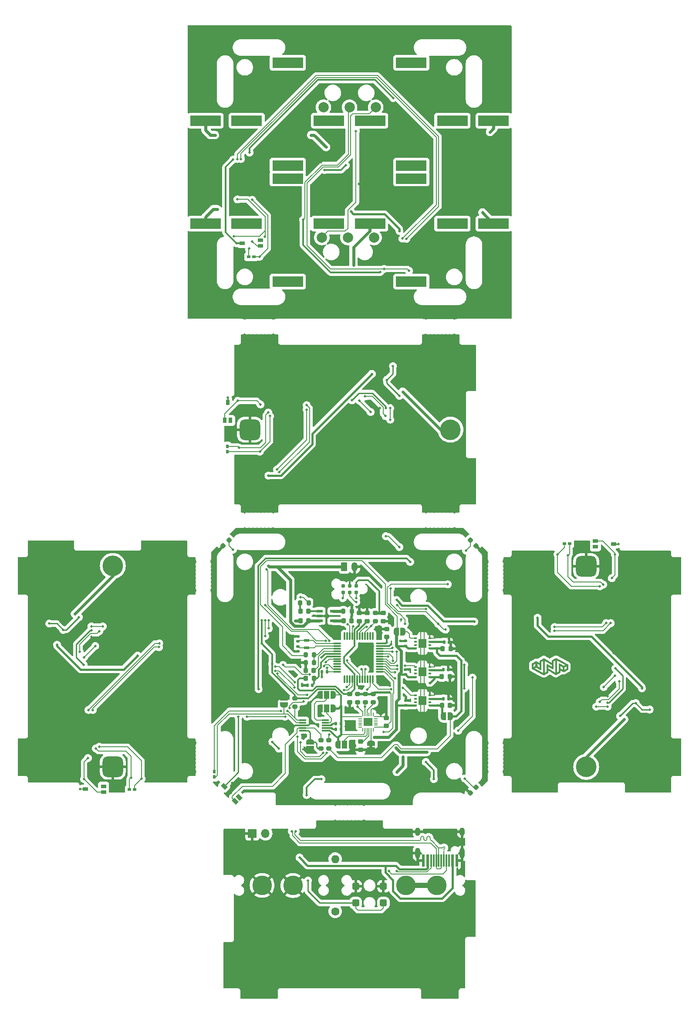
<source format=gtl>
G04 #@! TF.GenerationSoftware,KiCad,Pcbnew,(6.0.1)*
G04 #@! TF.CreationDate,2022-11-09T09:08:09-03:00*
G04 #@! TF.ProjectId,PANEL-COMPLETE,50414e45-4c2d-4434-9f4d-504c4554452e,Rev 3*
G04 #@! TF.SameCoordinates,Original*
G04 #@! TF.FileFunction,Copper,L1,Top*
G04 #@! TF.FilePolarity,Positive*
%FSLAX46Y46*%
G04 Gerber Fmt 4.6, Leading zero omitted, Abs format (unit mm)*
G04 Created by KiCad (PCBNEW (6.0.1)) date 2022-11-09 09:08:09*
%MOMM*%
%LPD*%
G01*
G04 APERTURE LIST*
G04 Aperture macros list*
%AMRoundRect*
0 Rectangle with rounded corners*
0 $1 Rounding radius*
0 $2 $3 $4 $5 $6 $7 $8 $9 X,Y pos of 4 corners*
0 Add a 4 corners polygon primitive as box body*
4,1,4,$2,$3,$4,$5,$6,$7,$8,$9,$2,$3,0*
0 Add four circle primitives for the rounded corners*
1,1,$1+$1,$2,$3*
1,1,$1+$1,$4,$5*
1,1,$1+$1,$6,$7*
1,1,$1+$1,$8,$9*
0 Add four rect primitives between the rounded corners*
20,1,$1+$1,$2,$3,$4,$5,0*
20,1,$1+$1,$4,$5,$6,$7,0*
20,1,$1+$1,$6,$7,$8,$9,0*
20,1,$1+$1,$8,$9,$2,$3,0*%
%AMRotRect*
0 Rectangle, with rotation*
0 The origin of the aperture is its center*
0 $1 length*
0 $2 width*
0 $3 Rotation angle, in degrees counterclockwise*
0 Add horizontal line*
21,1,$1,$2,0,0,$3*%
%AMFreePoly0*
4,1,22,0.500000,-0.750000,0.000000,-0.750000,0.000000,-0.745033,-0.079941,-0.743568,-0.215256,-0.701293,-0.333266,-0.622738,-0.424486,-0.514219,-0.481581,-0.384460,-0.499164,-0.250000,-0.500000,-0.250000,-0.500000,0.250000,-0.499164,0.250000,-0.499963,0.256109,-0.478152,0.396186,-0.417904,0.524511,-0.324060,0.630769,-0.204165,0.706417,-0.067858,0.745374,0.000000,0.744959,0.000000,0.750000,
0.500000,0.750000,0.500000,-0.750000,0.500000,-0.750000,$1*%
%AMFreePoly1*
4,1,20,0.000000,0.744959,0.073905,0.744508,0.209726,0.703889,0.328688,0.626782,0.421226,0.519385,0.479903,0.390333,0.500000,0.250000,0.500000,-0.250000,0.499851,-0.262216,0.476331,-0.402017,0.414519,-0.529596,0.319384,-0.634700,0.198574,-0.708877,0.061801,-0.746166,0.000000,-0.745033,0.000000,-0.750000,-0.500000,-0.750000,-0.500000,0.750000,0.000000,0.750000,0.000000,0.744959,
0.000000,0.744959,$1*%
%AMFreePoly2*
4,1,22,0.550000,-0.750000,0.000000,-0.750000,0.000000,-0.745033,-0.079941,-0.743568,-0.215256,-0.701293,-0.333266,-0.622738,-0.424486,-0.514219,-0.481581,-0.384460,-0.499164,-0.250000,-0.500000,-0.250000,-0.500000,0.250000,-0.499164,0.250000,-0.499963,0.256109,-0.478152,0.396186,-0.417904,0.524511,-0.324060,0.630769,-0.204165,0.706417,-0.067858,0.745374,0.000000,0.744959,0.000000,0.750000,
0.550000,0.750000,0.550000,-0.750000,0.550000,-0.750000,$1*%
%AMFreePoly3*
4,1,20,0.000000,0.744959,0.073905,0.744508,0.209726,0.703889,0.328688,0.626782,0.421226,0.519385,0.479903,0.390333,0.500000,0.250000,0.500000,-0.250000,0.499851,-0.262216,0.476331,-0.402017,0.414519,-0.529596,0.319384,-0.634700,0.198574,-0.708877,0.061801,-0.746166,0.000000,-0.745033,0.000000,-0.750000,-0.550000,-0.750000,-0.550000,0.750000,0.000000,0.750000,0.000000,0.744959,
0.000000,0.744959,$1*%
%AMFreePoly4*
4,1,14,0.266715,0.088284,0.363284,-0.008285,0.375000,-0.036569,0.375000,-0.060000,0.363284,-0.088284,0.335000,-0.100000,-0.335000,-0.100000,-0.363284,-0.088284,-0.375000,-0.060000,-0.375000,0.060000,-0.363284,0.088284,-0.335000,0.100000,0.238431,0.100000,0.266715,0.088284,0.266715,0.088284,$1*%
%AMFreePoly5*
4,1,14,0.363284,0.088284,0.375000,0.060000,0.375000,0.036569,0.363284,0.008285,0.266715,-0.088284,0.238431,-0.100000,-0.335000,-0.100000,-0.363284,-0.088284,-0.375000,-0.060000,-0.375000,0.060000,-0.363284,0.088284,-0.335000,0.100000,0.335000,0.100000,0.363284,0.088284,0.363284,0.088284,$1*%
%AMFreePoly6*
4,1,14,0.088284,0.363284,0.100000,0.335000,0.100000,-0.335000,0.088284,-0.363284,0.060000,-0.375000,-0.060000,-0.375000,-0.088284,-0.363284,-0.100000,-0.335000,-0.100000,0.238431,-0.088284,0.266715,0.008285,0.363284,0.036569,0.375000,0.060000,0.375000,0.088284,0.363284,0.088284,0.363284,$1*%
%AMFreePoly7*
4,1,14,-0.008285,0.363284,0.088284,0.266715,0.100000,0.238431,0.100000,-0.335000,0.088284,-0.363284,0.060000,-0.375000,-0.060000,-0.375000,-0.088284,-0.363284,-0.100000,-0.335000,-0.100000,0.335000,-0.088284,0.363284,-0.060000,0.375000,-0.036569,0.375000,-0.008285,0.363284,-0.008285,0.363284,$1*%
%AMFreePoly8*
4,1,14,0.363284,0.088284,0.375000,0.060000,0.375000,-0.060000,0.363284,-0.088284,0.335000,-0.100000,-0.238431,-0.100000,-0.266715,-0.088284,-0.363284,0.008285,-0.375000,0.036569,-0.375000,0.060000,-0.363284,0.088284,-0.335000,0.100000,0.335000,0.100000,0.363284,0.088284,0.363284,0.088284,$1*%
%AMFreePoly9*
4,1,14,0.363284,0.088284,0.375000,0.060000,0.375000,-0.060000,0.363284,-0.088284,0.335000,-0.100000,-0.335000,-0.100000,-0.363284,-0.088284,-0.375000,-0.060000,-0.375000,-0.036569,-0.363284,-0.008285,-0.266715,0.088284,-0.238431,0.100000,0.335000,0.100000,0.363284,0.088284,0.363284,0.088284,$1*%
%AMFreePoly10*
4,1,14,0.088284,0.363284,0.100000,0.335000,0.100000,-0.238431,0.088284,-0.266715,-0.008285,-0.363284,-0.036569,-0.375000,-0.060000,-0.375000,-0.088284,-0.363284,-0.100000,-0.335000,-0.100000,0.335000,-0.088284,0.363284,-0.060000,0.375000,0.060000,0.375000,0.088284,0.363284,0.088284,0.363284,$1*%
%AMFreePoly11*
4,1,14,0.088284,0.363284,0.100000,0.335000,0.100000,-0.335000,0.088284,-0.363284,0.060000,-0.375000,0.036569,-0.375000,0.008285,-0.363284,-0.088284,-0.266715,-0.100000,-0.238431,-0.100000,0.335000,-0.088284,0.363284,-0.060000,0.375000,0.060000,0.375000,0.088284,0.363284,0.088284,0.363284,$1*%
G04 Aperture macros list end*
G04 #@! TA.AperFunction,EtchedComponent*
%ADD10C,0.010000*%
G04 #@! TD*
G04 #@! TA.AperFunction,SMDPad,CuDef*
%ADD11R,0.600000X0.310000*%
G04 #@! TD*
G04 #@! TA.AperFunction,SMDPad,CuDef*
%ADD12R,1.500000X1.750000*%
G04 #@! TD*
G04 #@! TA.AperFunction,SMDPad,CuDef*
%ADD13R,0.230000X0.825000*%
G04 #@! TD*
G04 #@! TA.AperFunction,SMDPad,CuDef*
%ADD14RoundRect,0.225000X0.225000X0.250000X-0.225000X0.250000X-0.225000X-0.250000X0.225000X-0.250000X0*%
G04 #@! TD*
G04 #@! TA.AperFunction,SMDPad,CuDef*
%ADD15RoundRect,0.200000X0.275000X-0.200000X0.275000X0.200000X-0.275000X0.200000X-0.275000X-0.200000X0*%
G04 #@! TD*
G04 #@! TA.AperFunction,SMDPad,CuDef*
%ADD16RoundRect,0.225000X-0.250000X0.225000X-0.250000X-0.225000X0.250000X-0.225000X0.250000X0.225000X0*%
G04 #@! TD*
G04 #@! TA.AperFunction,SMDPad,CuDef*
%ADD17R,0.600000X2.450000*%
G04 #@! TD*
G04 #@! TA.AperFunction,SMDPad,CuDef*
%ADD18R,0.300000X2.450000*%
G04 #@! TD*
G04 #@! TA.AperFunction,ComponentPad*
%ADD19O,1.000000X1.600000*%
G04 #@! TD*
G04 #@! TA.AperFunction,ComponentPad*
%ADD20O,1.000000X2.100000*%
G04 #@! TD*
G04 #@! TA.AperFunction,SMDPad,CuDef*
%ADD21FreePoly0,180.000000*%
G04 #@! TD*
G04 #@! TA.AperFunction,SMDPad,CuDef*
%ADD22FreePoly1,180.000000*%
G04 #@! TD*
G04 #@! TA.AperFunction,SMDPad,CuDef*
%ADD23R,1.100000X0.600000*%
G04 #@! TD*
G04 #@! TA.AperFunction,SMDPad,CuDef*
%ADD24RotRect,1.100000X0.800000X135.000000*%
G04 #@! TD*
G04 #@! TA.AperFunction,SMDPad,CuDef*
%ADD25R,1.198880X0.548640*%
G04 #@! TD*
G04 #@! TA.AperFunction,ComponentPad*
%ADD26C,4.000000*%
G04 #@! TD*
G04 #@! TA.AperFunction,ComponentPad*
%ADD27RoundRect,1.000000X1.000000X1.000000X-1.000000X1.000000X-1.000000X-1.000000X1.000000X-1.000000X0*%
G04 #@! TD*
G04 #@! TA.AperFunction,SMDPad,CuDef*
%ADD28RoundRect,0.218750X0.026517X-0.335876X0.335876X-0.026517X-0.026517X0.335876X-0.335876X0.026517X0*%
G04 #@! TD*
G04 #@! TA.AperFunction,SMDPad,CuDef*
%ADD29RoundRect,0.200000X-0.200000X-0.275000X0.200000X-0.275000X0.200000X0.275000X-0.200000X0.275000X0*%
G04 #@! TD*
G04 #@! TA.AperFunction,SMDPad,CuDef*
%ADD30FreePoly2,180.000000*%
G04 #@! TD*
G04 #@! TA.AperFunction,SMDPad,CuDef*
%ADD31R,1.000000X1.500000*%
G04 #@! TD*
G04 #@! TA.AperFunction,SMDPad,CuDef*
%ADD32FreePoly3,180.000000*%
G04 #@! TD*
G04 #@! TA.AperFunction,SMDPad,CuDef*
%ADD33FreePoly0,270.000000*%
G04 #@! TD*
G04 #@! TA.AperFunction,SMDPad,CuDef*
%ADD34FreePoly1,270.000000*%
G04 #@! TD*
G04 #@! TA.AperFunction,ComponentPad*
%ADD35RoundRect,1.000000X-1.000000X1.000000X-1.000000X-1.000000X1.000000X-1.000000X1.000000X1.000000X0*%
G04 #@! TD*
G04 #@! TA.AperFunction,SMDPad,CuDef*
%ADD36RoundRect,0.200000X-0.275000X0.200000X-0.275000X-0.200000X0.275000X-0.200000X0.275000X0.200000X0*%
G04 #@! TD*
G04 #@! TA.AperFunction,SMDPad,CuDef*
%ADD37RoundRect,0.140000X-0.140000X-0.170000X0.140000X-0.170000X0.140000X0.170000X-0.140000X0.170000X0*%
G04 #@! TD*
G04 #@! TA.AperFunction,ComponentPad*
%ADD38R,6.000000X2.000000*%
G04 #@! TD*
G04 #@! TA.AperFunction,ComponentPad*
%ADD39C,2.000000*%
G04 #@! TD*
G04 #@! TA.AperFunction,ComponentPad*
%ADD40C,1.600000*%
G04 #@! TD*
G04 #@! TA.AperFunction,ComponentPad*
%ADD41O,1.600000X1.600000*%
G04 #@! TD*
G04 #@! TA.AperFunction,SMDPad,CuDef*
%ADD42RoundRect,0.140000X0.170000X-0.140000X0.170000X0.140000X-0.170000X0.140000X-0.170000X-0.140000X0*%
G04 #@! TD*
G04 #@! TA.AperFunction,ComponentPad*
%ADD43C,2.600000*%
G04 #@! TD*
G04 #@! TA.AperFunction,ConnectorPad*
%ADD44C,3.800000*%
G04 #@! TD*
G04 #@! TA.AperFunction,SMDPad,CuDef*
%ADD45R,0.800000X0.600000*%
G04 #@! TD*
G04 #@! TA.AperFunction,SMDPad,CuDef*
%ADD46RoundRect,0.140000X-0.170000X0.140000X-0.170000X-0.140000X0.170000X-0.140000X0.170000X0.140000X0*%
G04 #@! TD*
G04 #@! TA.AperFunction,ComponentPad*
%ADD47RoundRect,1.000000X1.000000X-1.000000X1.000000X1.000000X-1.000000X1.000000X-1.000000X-1.000000X0*%
G04 #@! TD*
G04 #@! TA.AperFunction,SMDPad,CuDef*
%ADD48RoundRect,0.075000X-0.662500X-0.075000X0.662500X-0.075000X0.662500X0.075000X-0.662500X0.075000X0*%
G04 #@! TD*
G04 #@! TA.AperFunction,SMDPad,CuDef*
%ADD49RoundRect,0.075000X-0.075000X-0.662500X0.075000X-0.662500X0.075000X0.662500X-0.075000X0.662500X0*%
G04 #@! TD*
G04 #@! TA.AperFunction,SMDPad,CuDef*
%ADD50RoundRect,0.218750X-0.218750X-0.256250X0.218750X-0.256250X0.218750X0.256250X-0.218750X0.256250X0*%
G04 #@! TD*
G04 #@! TA.AperFunction,SMDPad,CuDef*
%ADD51RoundRect,0.350000X0.350000X-0.350000X0.350000X0.350000X-0.350000X0.350000X-0.350000X-0.350000X0*%
G04 #@! TD*
G04 #@! TA.AperFunction,SMDPad,CuDef*
%ADD52R,1.100000X0.800000*%
G04 #@! TD*
G04 #@! TA.AperFunction,SMDPad,CuDef*
%ADD53R,0.600000X0.800000*%
G04 #@! TD*
G04 #@! TA.AperFunction,ComponentPad*
%ADD54R,1.700000X1.700000*%
G04 #@! TD*
G04 #@! TA.AperFunction,ComponentPad*
%ADD55O,1.700000X1.700000*%
G04 #@! TD*
G04 #@! TA.AperFunction,SMDPad,CuDef*
%ADD56RoundRect,0.140000X0.140000X0.170000X-0.140000X0.170000X-0.140000X-0.170000X0.140000X-0.170000X0*%
G04 #@! TD*
G04 #@! TA.AperFunction,SMDPad,CuDef*
%ADD57FreePoly2,0.000000*%
G04 #@! TD*
G04 #@! TA.AperFunction,SMDPad,CuDef*
%ADD58FreePoly3,0.000000*%
G04 #@! TD*
G04 #@! TA.AperFunction,SMDPad,CuDef*
%ADD59RoundRect,0.225000X0.250000X-0.225000X0.250000X0.225000X-0.250000X0.225000X-0.250000X-0.225000X0*%
G04 #@! TD*
G04 #@! TA.AperFunction,SMDPad,CuDef*
%ADD60RoundRect,0.218750X0.218750X0.256250X-0.218750X0.256250X-0.218750X-0.256250X0.218750X-0.256250X0*%
G04 #@! TD*
G04 #@! TA.AperFunction,SMDPad,CuDef*
%ADD61R,1.400000X0.300000*%
G04 #@! TD*
G04 #@! TA.AperFunction,SMDPad,CuDef*
%ADD62RoundRect,0.218750X0.335876X0.026517X0.026517X0.335876X-0.335876X-0.026517X-0.026517X-0.335876X0*%
G04 #@! TD*
G04 #@! TA.AperFunction,SMDPad,CuDef*
%ADD63FreePoly4,0.000000*%
G04 #@! TD*
G04 #@! TA.AperFunction,SMDPad,CuDef*
%ADD64RoundRect,0.050000X-0.325000X-0.050000X0.325000X-0.050000X0.325000X0.050000X-0.325000X0.050000X0*%
G04 #@! TD*
G04 #@! TA.AperFunction,SMDPad,CuDef*
%ADD65FreePoly5,0.000000*%
G04 #@! TD*
G04 #@! TA.AperFunction,SMDPad,CuDef*
%ADD66FreePoly6,0.000000*%
G04 #@! TD*
G04 #@! TA.AperFunction,SMDPad,CuDef*
%ADD67RoundRect,0.050000X-0.050000X-0.325000X0.050000X-0.325000X0.050000X0.325000X-0.050000X0.325000X0*%
G04 #@! TD*
G04 #@! TA.AperFunction,SMDPad,CuDef*
%ADD68FreePoly7,0.000000*%
G04 #@! TD*
G04 #@! TA.AperFunction,SMDPad,CuDef*
%ADD69FreePoly8,0.000000*%
G04 #@! TD*
G04 #@! TA.AperFunction,SMDPad,CuDef*
%ADD70FreePoly9,0.000000*%
G04 #@! TD*
G04 #@! TA.AperFunction,SMDPad,CuDef*
%ADD71FreePoly10,0.000000*%
G04 #@! TD*
G04 #@! TA.AperFunction,SMDPad,CuDef*
%ADD72FreePoly11,0.000000*%
G04 #@! TD*
G04 #@! TA.AperFunction,SMDPad,CuDef*
%ADD73R,1.750000X1.600000*%
G04 #@! TD*
G04 #@! TA.AperFunction,SMDPad,CuDef*
%ADD74R,0.800000X1.100000*%
G04 #@! TD*
G04 #@! TA.AperFunction,SMDPad,CuDef*
%ADD75RoundRect,0.135000X0.135000X0.185000X-0.135000X0.185000X-0.135000X-0.185000X0.135000X-0.185000X0*%
G04 #@! TD*
G04 #@! TA.AperFunction,SMDPad,CuDef*
%ADD76FreePoly0,90.000000*%
G04 #@! TD*
G04 #@! TA.AperFunction,SMDPad,CuDef*
%ADD77FreePoly1,90.000000*%
G04 #@! TD*
G04 #@! TA.AperFunction,ConnectorPad*
%ADD78C,0.787400*%
G04 #@! TD*
G04 #@! TA.AperFunction,SMDPad,CuDef*
%ADD79RoundRect,0.200000X0.200000X0.275000X-0.200000X0.275000X-0.200000X-0.275000X0.200000X-0.275000X0*%
G04 #@! TD*
G04 #@! TA.AperFunction,SMDPad,CuDef*
%ADD80RoundRect,0.135000X-0.135000X-0.185000X0.135000X-0.185000X0.135000X0.185000X-0.135000X0.185000X0*%
G04 #@! TD*
G04 #@! TA.AperFunction,SMDPad,CuDef*
%ADD81RoundRect,0.225000X-0.225000X-0.250000X0.225000X-0.250000X0.225000X0.250000X-0.225000X0.250000X0*%
G04 #@! TD*
G04 #@! TA.AperFunction,ComponentPad*
%ADD82RoundRect,0.250000X-0.350000X-0.625000X0.350000X-0.625000X0.350000X0.625000X-0.350000X0.625000X0*%
G04 #@! TD*
G04 #@! TA.AperFunction,ComponentPad*
%ADD83O,1.200000X1.750000*%
G04 #@! TD*
G04 #@! TA.AperFunction,ViaPad*
%ADD84C,0.500000*%
G04 #@! TD*
G04 #@! TA.AperFunction,ViaPad*
%ADD85C,0.400000*%
G04 #@! TD*
G04 #@! TA.AperFunction,Conductor*
%ADD86C,0.600000*%
G04 #@! TD*
G04 #@! TA.AperFunction,Conductor*
%ADD87C,0.400000*%
G04 #@! TD*
G04 #@! TA.AperFunction,Conductor*
%ADD88C,0.200000*%
G04 #@! TD*
G04 #@! TA.AperFunction,Conductor*
%ADD89C,0.300000*%
G04 #@! TD*
G04 #@! TA.AperFunction,Conductor*
%ADD90C,0.250000*%
G04 #@! TD*
G04 #@! TA.AperFunction,Conductor*
%ADD91C,1.000000*%
G04 #@! TD*
G04 APERTURE END LIST*
G36*
X208478400Y-193268306D02*
G01*
X207878400Y-193268306D01*
X207878400Y-192768306D01*
X208478400Y-192768306D01*
X208478400Y-193268306D01*
G37*
D10*
X239417563Y-177455770D02*
X239417578Y-177383702D01*
X239417578Y-177383702D02*
X239417578Y-176934969D01*
X239417578Y-176934969D02*
X239429761Y-176912391D01*
X239429761Y-176912391D02*
X239441414Y-176894267D01*
X239441414Y-176894267D02*
X239454970Y-176877743D01*
X239454970Y-176877743D02*
X239457983Y-176874738D01*
X239457983Y-176874738D02*
X239465441Y-176869649D01*
X239465441Y-176869649D02*
X239482014Y-176859631D01*
X239482014Y-176859631D02*
X239506893Y-176845138D01*
X239506893Y-176845138D02*
X239539273Y-176826625D01*
X239539273Y-176826625D02*
X239578344Y-176804545D01*
X239578344Y-176804545D02*
X239623298Y-176779354D01*
X239623298Y-176779354D02*
X239673329Y-176751506D01*
X239673329Y-176751506D02*
X239727628Y-176721454D01*
X239727628Y-176721454D02*
X239785388Y-176689654D01*
X239785388Y-176689654D02*
X239845801Y-176656559D01*
X239845801Y-176656559D02*
X239849378Y-176654604D01*
X239849378Y-176654604D02*
X240224733Y-176449547D01*
X240224733Y-176449547D02*
X240267067Y-176449547D01*
X240267067Y-176449547D02*
X240299446Y-176451331D01*
X240299446Y-176451331D02*
X240322133Y-176456597D01*
X240322133Y-176456597D02*
X240326333Y-176458518D01*
X240326333Y-176458518D02*
X240334211Y-176462868D01*
X240334211Y-176462868D02*
X240350996Y-176472269D01*
X240350996Y-176472269D02*
X240375776Y-176486205D01*
X240375776Y-176486205D02*
X240407638Y-176504162D01*
X240407638Y-176504162D02*
X240445668Y-176525623D01*
X240445668Y-176525623D02*
X240488953Y-176550074D01*
X240488953Y-176550074D02*
X240536580Y-176577000D01*
X240536580Y-176577000D02*
X240587636Y-176605884D01*
X240587636Y-176605884D02*
X240638904Y-176634907D01*
X240638904Y-176634907D02*
X240691844Y-176664869D01*
X240691844Y-176664869D02*
X240741808Y-176693113D01*
X240741808Y-176693113D02*
X240787941Y-176719158D01*
X240787941Y-176719158D02*
X240829389Y-176742523D01*
X240829389Y-176742523D02*
X240865297Y-176762727D01*
X240865297Y-176762727D02*
X240894811Y-176779290D01*
X240894811Y-176779290D02*
X240917077Y-176791731D01*
X240917077Y-176791731D02*
X240931240Y-176799570D01*
X240931240Y-176799570D02*
X240936446Y-176802324D01*
X240936446Y-176802324D02*
X240936450Y-176802325D01*
X240936450Y-176802325D02*
X240936926Y-176796888D01*
X240936926Y-176796888D02*
X240937445Y-176781409D01*
X240937445Y-176781409D02*
X240937986Y-176757135D01*
X240937986Y-176757135D02*
X240938529Y-176725311D01*
X240938529Y-176725311D02*
X240939051Y-176687185D01*
X240939051Y-176687185D02*
X240939532Y-176644003D01*
X240939532Y-176644003D02*
X240939951Y-176597011D01*
X240939951Y-176597011D02*
X240939968Y-176594891D01*
X240939968Y-176594891D02*
X240940442Y-176537851D01*
X240940442Y-176537851D02*
X240941015Y-176490911D01*
X240941015Y-176490911D02*
X240941868Y-176452883D01*
X240941868Y-176452883D02*
X240943180Y-176422577D01*
X240943180Y-176422577D02*
X240945133Y-176398806D01*
X240945133Y-176398806D02*
X240947908Y-176380380D01*
X240947908Y-176380380D02*
X240951685Y-176366111D01*
X240951685Y-176366111D02*
X240956644Y-176354811D01*
X240956644Y-176354811D02*
X240962967Y-176345291D01*
X240962967Y-176345291D02*
X240970833Y-176336363D01*
X240970833Y-176336363D02*
X240980424Y-176326837D01*
X240980424Y-176326837D02*
X240980753Y-176326518D01*
X240980753Y-176326518D02*
X240988012Y-176321174D01*
X240988012Y-176321174D02*
X241003978Y-176310565D01*
X241003978Y-176310565D02*
X241027702Y-176295275D01*
X241027702Y-176295275D02*
X241058236Y-176275887D01*
X241058236Y-176275887D02*
X241094629Y-176252985D01*
X241094629Y-176252985D02*
X241135935Y-176227153D01*
X241135935Y-176227153D02*
X241181204Y-176198975D01*
X241181204Y-176198975D02*
X241229487Y-176169034D01*
X241229487Y-176169034D02*
X241279836Y-176137914D01*
X241279836Y-176137914D02*
X241331301Y-176106199D01*
X241331301Y-176106199D02*
X241382934Y-176074473D01*
X241382934Y-176074473D02*
X241433787Y-176043319D01*
X241433787Y-176043319D02*
X241482910Y-176013321D01*
X241482910Y-176013321D02*
X241529355Y-175985063D01*
X241529355Y-175985063D02*
X241572173Y-175959128D01*
X241572173Y-175959128D02*
X241610415Y-175936101D01*
X241610415Y-175936101D02*
X241643133Y-175916564D01*
X241643133Y-175916564D02*
X241669377Y-175901102D01*
X241669377Y-175901102D02*
X241688199Y-175890299D01*
X241688199Y-175890299D02*
X241698650Y-175884738D01*
X241698650Y-175884738D02*
X241699163Y-175884508D01*
X241699163Y-175884508D02*
X241722580Y-175878419D01*
X241722580Y-175878419D02*
X241751127Y-175876706D01*
X241751127Y-175876706D02*
X241779839Y-175879237D01*
X241779839Y-175879237D02*
X241803747Y-175885882D01*
X241803747Y-175885882D02*
X241806814Y-175887329D01*
X241806814Y-175887329D02*
X241814023Y-175891360D01*
X241814023Y-175891360D02*
X241830431Y-175900763D01*
X241830431Y-175900763D02*
X241855485Y-175915216D01*
X241855485Y-175915216D02*
X241888635Y-175934400D01*
X241888635Y-175934400D02*
X241929329Y-175957993D01*
X241929329Y-175957993D02*
X241977016Y-175985676D01*
X241977016Y-175985676D02*
X242031145Y-176017128D01*
X242031145Y-176017128D02*
X242091165Y-176052029D01*
X242091165Y-176052029D02*
X242156524Y-176090058D01*
X242156524Y-176090058D02*
X242226672Y-176130894D01*
X242226672Y-176130894D02*
X242301057Y-176174218D01*
X242301057Y-176174218D02*
X242379127Y-176219708D01*
X242379127Y-176219708D02*
X242460333Y-176267045D01*
X242460333Y-176267045D02*
X242544121Y-176315908D01*
X242544121Y-176315908D02*
X242564356Y-176327711D01*
X242564356Y-176327711D02*
X243300956Y-176757400D01*
X243300956Y-176757400D02*
X243303778Y-176538562D01*
X243303778Y-176538562D02*
X243304517Y-176482967D01*
X243304517Y-176482967D02*
X243305207Y-176437501D01*
X243305207Y-176437501D02*
X243305921Y-176401005D01*
X243305921Y-176401005D02*
X243306730Y-176372320D01*
X243306730Y-176372320D02*
X243307707Y-176350287D01*
X243307707Y-176350287D02*
X243308923Y-176333746D01*
X243308923Y-176333746D02*
X243310451Y-176321539D01*
X243310451Y-176321539D02*
X243312363Y-176312506D01*
X243312363Y-176312506D02*
X243314731Y-176305488D01*
X243314731Y-176305488D02*
X243317626Y-176299327D01*
X243317626Y-176299327D02*
X243318783Y-176297147D01*
X243318783Y-176297147D02*
X243330415Y-176279125D01*
X243330415Y-176279125D02*
X243343954Y-176262798D01*
X243343954Y-176262798D02*
X243347005Y-176259808D01*
X243347005Y-176259808D02*
X243354425Y-176254533D01*
X243354425Y-176254533D02*
X243370747Y-176244007D01*
X243370747Y-176244007D02*
X243395157Y-176228724D01*
X243395157Y-176228724D02*
X243426841Y-176209181D01*
X243426841Y-176209181D02*
X243464986Y-176185872D01*
X243464986Y-176185872D02*
X243508777Y-176159295D01*
X243508777Y-176159295D02*
X243557401Y-176129944D01*
X243557401Y-176129944D02*
X243610044Y-176098316D01*
X243610044Y-176098316D02*
X243665892Y-176064906D01*
X243665892Y-176064906D02*
X243712965Y-176036852D01*
X243712965Y-176036852D02*
X244062885Y-175828658D01*
X244062885Y-175828658D02*
X244105254Y-175828658D01*
X244105254Y-175828658D02*
X244129732Y-175829362D01*
X244129732Y-175829362D02*
X244148105Y-175832283D01*
X244148105Y-175832283D02*
X244165513Y-175838628D01*
X244165513Y-175838628D02*
X244181489Y-175846608D01*
X244181489Y-175846608D02*
X244261258Y-175888924D01*
X244261258Y-175888924D02*
X244345307Y-175933578D01*
X244345307Y-175933578D02*
X244433135Y-175980299D01*
X244433135Y-175980299D02*
X244524241Y-176028820D01*
X244524241Y-176028820D02*
X244618121Y-176078869D01*
X244618121Y-176078869D02*
X244714275Y-176130179D01*
X244714275Y-176130179D02*
X244812202Y-176182479D01*
X244812202Y-176182479D02*
X244911399Y-176235499D01*
X244911399Y-176235499D02*
X245011366Y-176288971D01*
X245011366Y-176288971D02*
X245111600Y-176342625D01*
X245111600Y-176342625D02*
X245211599Y-176396191D01*
X245211599Y-176396191D02*
X245310863Y-176449400D01*
X245310863Y-176449400D02*
X245408890Y-176501982D01*
X245408890Y-176501982D02*
X245505178Y-176553668D01*
X245505178Y-176553668D02*
X245599225Y-176604188D01*
X245599225Y-176604188D02*
X245690530Y-176653274D01*
X245690530Y-176653274D02*
X245778592Y-176700654D01*
X245778592Y-176700654D02*
X245862908Y-176746061D01*
X245862908Y-176746061D02*
X245942977Y-176789224D01*
X245942977Y-176789224D02*
X246018298Y-176829874D01*
X246018298Y-176829874D02*
X246088369Y-176867742D01*
X246088369Y-176867742D02*
X246152688Y-176902558D01*
X246152688Y-176902558D02*
X246210754Y-176934052D01*
X246210754Y-176934052D02*
X246262065Y-176961955D01*
X246262065Y-176961955D02*
X246306120Y-176985997D01*
X246306120Y-176985997D02*
X246342416Y-177005910D01*
X246342416Y-177005910D02*
X246370453Y-177021423D01*
X246370453Y-177021423D02*
X246389729Y-177032267D01*
X246389729Y-177032267D02*
X246399742Y-177038173D01*
X246399742Y-177038173D02*
X246401029Y-177039080D01*
X246401029Y-177039080D02*
X246407913Y-177045390D01*
X246407913Y-177045390D02*
X246413919Y-177050903D01*
X246413919Y-177050903D02*
X246419109Y-177056388D01*
X246419109Y-177056388D02*
X246423543Y-177062617D01*
X246423543Y-177062617D02*
X246427284Y-177070361D01*
X246427284Y-177070361D02*
X246430393Y-177080390D01*
X246430393Y-177080390D02*
X246432930Y-177093476D01*
X246432930Y-177093476D02*
X246434956Y-177110388D01*
X246434956Y-177110388D02*
X246436534Y-177131898D01*
X246436534Y-177131898D02*
X246437723Y-177158777D01*
X246437723Y-177158777D02*
X246438586Y-177191795D01*
X246438586Y-177191795D02*
X246439183Y-177231723D01*
X246439183Y-177231723D02*
X246439576Y-177279332D01*
X246439576Y-177279332D02*
X246439826Y-177335393D01*
X246439826Y-177335393D02*
X246439994Y-177400677D01*
X246439994Y-177400677D02*
X246440141Y-177475953D01*
X246440141Y-177475953D02*
X246440261Y-177533280D01*
X246440261Y-177533280D02*
X246440363Y-177603097D01*
X246440363Y-177603097D02*
X246440353Y-177669859D01*
X246440353Y-177669859D02*
X246440238Y-177732675D01*
X246440238Y-177732675D02*
X246440024Y-177790652D01*
X246440024Y-177790652D02*
X246439719Y-177842897D01*
X246439719Y-177842897D02*
X246439327Y-177888517D01*
X246439327Y-177888517D02*
X246438857Y-177926619D01*
X246438857Y-177926619D02*
X246438315Y-177956312D01*
X246438315Y-177956312D02*
X246437707Y-177976702D01*
X246437707Y-177976702D02*
X246437041Y-177986897D01*
X246437041Y-177986897D02*
X246436883Y-177987694D01*
X246436883Y-177987694D02*
X246421676Y-178021814D01*
X246421676Y-178021814D02*
X246399880Y-178049733D01*
X246399880Y-178049733D02*
X246398848Y-178050716D01*
X246398848Y-178050716D02*
X246391423Y-178055823D01*
X246391423Y-178055823D02*
X246374909Y-178065920D01*
X246374909Y-178065920D02*
X246350107Y-178080550D01*
X246350107Y-178080550D02*
X246317818Y-178099257D01*
X246317818Y-178099257D02*
X246278840Y-178121585D01*
X246278840Y-178121585D02*
X246233976Y-178147078D01*
X246233976Y-178147078D02*
X246184024Y-178175279D01*
X246184024Y-178175279D02*
X246129785Y-178205733D01*
X246129785Y-178205733D02*
X246072059Y-178237982D01*
X246072059Y-178237982D02*
X246011647Y-178271572D01*
X246011647Y-178271572D02*
X246004644Y-178275455D01*
X246004644Y-178275455D02*
X245734541Y-178425197D01*
X245734541Y-178425197D02*
X245734541Y-178100547D01*
X245734541Y-178100547D02*
X245740093Y-178097892D01*
X245740093Y-178097892D02*
X245754472Y-178090303D01*
X245754472Y-178090303D02*
X245776646Y-178078344D01*
X245776646Y-178078344D02*
X245805581Y-178062579D01*
X245805581Y-178062579D02*
X245840246Y-178043571D01*
X245840246Y-178043571D02*
X245879606Y-178021885D01*
X245879606Y-178021885D02*
X245922630Y-177998085D01*
X245922630Y-177998085D02*
X245949030Y-177983437D01*
X245949030Y-177983437D02*
X246159867Y-177866327D01*
X246159867Y-177866327D02*
X246159867Y-177367685D01*
X246159867Y-177367685D02*
X245945378Y-177472889D01*
X245945378Y-177472889D02*
X245730889Y-177578092D01*
X245730889Y-177578092D02*
X245730889Y-177839319D01*
X245730889Y-177839319D02*
X245730965Y-177892410D01*
X245730965Y-177892410D02*
X245731184Y-177941881D01*
X245731184Y-177941881D02*
X245731529Y-177986622D01*
X245731529Y-177986622D02*
X245731986Y-178025522D01*
X245731986Y-178025522D02*
X245732538Y-178057470D01*
X245732538Y-178057470D02*
X245733171Y-178081355D01*
X245733171Y-178081355D02*
X245733868Y-178096067D01*
X245733868Y-178096067D02*
X245734541Y-178100547D01*
X245734541Y-178100547D02*
X245734541Y-178425197D01*
X245734541Y-178425197D02*
X245626467Y-178485113D01*
X245626467Y-178485113D02*
X245584133Y-178483184D01*
X245584133Y-178483184D02*
X245541800Y-178481255D01*
X245541800Y-178481255D02*
X245440238Y-178422877D01*
X245440238Y-178422877D02*
X245440238Y-178093905D01*
X245440238Y-178093905D02*
X245442233Y-178093249D01*
X245442233Y-178093249D02*
X245443892Y-178089728D01*
X245443892Y-178089728D02*
X245445245Y-178082426D01*
X245445245Y-178082426D02*
X245446322Y-178070426D01*
X245446322Y-178070426D02*
X245447153Y-178052810D01*
X245447153Y-178052810D02*
X245447768Y-178028662D01*
X245447768Y-178028662D02*
X245448197Y-177997064D01*
X245448197Y-177997064D02*
X245448469Y-177957101D01*
X245448469Y-177957101D02*
X245448615Y-177907854D01*
X245448615Y-177907854D02*
X245448666Y-177848408D01*
X245448666Y-177848408D02*
X245448667Y-177836056D01*
X245448667Y-177836056D02*
X245448667Y-177576382D01*
X245448667Y-177576382D02*
X245433144Y-177565536D01*
X245433144Y-177565536D02*
X245425266Y-177560554D01*
X245425266Y-177560554D02*
X245408672Y-177550457D01*
X245408672Y-177550457D02*
X245384379Y-177535853D01*
X245384379Y-177535853D02*
X245353404Y-177517346D01*
X245353404Y-177517346D02*
X245316763Y-177495544D01*
X245316763Y-177495544D02*
X245275472Y-177471051D01*
X245275472Y-177471051D02*
X245230549Y-177444473D01*
X245230549Y-177444473D02*
X245183009Y-177416418D01*
X245183009Y-177416418D02*
X245180556Y-177414972D01*
X245180556Y-177414972D02*
X245133041Y-177386959D01*
X245133041Y-177386959D02*
X245088188Y-177360494D01*
X245088188Y-177360494D02*
X245046996Y-177336171D01*
X245046996Y-177336171D02*
X245010466Y-177314580D01*
X245010466Y-177314580D02*
X244979598Y-177296313D01*
X244979598Y-177296313D02*
X244955393Y-177281962D01*
X244955393Y-177281962D02*
X244938851Y-177272119D01*
X244938851Y-177272119D02*
X244930973Y-177267374D01*
X244930973Y-177267374D02*
X244930789Y-177267259D01*
X244930789Y-177267259D02*
X244918089Y-177259264D01*
X244918089Y-177259264D02*
X244918277Y-177528917D01*
X244918277Y-177528917D02*
X244918465Y-177798569D01*
X244918465Y-177798569D02*
X245175137Y-177945325D01*
X245175137Y-177945325D02*
X245224564Y-177973530D01*
X245224564Y-177973530D02*
X245271179Y-178000022D01*
X245271179Y-178000022D02*
X245314037Y-178024273D01*
X245314037Y-178024273D02*
X245352192Y-178045752D01*
X245352192Y-178045752D02*
X245384700Y-178063930D01*
X245384700Y-178063930D02*
X245410616Y-178078277D01*
X245410616Y-178078277D02*
X245428995Y-178088263D01*
X245428995Y-178088263D02*
X245438892Y-178093360D01*
X245438892Y-178093360D02*
X245440238Y-178093905D01*
X245440238Y-178093905D02*
X245440238Y-178422877D01*
X245440238Y-178422877D02*
X245231356Y-178302811D01*
X245231356Y-178302811D02*
X244920911Y-178124368D01*
X244920911Y-178124368D02*
X244918089Y-178331180D01*
X244918089Y-178331180D02*
X244917278Y-178388165D01*
X244917278Y-178388165D02*
X244916423Y-178435053D01*
X244916423Y-178435053D02*
X244915340Y-178473033D01*
X244915340Y-178473033D02*
X244913839Y-178503296D01*
X244913839Y-178503296D02*
X244911736Y-178527031D01*
X244911736Y-178527031D02*
X244908844Y-178545430D01*
X244908844Y-178545430D02*
X244904974Y-178559681D01*
X244904974Y-178559681D02*
X244899942Y-178570976D01*
X244899942Y-178570976D02*
X244893560Y-178580503D01*
X244893560Y-178580503D02*
X244885642Y-178589455D01*
X244885642Y-178589455D02*
X244876091Y-178598931D01*
X244876091Y-178598931D02*
X244868832Y-178604275D01*
X244868832Y-178604275D02*
X244852866Y-178614884D01*
X244852866Y-178614884D02*
X244829142Y-178630175D01*
X244829142Y-178630175D02*
X244798609Y-178649563D01*
X244798609Y-178649563D02*
X244762215Y-178672464D01*
X244762215Y-178672464D02*
X244720909Y-178698296D01*
X244720909Y-178698296D02*
X244675640Y-178726474D01*
X244675640Y-178726474D02*
X244627357Y-178756415D01*
X244627357Y-178756415D02*
X244577009Y-178787535D01*
X244577009Y-178787535D02*
X244525543Y-178819250D01*
X244525543Y-178819250D02*
X244473910Y-178850976D01*
X244473910Y-178850976D02*
X244423057Y-178882130D01*
X244423057Y-178882130D02*
X244373934Y-178912128D01*
X244373934Y-178912128D02*
X244327489Y-178940386D01*
X244327489Y-178940386D02*
X244284671Y-178966321D01*
X244284671Y-178966321D02*
X244254177Y-178984683D01*
X244254177Y-178984683D02*
X244254177Y-178651926D01*
X244254177Y-178651926D02*
X244260590Y-178648405D01*
X244260590Y-178648405D02*
X244275539Y-178639648D01*
X244275539Y-178639648D02*
X244297931Y-178626311D01*
X244297931Y-178626311D02*
X244326675Y-178609050D01*
X244326675Y-178609050D02*
X244360678Y-178588521D01*
X244360678Y-178588521D02*
X244398847Y-178565382D01*
X244398847Y-178565382D02*
X244440090Y-178540288D01*
X244440090Y-178540288D02*
X244448910Y-178534910D01*
X244448910Y-178534910D02*
X244635867Y-178420879D01*
X244635867Y-178420879D02*
X244635991Y-177700502D01*
X244635991Y-177700502D02*
X244636011Y-177595572D01*
X244636011Y-177595572D02*
X244636041Y-177501333D01*
X244636041Y-177501333D02*
X244636090Y-177417189D01*
X244636090Y-177417189D02*
X244636166Y-177342541D01*
X244636166Y-177342541D02*
X244636280Y-177276791D01*
X244636280Y-177276791D02*
X244636441Y-177219343D01*
X244636441Y-177219343D02*
X244636658Y-177169599D01*
X244636658Y-177169599D02*
X244636939Y-177126961D01*
X244636939Y-177126961D02*
X244637296Y-177090832D01*
X244637296Y-177090832D02*
X244637736Y-177060614D01*
X244637736Y-177060614D02*
X244638269Y-177035710D01*
X244638269Y-177035710D02*
X244638905Y-177015522D01*
X244638905Y-177015522D02*
X244639653Y-176999453D01*
X244639653Y-176999453D02*
X244640521Y-176986905D01*
X244640521Y-176986905D02*
X244641521Y-176977281D01*
X244641521Y-176977281D02*
X244642659Y-176969983D01*
X244642659Y-176969983D02*
X244643947Y-176964414D01*
X244643947Y-176964414D02*
X244645394Y-176959976D01*
X244645394Y-176959976D02*
X244647008Y-176956072D01*
X244647008Y-176956072D02*
X244647612Y-176954725D01*
X244647612Y-176954725D02*
X244667031Y-176922184D01*
X244667031Y-176922184D02*
X244692992Y-176897738D01*
X244692992Y-176897738D02*
X244717711Y-176883510D01*
X244717711Y-176883510D02*
X244751417Y-176872819D01*
X244751417Y-176872819D02*
X244787051Y-176870523D01*
X244787051Y-176870523D02*
X244820660Y-176876724D01*
X244820660Y-176876724D02*
X244830600Y-176880637D01*
X244830600Y-176880637D02*
X244839023Y-176885133D01*
X244839023Y-176885133D02*
X244856348Y-176894919D01*
X244856348Y-176894919D02*
X244881765Y-176909521D01*
X244881765Y-176909521D02*
X244914468Y-176928470D01*
X244914468Y-176928470D02*
X244953649Y-176951293D01*
X244953649Y-176951293D02*
X244998500Y-176977520D01*
X244998500Y-176977520D02*
X245048214Y-177006677D01*
X245048214Y-177006677D02*
X245101982Y-177038295D01*
X245101982Y-177038295D02*
X245158998Y-177071901D01*
X245158998Y-177071901D02*
X245218453Y-177107025D01*
X245218453Y-177107025D02*
X245221984Y-177109113D01*
X245221984Y-177109113D02*
X245281023Y-177143995D01*
X245281023Y-177143995D02*
X245337273Y-177177154D01*
X245337273Y-177177154D02*
X245389976Y-177208146D01*
X245389976Y-177208146D02*
X245438371Y-177236529D01*
X245438371Y-177236529D02*
X245481699Y-177261860D01*
X245481699Y-177261860D02*
X245519200Y-177283696D01*
X245519200Y-177283696D02*
X245550116Y-177301593D01*
X245550116Y-177301593D02*
X245573686Y-177315108D01*
X245573686Y-177315108D02*
X245589152Y-177323799D01*
X245589152Y-177323799D02*
X245595753Y-177327222D01*
X245595753Y-177327222D02*
X245595907Y-177327258D01*
X245595907Y-177327258D02*
X245601730Y-177324859D01*
X245601730Y-177324859D02*
X245616179Y-177318101D01*
X245616179Y-177318101D02*
X245637935Y-177307640D01*
X245637935Y-177307640D02*
X245665678Y-177294131D01*
X245665678Y-177294131D02*
X245698090Y-177278231D01*
X245698090Y-177278231D02*
X245733849Y-177260596D01*
X245733849Y-177260596D02*
X245771639Y-177241882D01*
X245771639Y-177241882D02*
X245810137Y-177222744D01*
X245810137Y-177222744D02*
X245848027Y-177203841D01*
X245848027Y-177203841D02*
X245883987Y-177185826D01*
X245883987Y-177185826D02*
X245916699Y-177169357D01*
X245916699Y-177169357D02*
X245944843Y-177155090D01*
X245944843Y-177155090D02*
X245967100Y-177143680D01*
X245967100Y-177143680D02*
X245982150Y-177135784D01*
X245982150Y-177135784D02*
X245988674Y-177132058D01*
X245988674Y-177132058D02*
X245988834Y-177131863D01*
X245988834Y-177131863D02*
X245983818Y-177129140D01*
X245983818Y-177129140D02*
X245969347Y-177121374D01*
X245969347Y-177121374D02*
X245945929Y-177108832D01*
X245945929Y-177108832D02*
X245914069Y-177091787D01*
X245914069Y-177091787D02*
X245874272Y-177070508D01*
X245874272Y-177070508D02*
X245827044Y-177045266D01*
X245827044Y-177045266D02*
X245772891Y-177016330D01*
X245772891Y-177016330D02*
X245712319Y-176983971D01*
X245712319Y-176983971D02*
X245645833Y-176948459D01*
X245645833Y-176948459D02*
X245573940Y-176910064D01*
X245573940Y-176910064D02*
X245497145Y-176869056D01*
X245497145Y-176869056D02*
X245415954Y-176825706D01*
X245415954Y-176825706D02*
X245330873Y-176780284D01*
X245330873Y-176780284D02*
X245242407Y-176733059D01*
X245242407Y-176733059D02*
X245151063Y-176684303D01*
X245151063Y-176684303D02*
X245119440Y-176667425D01*
X245119440Y-176667425D02*
X245027219Y-176618212D01*
X245027219Y-176618212D02*
X244937690Y-176570450D01*
X244937690Y-176570450D02*
X244851362Y-176524410D01*
X244851362Y-176524410D02*
X244768741Y-176480360D01*
X244768741Y-176480360D02*
X244690332Y-176438570D01*
X244690332Y-176438570D02*
X244616644Y-176399310D01*
X244616644Y-176399310D02*
X244548183Y-176362850D01*
X244548183Y-176362850D02*
X244485454Y-176329460D01*
X244485454Y-176329460D02*
X244428966Y-176299408D01*
X244428966Y-176299408D02*
X244379223Y-176272965D01*
X244379223Y-176272965D02*
X244336734Y-176250400D01*
X244336734Y-176250400D02*
X244302005Y-176231983D01*
X244302005Y-176231983D02*
X244275541Y-176217984D01*
X244275541Y-176217984D02*
X244257851Y-176208672D01*
X244257851Y-176208672D02*
X244249440Y-176204317D01*
X244249440Y-176204317D02*
X244248785Y-176204013D01*
X244248785Y-176204013D02*
X244248557Y-176209572D01*
X244248557Y-176209572D02*
X244248336Y-176225907D01*
X244248336Y-176225907D02*
X244248122Y-176252506D01*
X244248122Y-176252506D02*
X244247915Y-176288854D01*
X244247915Y-176288854D02*
X244247717Y-176334440D01*
X244247717Y-176334440D02*
X244247529Y-176388750D01*
X244247529Y-176388750D02*
X244247352Y-176451272D01*
X244247352Y-176451272D02*
X244247187Y-176521493D01*
X244247187Y-176521493D02*
X244247035Y-176598900D01*
X244247035Y-176598900D02*
X244246897Y-176682980D01*
X244246897Y-176682980D02*
X244246773Y-176773221D01*
X244246773Y-176773221D02*
X244246666Y-176869108D01*
X244246666Y-176869108D02*
X244246575Y-176970131D01*
X244246575Y-176970131D02*
X244246502Y-177075774D01*
X244246502Y-177075774D02*
X244246448Y-177185527D01*
X244246448Y-177185527D02*
X244246413Y-177298875D01*
X244246413Y-177298875D02*
X244246400Y-177415307D01*
X244246400Y-177415307D02*
X244246400Y-177429462D01*
X244246400Y-177429462D02*
X244246408Y-177570286D01*
X244246408Y-177570286D02*
X244246435Y-177700234D01*
X244246435Y-177700234D02*
X244246482Y-177819719D01*
X244246482Y-177819719D02*
X244246554Y-177929154D01*
X244246554Y-177929154D02*
X244246651Y-178028952D01*
X244246651Y-178028952D02*
X244246777Y-178119525D01*
X244246777Y-178119525D02*
X244246935Y-178201286D01*
X244246935Y-178201286D02*
X244247126Y-178274648D01*
X244247126Y-178274648D02*
X244247355Y-178340025D01*
X244247355Y-178340025D02*
X244247623Y-178397828D01*
X244247623Y-178397828D02*
X244247932Y-178448471D01*
X244247932Y-178448471D02*
X244248287Y-178492367D01*
X244248287Y-178492367D02*
X244248688Y-178529929D01*
X244248688Y-178529929D02*
X244249140Y-178561569D01*
X244249140Y-178561569D02*
X244249644Y-178587700D01*
X244249644Y-178587700D02*
X244250203Y-178608735D01*
X244250203Y-178608735D02*
X244250819Y-178625088D01*
X244250819Y-178625088D02*
X244251496Y-178637170D01*
X244251496Y-178637170D02*
X244252236Y-178645395D01*
X244252236Y-178645395D02*
X244253042Y-178650175D01*
X244253042Y-178650175D02*
X244253916Y-178651925D01*
X244253916Y-178651925D02*
X244254177Y-178651926D01*
X244254177Y-178651926D02*
X244254177Y-178984683D01*
X244254177Y-178984683D02*
X244246429Y-178989349D01*
X244246429Y-178989349D02*
X244213712Y-179008885D01*
X244213712Y-179008885D02*
X244187467Y-179024347D01*
X244187467Y-179024347D02*
X244168645Y-179035150D01*
X244168645Y-179035150D02*
X244158194Y-179040711D01*
X244158194Y-179040711D02*
X244157681Y-179040941D01*
X244157681Y-179040941D02*
X244134265Y-179047030D01*
X244134265Y-179047030D02*
X244105717Y-179048744D01*
X244105717Y-179048744D02*
X244077006Y-179046213D01*
X244077006Y-179046213D02*
X244053097Y-179039567D01*
X244053097Y-179039567D02*
X244050031Y-179038121D01*
X244050031Y-179038121D02*
X244042821Y-179034089D01*
X244042821Y-179034089D02*
X244026413Y-179024686D01*
X244026413Y-179024686D02*
X244001359Y-179010233D01*
X244001359Y-179010233D02*
X243968209Y-178991049D01*
X243968209Y-178991049D02*
X243961344Y-178987069D01*
X243961344Y-178987069D02*
X243961344Y-178659347D01*
X243961344Y-178659347D02*
X243961614Y-178653788D01*
X243961614Y-178653788D02*
X243961878Y-178637454D01*
X243961878Y-178637454D02*
X243962133Y-178610858D01*
X243962133Y-178610858D02*
X243962379Y-178574515D01*
X243962379Y-178574515D02*
X243962614Y-178528937D01*
X243962614Y-178528937D02*
X243962837Y-178474639D01*
X243962837Y-178474639D02*
X243963048Y-178412134D01*
X243963048Y-178412134D02*
X243963244Y-178341935D01*
X243963244Y-178341935D02*
X243963425Y-178264557D01*
X243963425Y-178264557D02*
X243963590Y-178180513D01*
X243963590Y-178180513D02*
X243963736Y-178090317D01*
X243963736Y-178090317D02*
X243963864Y-177994482D01*
X243963864Y-177994482D02*
X243963972Y-177893523D01*
X243963972Y-177893523D02*
X243964058Y-177787952D01*
X243964058Y-177787952D02*
X243964122Y-177678284D01*
X243964122Y-177678284D02*
X243964162Y-177565031D01*
X243964162Y-177565031D02*
X243964178Y-177448709D01*
X243964178Y-177448709D02*
X243964178Y-176216080D01*
X243964178Y-176216080D02*
X243588822Y-176439794D01*
X243588822Y-176439794D02*
X243586000Y-177119182D01*
X243586000Y-177119182D02*
X243583178Y-177798569D01*
X243583178Y-177798569D02*
X243570886Y-177821532D01*
X243570886Y-177821532D02*
X243547625Y-177854203D01*
X243547625Y-177854203D02*
X243518217Y-177878548D01*
X243518217Y-177878548D02*
X243484390Y-177893998D01*
X243484390Y-177893998D02*
X243447868Y-177899981D01*
X243447868Y-177899981D02*
X243410377Y-177895928D01*
X243410377Y-177895928D02*
X243379978Y-177884644D01*
X243379978Y-177884644D02*
X243371638Y-177880104D01*
X243371638Y-177880104D02*
X243354296Y-177870381D01*
X243354296Y-177870381D02*
X243328734Y-177855920D01*
X243328734Y-177855920D02*
X243295734Y-177837167D01*
X243295734Y-177837167D02*
X243256078Y-177814570D01*
X243256078Y-177814570D02*
X243210548Y-177788574D01*
X243210548Y-177788574D02*
X243159927Y-177759627D01*
X243159927Y-177759627D02*
X243104997Y-177728173D01*
X243104997Y-177728173D02*
X243046540Y-177694660D01*
X243046540Y-177694660D02*
X242985338Y-177659534D01*
X242985338Y-177659534D02*
X242959467Y-177644674D01*
X242959467Y-177644674D02*
X242897883Y-177609293D01*
X242897883Y-177609293D02*
X242839112Y-177575530D01*
X242839112Y-177575530D02*
X242783891Y-177543806D01*
X242783891Y-177543806D02*
X242732957Y-177514546D01*
X242732957Y-177514546D02*
X242687048Y-177488174D01*
X242687048Y-177488174D02*
X242646899Y-177465111D01*
X242646899Y-177465111D02*
X242613248Y-177445782D01*
X242613248Y-177445782D02*
X242586832Y-177430610D01*
X242586832Y-177430610D02*
X242568388Y-177420019D01*
X242568388Y-177420019D02*
X242558654Y-177414432D01*
X242558654Y-177414432D02*
X242557300Y-177413656D01*
X242557300Y-177413656D02*
X242556354Y-177418547D01*
X242556354Y-177418547D02*
X242555481Y-177433518D01*
X242555481Y-177433518D02*
X242554707Y-177457360D01*
X242554707Y-177457360D02*
X242554054Y-177488866D01*
X242554054Y-177488866D02*
X242553548Y-177526825D01*
X242553548Y-177526825D02*
X242553211Y-177570030D01*
X242553211Y-177570030D02*
X242553070Y-177617272D01*
X242553070Y-177617272D02*
X242553067Y-177625383D01*
X242553067Y-177625383D02*
X242553067Y-177839509D01*
X242553067Y-177839509D02*
X243255788Y-178249428D01*
X243255788Y-178249428D02*
X243337783Y-178297247D01*
X243337783Y-178297247D02*
X243417103Y-178343483D01*
X243417103Y-178343483D02*
X243493201Y-178387820D01*
X243493201Y-178387820D02*
X243565530Y-178429940D01*
X243565530Y-178429940D02*
X243633545Y-178469525D01*
X243633545Y-178469525D02*
X243696698Y-178506257D01*
X243696698Y-178506257D02*
X243754444Y-178539820D01*
X243754444Y-178539820D02*
X243806236Y-178569895D01*
X243806236Y-178569895D02*
X243851527Y-178596166D01*
X243851527Y-178596166D02*
X243889771Y-178618315D01*
X243889771Y-178618315D02*
X243920421Y-178636024D01*
X243920421Y-178636024D02*
X243942932Y-178648976D01*
X243942932Y-178648976D02*
X243956756Y-178656853D01*
X243956756Y-178656853D02*
X243961344Y-178659347D01*
X243961344Y-178659347D02*
X243961344Y-178987069D01*
X243961344Y-178987069D02*
X243927515Y-178967456D01*
X243927515Y-178967456D02*
X243879828Y-178939773D01*
X243879828Y-178939773D02*
X243825699Y-178908321D01*
X243825699Y-178908321D02*
X243765679Y-178873420D01*
X243765679Y-178873420D02*
X243700320Y-178835392D01*
X243700320Y-178835392D02*
X243630172Y-178794555D01*
X243630172Y-178794555D02*
X243555788Y-178751232D01*
X243555788Y-178751232D02*
X243477717Y-178705741D01*
X243477717Y-178705741D02*
X243396512Y-178658404D01*
X243396512Y-178658404D02*
X243312723Y-178609541D01*
X243312723Y-178609541D02*
X243292489Y-178597739D01*
X243292489Y-178597739D02*
X242555889Y-178168049D01*
X242555889Y-178168049D02*
X242553067Y-178386887D01*
X242553067Y-178386887D02*
X242552328Y-178442482D01*
X242552328Y-178442482D02*
X242551637Y-178487948D01*
X242551637Y-178487948D02*
X242550923Y-178524444D01*
X242550923Y-178524444D02*
X242550114Y-178553129D01*
X242550114Y-178553129D02*
X242549137Y-178575162D01*
X242549137Y-178575162D02*
X242547921Y-178591703D01*
X242547921Y-178591703D02*
X242546393Y-178603910D01*
X242546393Y-178603910D02*
X242544481Y-178612943D01*
X242544481Y-178612943D02*
X242542114Y-178619961D01*
X242542114Y-178619961D02*
X242539219Y-178626123D01*
X242539219Y-178626123D02*
X242538061Y-178628302D01*
X242538061Y-178628302D02*
X242526429Y-178646324D01*
X242526429Y-178646324D02*
X242512890Y-178662652D01*
X242512890Y-178662652D02*
X242509839Y-178665642D01*
X242509839Y-178665642D02*
X242502419Y-178670916D01*
X242502419Y-178670916D02*
X242486098Y-178681442D01*
X242486098Y-178681442D02*
X242461688Y-178696725D01*
X242461688Y-178696725D02*
X242430003Y-178716269D01*
X242430003Y-178716269D02*
X242391859Y-178739577D01*
X242391859Y-178739577D02*
X242348067Y-178766155D01*
X242348067Y-178766155D02*
X242299443Y-178795505D01*
X242299443Y-178795505D02*
X242246800Y-178827133D01*
X242246800Y-178827133D02*
X242190952Y-178860543D01*
X242190952Y-178860543D02*
X242143880Y-178888597D01*
X242143880Y-178888597D02*
X241892667Y-179038062D01*
X241892667Y-179038062D02*
X241892667Y-178709369D01*
X241892667Y-178709369D02*
X242080344Y-178597512D01*
X242080344Y-178597512D02*
X242268022Y-178485655D01*
X242268022Y-178485655D02*
X242270844Y-177806268D01*
X242270844Y-177806268D02*
X242273667Y-177126880D01*
X242273667Y-177126880D02*
X242285958Y-177103917D01*
X242285958Y-177103917D02*
X242307306Y-177074150D01*
X242307306Y-177074150D02*
X242335234Y-177050174D01*
X242335234Y-177050174D02*
X242367309Y-177033307D01*
X242367309Y-177033307D02*
X242401100Y-177024869D01*
X242401100Y-177024869D02*
X242430508Y-177025496D01*
X242430508Y-177025496D02*
X242435952Y-177026392D01*
X242435952Y-177026392D02*
X242441079Y-177027380D01*
X242441079Y-177027380D02*
X242446530Y-177028808D01*
X242446530Y-177028808D02*
X242452946Y-177031027D01*
X242452946Y-177031027D02*
X242460968Y-177034389D01*
X242460968Y-177034389D02*
X242471236Y-177039242D01*
X242471236Y-177039242D02*
X242484391Y-177045938D01*
X242484391Y-177045938D02*
X242501075Y-177054828D01*
X242501075Y-177054828D02*
X242521927Y-177066260D01*
X242521927Y-177066260D02*
X242547590Y-177080587D01*
X242547590Y-177080587D02*
X242578703Y-177098158D01*
X242578703Y-177098158D02*
X242615909Y-177119325D01*
X242615909Y-177119325D02*
X242659846Y-177144436D01*
X242659846Y-177144436D02*
X242711157Y-177173843D01*
X242711157Y-177173843D02*
X242770482Y-177207897D01*
X242770482Y-177207897D02*
X242838463Y-177246947D01*
X242838463Y-177246947D02*
X242897378Y-177280795D01*
X242897378Y-177280795D02*
X242958961Y-177316176D01*
X242958961Y-177316176D02*
X243017732Y-177349939D01*
X243017732Y-177349939D02*
X243072953Y-177381662D01*
X243072953Y-177381662D02*
X243123887Y-177410921D01*
X243123887Y-177410921D02*
X243169796Y-177437293D01*
X243169796Y-177437293D02*
X243209945Y-177460354D01*
X243209945Y-177460354D02*
X243243596Y-177479682D01*
X243243596Y-177479682D02*
X243270012Y-177494852D01*
X243270012Y-177494852D02*
X243288456Y-177505442D01*
X243288456Y-177505442D02*
X243298191Y-177511029D01*
X243298191Y-177511029D02*
X243299544Y-177511803D01*
X243299544Y-177511803D02*
X243300490Y-177506910D01*
X243300490Y-177506910D02*
X243301363Y-177491937D01*
X243301363Y-177491937D02*
X243302138Y-177468092D01*
X243302138Y-177468092D02*
X243302790Y-177436585D01*
X243302790Y-177436585D02*
X243303297Y-177398624D01*
X243303297Y-177398624D02*
X243303633Y-177355418D01*
X243303633Y-177355418D02*
X243303775Y-177308176D01*
X243303775Y-177308176D02*
X243303778Y-177300066D01*
X243303778Y-177300066D02*
X243303778Y-177085941D01*
X243303778Y-177085941D02*
X242601056Y-176676022D01*
X242601056Y-176676022D02*
X242519061Y-176628202D01*
X242519061Y-176628202D02*
X242439741Y-176581966D01*
X242439741Y-176581966D02*
X242363643Y-176537629D01*
X242363643Y-176537629D02*
X242291314Y-176495509D01*
X242291314Y-176495509D02*
X242223299Y-176455925D01*
X242223299Y-176455925D02*
X242160146Y-176419192D01*
X242160146Y-176419192D02*
X242102400Y-176385629D01*
X242102400Y-176385629D02*
X242050609Y-176355554D01*
X242050609Y-176355554D02*
X242005318Y-176329283D01*
X242005318Y-176329283D02*
X241967074Y-176307134D01*
X241967074Y-176307134D02*
X241936423Y-176289425D01*
X241936423Y-176289425D02*
X241913913Y-176276474D01*
X241913913Y-176276474D02*
X241900088Y-176268596D01*
X241900088Y-176268596D02*
X241895501Y-176266102D01*
X241895501Y-176266102D02*
X241895230Y-176271661D01*
X241895230Y-176271661D02*
X241894967Y-176287995D01*
X241894967Y-176287995D02*
X241894711Y-176314591D01*
X241894711Y-176314591D02*
X241894466Y-176350934D01*
X241894466Y-176350934D02*
X241894230Y-176396512D01*
X241894230Y-176396512D02*
X241894007Y-176450810D01*
X241894007Y-176450810D02*
X241893796Y-176513316D01*
X241893796Y-176513316D02*
X241893600Y-176583514D01*
X241893600Y-176583514D02*
X241893419Y-176660892D01*
X241893419Y-176660892D02*
X241893255Y-176744936D01*
X241893255Y-176744936D02*
X241893108Y-176835132D01*
X241893108Y-176835132D02*
X241892980Y-176930967D01*
X241892980Y-176930967D02*
X241892872Y-177031926D01*
X241892872Y-177031926D02*
X241892786Y-177137497D01*
X241892786Y-177137497D02*
X241892722Y-177247166D01*
X241892722Y-177247166D02*
X241892682Y-177360418D01*
X241892682Y-177360418D02*
X241892667Y-177476741D01*
X241892667Y-177476741D02*
X241892667Y-178709369D01*
X241892667Y-178709369D02*
X241892667Y-179038062D01*
X241892667Y-179038062D02*
X241793959Y-179096791D01*
X241793959Y-179096791D02*
X241751591Y-179096791D01*
X241751591Y-179096791D02*
X241727112Y-179096087D01*
X241727112Y-179096087D02*
X241708737Y-179093166D01*
X241708737Y-179093166D02*
X241691326Y-179086819D01*
X241691326Y-179086819D02*
X241675356Y-179078843D01*
X241675356Y-179078843D02*
X241605212Y-179041637D01*
X241605212Y-179041637D02*
X241605212Y-178720495D01*
X241605212Y-178720495D02*
X241605802Y-178715118D01*
X241605802Y-178715118D02*
X241606363Y-178698750D01*
X241606363Y-178698750D02*
X241606894Y-178671691D01*
X241606894Y-178671691D02*
X241607393Y-178634238D01*
X241607393Y-178634238D02*
X241607859Y-178586691D01*
X241607859Y-178586691D02*
X241608291Y-178529349D01*
X241608291Y-178529349D02*
X241608687Y-178462509D01*
X241608687Y-178462509D02*
X241609047Y-178386470D01*
X241609047Y-178386470D02*
X241609368Y-178301531D01*
X241609368Y-178301531D02*
X241609650Y-178207990D01*
X241609650Y-178207990D02*
X241609891Y-178106147D01*
X241609891Y-178106147D02*
X241610091Y-177996299D01*
X241610091Y-177996299D02*
X241610247Y-177878745D01*
X241610247Y-177878745D02*
X241610359Y-177753784D01*
X241610359Y-177753784D02*
X241610425Y-177621714D01*
X241610425Y-177621714D02*
X241610444Y-177497062D01*
X241610444Y-177497062D02*
X241610428Y-177380301D01*
X241610428Y-177380301D02*
X241610379Y-177266562D01*
X241610379Y-177266562D02*
X241610299Y-177156357D01*
X241610299Y-177156357D02*
X241610191Y-177050200D01*
X241610191Y-177050200D02*
X241610054Y-176948603D01*
X241610054Y-176948603D02*
X241609892Y-176852079D01*
X241609892Y-176852079D02*
X241609705Y-176761141D01*
X241609705Y-176761141D02*
X241609495Y-176676302D01*
X241609495Y-176676302D02*
X241609263Y-176598074D01*
X241609263Y-176598074D02*
X241609012Y-176526972D01*
X241609012Y-176526972D02*
X241608742Y-176463506D01*
X241608742Y-176463506D02*
X241608455Y-176408192D01*
X241608455Y-176408192D02*
X241608153Y-176361541D01*
X241608153Y-176361541D02*
X241607837Y-176324065D01*
X241607837Y-176324065D02*
X241607509Y-176296280D01*
X241607509Y-176296280D02*
X241607170Y-176278696D01*
X241607170Y-176278696D02*
X241606822Y-176271827D01*
X241606822Y-176271827D02*
X241606780Y-176271747D01*
X241606780Y-176271747D02*
X241601312Y-176274588D01*
X241601312Y-176274588D02*
X241587264Y-176282693D01*
X241587264Y-176282693D02*
X241565686Y-176295434D01*
X241565686Y-176295434D02*
X241537626Y-176312184D01*
X241537626Y-176312184D02*
X241504135Y-176332316D01*
X241504135Y-176332316D02*
X241466263Y-176355202D01*
X241466263Y-176355202D02*
X241425058Y-176380215D01*
X241425058Y-176380215D02*
X241412047Y-176388136D01*
X241412047Y-176388136D02*
X241220978Y-176504525D01*
X241220978Y-176504525D02*
X241220854Y-177224925D01*
X241220854Y-177224925D02*
X241220833Y-177329857D01*
X241220833Y-177329857D02*
X241220803Y-177424097D01*
X241220803Y-177424097D02*
X241220755Y-177508243D01*
X241220755Y-177508243D02*
X241220678Y-177582893D01*
X241220678Y-177582893D02*
X241220564Y-177648644D01*
X241220564Y-177648644D02*
X241220403Y-177706094D01*
X241220403Y-177706094D02*
X241220187Y-177755839D01*
X241220187Y-177755839D02*
X241219905Y-177798479D01*
X241219905Y-177798479D02*
X241219549Y-177834609D01*
X241219549Y-177834609D02*
X241219109Y-177864828D01*
X241219109Y-177864828D02*
X241218575Y-177889734D01*
X241218575Y-177889734D02*
X241217939Y-177909922D01*
X241217939Y-177909922D02*
X241217192Y-177925992D01*
X241217192Y-177925992D02*
X241216323Y-177938541D01*
X241216323Y-177938541D02*
X241215324Y-177948166D01*
X241215324Y-177948166D02*
X241214185Y-177955464D01*
X241214185Y-177955464D02*
X241212897Y-177961034D01*
X241212897Y-177961034D02*
X241211451Y-177965472D01*
X241211451Y-177965472D02*
X241209837Y-177969376D01*
X241209837Y-177969376D02*
X241209232Y-177970725D01*
X241209232Y-177970725D02*
X241189813Y-178003265D01*
X241189813Y-178003265D02*
X241163852Y-178027712D01*
X241163852Y-178027712D02*
X241139133Y-178041939D01*
X241139133Y-178041939D02*
X241105428Y-178052630D01*
X241105428Y-178052630D02*
X241069792Y-178054926D01*
X241069792Y-178054926D02*
X241036180Y-178048726D01*
X241036180Y-178048726D02*
X241026244Y-178044816D01*
X241026244Y-178044816D02*
X241017821Y-178040320D01*
X241017821Y-178040320D02*
X241000497Y-178030534D01*
X241000497Y-178030534D02*
X240975081Y-178015929D01*
X240975081Y-178015929D02*
X240942381Y-177996978D01*
X240942381Y-177996978D02*
X240938865Y-177994930D01*
X240938865Y-177994930D02*
X240938865Y-177666257D01*
X240938865Y-177666257D02*
X240935933Y-177127223D01*
X240935933Y-177127223D02*
X240679111Y-176981868D01*
X240679111Y-176981868D02*
X240629671Y-176953958D01*
X240629671Y-176953958D02*
X240583094Y-176927801D01*
X240583094Y-176927801D02*
X240540322Y-176903918D01*
X240540322Y-176903918D02*
X240502295Y-176882828D01*
X240502295Y-176882828D02*
X240469955Y-176865048D01*
X240469955Y-176865048D02*
X240444244Y-176851099D01*
X240444244Y-176851099D02*
X240426101Y-176841498D01*
X240426101Y-176841498D02*
X240416469Y-176836766D01*
X240416469Y-176836766D02*
X240415233Y-176836353D01*
X240415233Y-176836353D02*
X240413501Y-176838563D01*
X240413501Y-176838563D02*
X240412056Y-176845813D01*
X240412056Y-176845813D02*
X240410879Y-176858901D01*
X240410879Y-176858901D02*
X240409946Y-176878626D01*
X240409946Y-176878626D02*
X240409235Y-176905786D01*
X240409235Y-176905786D02*
X240408725Y-176941179D01*
X240408725Y-176941179D02*
X240408394Y-176985604D01*
X240408394Y-176985604D02*
X240408219Y-177039860D01*
X240408219Y-177039860D02*
X240408178Y-177092629D01*
X240408178Y-177092629D02*
X240408178Y-177349067D01*
X240408178Y-177349067D02*
X240423700Y-177359913D01*
X240423700Y-177359913D02*
X240431578Y-177364896D01*
X240431578Y-177364896D02*
X240448172Y-177374992D01*
X240448172Y-177374992D02*
X240472465Y-177389596D01*
X240472465Y-177389596D02*
X240503440Y-177408103D01*
X240503440Y-177408103D02*
X240540082Y-177429906D01*
X240540082Y-177429906D02*
X240581372Y-177454399D01*
X240581372Y-177454399D02*
X240626296Y-177480976D01*
X240626296Y-177480976D02*
X240673835Y-177509031D01*
X240673835Y-177509031D02*
X240676289Y-177510478D01*
X240676289Y-177510478D02*
X240723805Y-177538492D01*
X240723805Y-177538492D02*
X240768663Y-177564959D01*
X240768663Y-177564959D02*
X240809860Y-177589286D01*
X240809860Y-177589286D02*
X240846398Y-177610882D01*
X240846398Y-177610882D02*
X240877274Y-177629154D01*
X240877274Y-177629154D02*
X240901488Y-177643511D01*
X240901488Y-177643511D02*
X240918039Y-177653360D01*
X240918039Y-177653360D02*
X240925926Y-177658111D01*
X240925926Y-177658111D02*
X240926110Y-177658226D01*
X240926110Y-177658226D02*
X240938865Y-177666257D01*
X240938865Y-177666257D02*
X240938865Y-177994930D01*
X240938865Y-177994930D02*
X240903203Y-177974151D01*
X240903203Y-177974151D02*
X240858355Y-177947921D01*
X240858355Y-177947921D02*
X240808646Y-177918759D01*
X240808646Y-177918759D02*
X240754883Y-177887137D01*
X240754883Y-177887137D02*
X240697874Y-177853526D01*
X240697874Y-177853526D02*
X240638426Y-177818398D01*
X240638426Y-177818398D02*
X240634947Y-177816340D01*
X240634947Y-177816340D02*
X240575881Y-177781449D01*
X240575881Y-177781449D02*
X240519567Y-177748289D01*
X240519567Y-177748289D02*
X240466770Y-177717305D01*
X240466770Y-177717305D02*
X240418253Y-177688938D01*
X240418253Y-177688938D02*
X240374779Y-177663633D01*
X240374779Y-177663633D02*
X240337111Y-177641832D01*
X240337111Y-177641832D02*
X240306012Y-177623977D01*
X240306012Y-177623977D02*
X240282246Y-177610513D01*
X240282246Y-177610513D02*
X240266576Y-177601881D01*
X240266576Y-177601881D02*
X240259765Y-177598526D01*
X240259765Y-177598526D02*
X240259592Y-177598498D01*
X240259592Y-177598498D02*
X240253218Y-177601023D01*
X240253218Y-177601023D02*
X240237908Y-177608087D01*
X240237908Y-177608087D02*
X240214802Y-177619136D01*
X240214802Y-177619136D02*
X240185038Y-177633616D01*
X240185038Y-177633616D02*
X240149755Y-177650971D01*
X240149755Y-177650971D02*
X240110092Y-177670647D01*
X240110092Y-177670647D02*
X240067187Y-177692089D01*
X240067187Y-177692089D02*
X240059598Y-177695898D01*
X240059598Y-177695898D02*
X239866240Y-177792992D01*
X239866240Y-177792992D02*
X240733110Y-178255803D01*
X240733110Y-178255803D02*
X240825304Y-178305019D01*
X240825304Y-178305019D02*
X240914834Y-178352803D01*
X240914834Y-178352803D02*
X241001189Y-178398882D01*
X241001189Y-178398882D02*
X241083861Y-178442986D01*
X241083861Y-178442986D02*
X241162341Y-178484844D01*
X241162341Y-178484844D02*
X241236119Y-178524183D01*
X241236119Y-178524183D02*
X241304686Y-178560733D01*
X241304686Y-178560733D02*
X241367533Y-178594223D01*
X241367533Y-178594223D02*
X241424150Y-178624380D01*
X241424150Y-178624380D02*
X241474029Y-178650934D01*
X241474029Y-178650934D02*
X241516660Y-178673613D01*
X241516660Y-178673613D02*
X241551534Y-178692147D01*
X241551534Y-178692147D02*
X241578141Y-178706263D01*
X241578141Y-178706263D02*
X241595973Y-178715690D01*
X241595973Y-178715690D02*
X241604521Y-178720157D01*
X241604521Y-178720157D02*
X241605212Y-178720495D01*
X241605212Y-178720495D02*
X241605212Y-179041637D01*
X241605212Y-179041637D02*
X241596174Y-179036843D01*
X241596174Y-179036843D02*
X241512664Y-178992479D01*
X241512664Y-178992479D02*
X241425326Y-178946020D01*
X241425326Y-178946020D02*
X241334664Y-178897738D01*
X241334664Y-178897738D02*
X241241180Y-178847902D01*
X241241180Y-178847902D02*
X241145377Y-178796781D01*
X241145377Y-178796781D02*
X241047756Y-178744646D01*
X241047756Y-178744646D02*
X240948821Y-178691767D01*
X240948821Y-178691767D02*
X240849074Y-178638413D01*
X240849074Y-178638413D02*
X240749017Y-178584855D01*
X240749017Y-178584855D02*
X240649153Y-178531363D01*
X240649153Y-178531363D02*
X240549984Y-178478206D01*
X240549984Y-178478206D02*
X240452012Y-178425654D01*
X240452012Y-178425654D02*
X240355741Y-178373978D01*
X240355741Y-178373978D02*
X240261673Y-178323447D01*
X240261673Y-178323447D02*
X240170309Y-178274332D01*
X240170309Y-178274332D02*
X240082153Y-178226902D01*
X240082153Y-178226902D02*
X239997707Y-178181427D01*
X239997707Y-178181427D02*
X239917474Y-178138177D01*
X239917474Y-178138177D02*
X239841956Y-178097422D01*
X239841956Y-178097422D02*
X239771654Y-178059432D01*
X239771654Y-178059432D02*
X239707073Y-178024478D01*
X239707073Y-178024478D02*
X239696978Y-178019004D01*
X239696978Y-178019004D02*
X239696978Y-177557764D01*
X239696978Y-177557764D02*
X239911467Y-177452561D01*
X239911467Y-177452561D02*
X240125956Y-177347357D01*
X240125956Y-177347357D02*
X240125956Y-176825957D01*
X240125956Y-176825957D02*
X239911587Y-176942552D01*
X239911587Y-176942552D02*
X239697219Y-177059147D01*
X239697219Y-177059147D02*
X239697098Y-177308455D01*
X239697098Y-177308455D02*
X239696978Y-177557764D01*
X239696978Y-177557764D02*
X239696978Y-178019004D01*
X239696978Y-178019004D02*
X239648714Y-177992828D01*
X239648714Y-177992828D02*
X239597080Y-177964753D01*
X239597080Y-177964753D02*
X239552673Y-177940523D01*
X239552673Y-177940523D02*
X239515996Y-177920408D01*
X239515996Y-177920408D02*
X239487551Y-177904678D01*
X239487551Y-177904678D02*
X239467840Y-177893602D01*
X239467840Y-177893602D02*
X239457367Y-177887452D01*
X239457367Y-177887452D02*
X239455815Y-177886376D01*
X239455815Y-177886376D02*
X239448982Y-177880119D01*
X239448982Y-177880119D02*
X239443012Y-177874667D01*
X239443012Y-177874667D02*
X239437846Y-177869258D01*
X239437846Y-177869258D02*
X239433428Y-177863129D01*
X239433428Y-177863129D02*
X239429699Y-177855516D01*
X239429699Y-177855516D02*
X239426601Y-177845658D01*
X239426601Y-177845658D02*
X239424076Y-177832791D01*
X239424076Y-177832791D02*
X239422066Y-177816153D01*
X239422066Y-177816153D02*
X239420513Y-177794981D01*
X239420513Y-177794981D02*
X239419358Y-177768513D01*
X239419358Y-177768513D02*
X239418545Y-177735986D01*
X239418545Y-177735986D02*
X239418015Y-177696637D01*
X239418015Y-177696637D02*
X239417710Y-177649704D01*
X239417710Y-177649704D02*
X239417571Y-177594423D01*
X239417571Y-177594423D02*
X239417542Y-177530033D01*
X239417542Y-177530033D02*
X239417563Y-177455770D01*
X239417563Y-177455770D02*
X239417563Y-177455770D01*
G36*
X244920911Y-178124368D02*
G01*
X244918089Y-178331180D01*
X244917278Y-178388165D01*
X244916423Y-178435053D01*
X244915340Y-178473033D01*
X244913839Y-178503296D01*
X244911736Y-178527031D01*
X244908844Y-178545430D01*
X244904974Y-178559681D01*
X244899942Y-178570976D01*
X244893560Y-178580503D01*
X244885642Y-178589455D01*
X244876091Y-178598931D01*
X244868832Y-178604275D01*
X244852866Y-178614884D01*
X244829142Y-178630175D01*
X244798609Y-178649563D01*
X244762215Y-178672464D01*
X244720909Y-178698296D01*
X244675640Y-178726474D01*
X244627357Y-178756415D01*
X244577009Y-178787535D01*
X244525543Y-178819250D01*
X244473910Y-178850976D01*
X244423057Y-178882130D01*
X244373934Y-178912128D01*
X244327489Y-178940386D01*
X244284671Y-178966321D01*
X244254177Y-178984683D01*
X244246429Y-178989349D01*
X244213712Y-179008885D01*
X244187467Y-179024347D01*
X244168645Y-179035150D01*
X244158194Y-179040711D01*
X244157681Y-179040941D01*
X244134265Y-179047030D01*
X244105717Y-179048744D01*
X244077006Y-179046213D01*
X244053097Y-179039567D01*
X244050031Y-179038121D01*
X244042821Y-179034089D01*
X244026413Y-179024686D01*
X244001359Y-179010233D01*
X243968209Y-178991049D01*
X243961344Y-178987069D01*
X243927515Y-178967456D01*
X243879828Y-178939773D01*
X243825699Y-178908321D01*
X243765679Y-178873420D01*
X243700320Y-178835392D01*
X243630172Y-178794555D01*
X243555788Y-178751232D01*
X243477717Y-178705741D01*
X243396512Y-178658404D01*
X243312723Y-178609541D01*
X243292489Y-178597739D01*
X242555889Y-178168049D01*
X242553067Y-178386887D01*
X242552328Y-178442482D01*
X242551637Y-178487948D01*
X242550923Y-178524444D01*
X242550114Y-178553129D01*
X242549137Y-178575162D01*
X242547921Y-178591703D01*
X242546393Y-178603910D01*
X242544481Y-178612943D01*
X242542114Y-178619961D01*
X242539219Y-178626123D01*
X242538061Y-178628302D01*
X242526429Y-178646324D01*
X242512890Y-178662652D01*
X242509839Y-178665642D01*
X242502419Y-178670916D01*
X242486098Y-178681442D01*
X242461688Y-178696725D01*
X242430003Y-178716269D01*
X242391859Y-178739577D01*
X242348067Y-178766155D01*
X242299443Y-178795505D01*
X242246800Y-178827133D01*
X242190952Y-178860543D01*
X242143880Y-178888597D01*
X241892667Y-179038062D01*
X241793959Y-179096791D01*
X241751591Y-179096791D01*
X241727112Y-179096087D01*
X241708737Y-179093166D01*
X241691326Y-179086819D01*
X241675356Y-179078843D01*
X241605212Y-179041637D01*
X241596174Y-179036843D01*
X241512664Y-178992479D01*
X241425326Y-178946020D01*
X241334664Y-178897738D01*
X241241180Y-178847902D01*
X241145377Y-178796781D01*
X241047756Y-178744646D01*
X240948821Y-178691767D01*
X240849074Y-178638413D01*
X240749017Y-178584855D01*
X240649153Y-178531363D01*
X240549984Y-178478206D01*
X240452012Y-178425654D01*
X240355741Y-178373978D01*
X240261673Y-178323447D01*
X240170309Y-178274332D01*
X240082153Y-178226902D01*
X239997707Y-178181427D01*
X239917474Y-178138177D01*
X239841956Y-178097422D01*
X239771654Y-178059432D01*
X239707073Y-178024478D01*
X239696978Y-178019004D01*
X239648714Y-177992828D01*
X239597080Y-177964753D01*
X239552673Y-177940523D01*
X239515996Y-177920408D01*
X239487551Y-177904678D01*
X239467840Y-177893602D01*
X239457367Y-177887452D01*
X239455815Y-177886376D01*
X239448982Y-177880119D01*
X239443012Y-177874667D01*
X239437846Y-177869258D01*
X239433428Y-177863129D01*
X239429699Y-177855516D01*
X239426601Y-177845658D01*
X239424076Y-177832791D01*
X239422066Y-177816153D01*
X239420513Y-177794981D01*
X239420426Y-177792992D01*
X239866240Y-177792992D01*
X240733110Y-178255803D01*
X240825304Y-178305019D01*
X240914834Y-178352803D01*
X241001189Y-178398882D01*
X241083861Y-178442986D01*
X241162341Y-178484844D01*
X241236119Y-178524183D01*
X241304686Y-178560733D01*
X241367533Y-178594223D01*
X241424150Y-178624380D01*
X241474029Y-178650934D01*
X241516660Y-178673613D01*
X241551534Y-178692147D01*
X241578141Y-178706263D01*
X241595973Y-178715690D01*
X241604521Y-178720157D01*
X241605212Y-178720495D01*
X241605802Y-178715118D01*
X241605999Y-178709369D01*
X241892667Y-178709369D01*
X242080344Y-178597512D01*
X242268022Y-178485655D01*
X242270706Y-177839509D01*
X242553067Y-177839509D01*
X243255788Y-178249428D01*
X243337783Y-178297247D01*
X243417103Y-178343483D01*
X243493201Y-178387820D01*
X243565530Y-178429940D01*
X243633545Y-178469525D01*
X243696698Y-178506257D01*
X243754444Y-178539820D01*
X243806236Y-178569895D01*
X243851527Y-178596166D01*
X243889771Y-178618315D01*
X243920421Y-178636024D01*
X243942932Y-178648976D01*
X243956756Y-178656853D01*
X243961344Y-178659347D01*
X243961614Y-178653788D01*
X243961878Y-178637454D01*
X243962133Y-178610858D01*
X243962379Y-178574515D01*
X243962614Y-178528937D01*
X243962837Y-178474639D01*
X243963048Y-178412134D01*
X243963244Y-178341935D01*
X243963425Y-178264557D01*
X243963590Y-178180513D01*
X243963736Y-178090317D01*
X243963864Y-177994482D01*
X243963972Y-177893523D01*
X243964058Y-177787952D01*
X243964122Y-177678284D01*
X243964162Y-177565031D01*
X243964178Y-177448709D01*
X243964178Y-177429462D01*
X244246400Y-177429462D01*
X244246408Y-177570286D01*
X244246435Y-177700234D01*
X244246482Y-177819719D01*
X244246554Y-177929154D01*
X244246651Y-178028952D01*
X244246777Y-178119525D01*
X244246935Y-178201286D01*
X244247126Y-178274648D01*
X244247355Y-178340025D01*
X244247623Y-178397828D01*
X244247932Y-178448471D01*
X244248287Y-178492367D01*
X244248688Y-178529929D01*
X244249140Y-178561569D01*
X244249644Y-178587700D01*
X244250203Y-178608735D01*
X244250819Y-178625088D01*
X244251496Y-178637170D01*
X244252236Y-178645395D01*
X244253042Y-178650175D01*
X244253916Y-178651925D01*
X244254177Y-178651926D01*
X244260590Y-178648405D01*
X244275539Y-178639648D01*
X244297931Y-178626311D01*
X244326675Y-178609050D01*
X244360678Y-178588521D01*
X244398847Y-178565382D01*
X244440090Y-178540288D01*
X244448910Y-178534910D01*
X244635867Y-178420879D01*
X244635991Y-177700502D01*
X244636011Y-177595572D01*
X244636041Y-177501333D01*
X244636090Y-177417189D01*
X244636166Y-177342541D01*
X244636280Y-177276791D01*
X244636329Y-177259264D01*
X244918089Y-177259264D01*
X244918277Y-177528917D01*
X244918465Y-177798569D01*
X245175137Y-177945325D01*
X245224564Y-177973530D01*
X245271179Y-178000022D01*
X245314037Y-178024273D01*
X245352192Y-178045752D01*
X245384700Y-178063930D01*
X245410616Y-178078277D01*
X245428995Y-178088263D01*
X245438892Y-178093360D01*
X245440238Y-178093905D01*
X245442233Y-178093249D01*
X245443892Y-178089728D01*
X245445245Y-178082426D01*
X245446322Y-178070426D01*
X245447153Y-178052810D01*
X245447768Y-178028662D01*
X245448197Y-177997064D01*
X245448469Y-177957101D01*
X245448615Y-177907854D01*
X245448666Y-177848408D01*
X245448667Y-177839319D01*
X245730889Y-177839319D01*
X245730965Y-177892410D01*
X245731184Y-177941881D01*
X245731529Y-177986622D01*
X245731986Y-178025522D01*
X245732538Y-178057470D01*
X245733171Y-178081355D01*
X245733868Y-178096067D01*
X245734541Y-178100547D01*
X245740093Y-178097892D01*
X245754472Y-178090303D01*
X245776646Y-178078344D01*
X245805581Y-178062579D01*
X245840246Y-178043571D01*
X245879606Y-178021885D01*
X245922630Y-177998085D01*
X245949030Y-177983437D01*
X246159867Y-177866327D01*
X246159867Y-177367685D01*
X245945378Y-177472889D01*
X245730889Y-177578092D01*
X245730889Y-177839319D01*
X245448667Y-177839319D01*
X245448667Y-177836056D01*
X245448667Y-177576382D01*
X245433144Y-177565536D01*
X245425266Y-177560554D01*
X245408672Y-177550457D01*
X245384379Y-177535853D01*
X245353404Y-177517346D01*
X245316763Y-177495544D01*
X245275472Y-177471051D01*
X245230549Y-177444473D01*
X245183009Y-177416418D01*
X245180556Y-177414972D01*
X245133041Y-177386959D01*
X245088188Y-177360494D01*
X245046996Y-177336171D01*
X245010466Y-177314580D01*
X244979598Y-177296313D01*
X244955393Y-177281962D01*
X244938851Y-177272119D01*
X244930973Y-177267374D01*
X244930789Y-177267259D01*
X244918089Y-177259264D01*
X244636329Y-177259264D01*
X244636441Y-177219343D01*
X244636658Y-177169599D01*
X244636939Y-177126961D01*
X244637296Y-177090832D01*
X244637736Y-177060614D01*
X244638269Y-177035710D01*
X244638905Y-177015522D01*
X244639653Y-176999453D01*
X244640521Y-176986905D01*
X244641521Y-176977281D01*
X244642659Y-176969983D01*
X244643947Y-176964414D01*
X244645394Y-176959976D01*
X244647008Y-176956072D01*
X244647612Y-176954725D01*
X244667031Y-176922184D01*
X244692992Y-176897738D01*
X244717711Y-176883510D01*
X244751417Y-176872819D01*
X244787051Y-176870523D01*
X244820660Y-176876724D01*
X244830600Y-176880637D01*
X244839023Y-176885133D01*
X244856348Y-176894919D01*
X244881765Y-176909521D01*
X244914468Y-176928470D01*
X244953649Y-176951293D01*
X244998500Y-176977520D01*
X245048214Y-177006677D01*
X245101982Y-177038295D01*
X245158998Y-177071901D01*
X245218453Y-177107025D01*
X245221984Y-177109113D01*
X245281023Y-177143995D01*
X245337273Y-177177154D01*
X245389976Y-177208146D01*
X245438371Y-177236529D01*
X245481699Y-177261860D01*
X245519200Y-177283696D01*
X245550116Y-177301593D01*
X245573686Y-177315108D01*
X245589152Y-177323799D01*
X245595753Y-177327222D01*
X245595907Y-177327258D01*
X245601730Y-177324859D01*
X245616179Y-177318101D01*
X245637935Y-177307640D01*
X245665678Y-177294131D01*
X245698090Y-177278231D01*
X245733849Y-177260596D01*
X245771639Y-177241882D01*
X245810137Y-177222744D01*
X245848027Y-177203841D01*
X245883987Y-177185826D01*
X245916699Y-177169357D01*
X245944843Y-177155090D01*
X245967100Y-177143680D01*
X245982150Y-177135784D01*
X245988674Y-177132058D01*
X245988834Y-177131863D01*
X245983818Y-177129140D01*
X245969347Y-177121374D01*
X245945929Y-177108832D01*
X245914069Y-177091787D01*
X245874272Y-177070508D01*
X245827044Y-177045266D01*
X245772891Y-177016330D01*
X245712319Y-176983971D01*
X245645833Y-176948459D01*
X245573940Y-176910064D01*
X245497145Y-176869056D01*
X245415954Y-176825706D01*
X245330873Y-176780284D01*
X245242407Y-176733059D01*
X245151063Y-176684303D01*
X245119440Y-176667425D01*
X245027219Y-176618212D01*
X244937690Y-176570450D01*
X244851362Y-176524410D01*
X244768741Y-176480360D01*
X244690332Y-176438570D01*
X244616644Y-176399310D01*
X244548183Y-176362850D01*
X244485454Y-176329460D01*
X244428966Y-176299408D01*
X244379223Y-176272965D01*
X244336734Y-176250400D01*
X244302005Y-176231983D01*
X244275541Y-176217984D01*
X244257851Y-176208672D01*
X244249440Y-176204317D01*
X244248785Y-176204013D01*
X244248557Y-176209572D01*
X244248336Y-176225907D01*
X244248122Y-176252506D01*
X244247915Y-176288854D01*
X244247717Y-176334440D01*
X244247529Y-176388750D01*
X244247352Y-176451272D01*
X244247187Y-176521493D01*
X244247035Y-176598900D01*
X244246897Y-176682980D01*
X244246773Y-176773221D01*
X244246666Y-176869108D01*
X244246575Y-176970131D01*
X244246502Y-177075774D01*
X244246448Y-177185527D01*
X244246413Y-177298875D01*
X244246400Y-177415307D01*
X244246400Y-177429462D01*
X243964178Y-177429462D01*
X243964178Y-176216080D01*
X243588822Y-176439794D01*
X243586000Y-177119182D01*
X243583178Y-177798569D01*
X243570886Y-177821532D01*
X243547625Y-177854203D01*
X243518217Y-177878548D01*
X243484390Y-177893998D01*
X243447868Y-177899981D01*
X243410377Y-177895928D01*
X243379978Y-177884644D01*
X243371638Y-177880104D01*
X243354296Y-177870381D01*
X243328734Y-177855920D01*
X243295734Y-177837167D01*
X243256078Y-177814570D01*
X243210548Y-177788574D01*
X243159927Y-177759627D01*
X243104997Y-177728173D01*
X243046540Y-177694660D01*
X242985338Y-177659534D01*
X242959467Y-177644674D01*
X242897883Y-177609293D01*
X242839112Y-177575530D01*
X242783891Y-177543806D01*
X242732957Y-177514546D01*
X242687048Y-177488174D01*
X242646899Y-177465111D01*
X242613248Y-177445782D01*
X242586832Y-177430610D01*
X242568388Y-177420019D01*
X242558654Y-177414432D01*
X242557300Y-177413656D01*
X242556354Y-177418547D01*
X242555481Y-177433518D01*
X242554707Y-177457360D01*
X242554054Y-177488866D01*
X242553548Y-177526825D01*
X242553211Y-177570030D01*
X242553070Y-177617272D01*
X242553067Y-177625383D01*
X242553067Y-177839509D01*
X242270706Y-177839509D01*
X242270844Y-177806268D01*
X242273667Y-177126880D01*
X242285958Y-177103917D01*
X242307306Y-177074150D01*
X242335234Y-177050174D01*
X242367309Y-177033307D01*
X242401100Y-177024869D01*
X242430508Y-177025496D01*
X242435952Y-177026392D01*
X242441079Y-177027380D01*
X242446530Y-177028808D01*
X242452946Y-177031027D01*
X242460968Y-177034389D01*
X242471236Y-177039242D01*
X242484391Y-177045938D01*
X242501075Y-177054828D01*
X242521927Y-177066260D01*
X242547590Y-177080587D01*
X242578703Y-177098158D01*
X242615909Y-177119325D01*
X242659846Y-177144436D01*
X242711157Y-177173843D01*
X242770482Y-177207897D01*
X242838463Y-177246947D01*
X242897378Y-177280795D01*
X242958961Y-177316176D01*
X243017732Y-177349939D01*
X243072953Y-177381662D01*
X243123887Y-177410921D01*
X243169796Y-177437293D01*
X243209945Y-177460354D01*
X243243596Y-177479682D01*
X243270012Y-177494852D01*
X243288456Y-177505442D01*
X243298191Y-177511029D01*
X243299544Y-177511803D01*
X243300490Y-177506910D01*
X243301363Y-177491937D01*
X243302138Y-177468092D01*
X243302790Y-177436585D01*
X243303297Y-177398624D01*
X243303633Y-177355418D01*
X243303775Y-177308176D01*
X243303778Y-177300066D01*
X243303778Y-177085941D01*
X242601056Y-176676022D01*
X242519061Y-176628202D01*
X242439741Y-176581966D01*
X242363643Y-176537629D01*
X242291314Y-176495509D01*
X242223299Y-176455925D01*
X242160146Y-176419192D01*
X242102400Y-176385629D01*
X242050609Y-176355554D01*
X242005318Y-176329283D01*
X241967074Y-176307134D01*
X241936423Y-176289425D01*
X241913913Y-176276474D01*
X241900088Y-176268596D01*
X241895501Y-176266102D01*
X241895230Y-176271661D01*
X241894967Y-176287995D01*
X241894711Y-176314591D01*
X241894466Y-176350934D01*
X241894230Y-176396512D01*
X241894007Y-176450810D01*
X241893796Y-176513316D01*
X241893600Y-176583514D01*
X241893419Y-176660892D01*
X241893255Y-176744936D01*
X241893108Y-176835132D01*
X241892980Y-176930967D01*
X241892872Y-177031926D01*
X241892786Y-177137497D01*
X241892722Y-177247166D01*
X241892682Y-177360418D01*
X241892667Y-177476741D01*
X241892667Y-178709369D01*
X241605999Y-178709369D01*
X241606363Y-178698750D01*
X241606894Y-178671691D01*
X241607393Y-178634238D01*
X241607859Y-178586691D01*
X241608291Y-178529349D01*
X241608687Y-178462509D01*
X241609047Y-178386470D01*
X241609368Y-178301531D01*
X241609650Y-178207990D01*
X241609891Y-178106147D01*
X241610091Y-177996299D01*
X241610247Y-177878745D01*
X241610359Y-177753784D01*
X241610425Y-177621714D01*
X241610444Y-177497062D01*
X241610428Y-177380301D01*
X241610379Y-177266562D01*
X241610299Y-177156357D01*
X241610191Y-177050200D01*
X241610054Y-176948603D01*
X241609892Y-176852079D01*
X241609705Y-176761141D01*
X241609495Y-176676302D01*
X241609263Y-176598074D01*
X241609012Y-176526972D01*
X241608742Y-176463506D01*
X241608455Y-176408192D01*
X241608153Y-176361541D01*
X241607837Y-176324065D01*
X241607509Y-176296280D01*
X241607170Y-176278696D01*
X241606822Y-176271827D01*
X241606780Y-176271747D01*
X241601312Y-176274588D01*
X241587264Y-176282693D01*
X241565686Y-176295434D01*
X241537626Y-176312184D01*
X241504135Y-176332316D01*
X241466263Y-176355202D01*
X241425058Y-176380215D01*
X241412047Y-176388136D01*
X241220978Y-176504525D01*
X241220854Y-177224925D01*
X241220833Y-177329857D01*
X241220803Y-177424097D01*
X241220755Y-177508243D01*
X241220678Y-177582893D01*
X241220564Y-177648644D01*
X241220403Y-177706094D01*
X241220187Y-177755839D01*
X241219905Y-177798479D01*
X241219549Y-177834609D01*
X241219109Y-177864828D01*
X241218575Y-177889734D01*
X241217939Y-177909922D01*
X241217192Y-177925992D01*
X241216323Y-177938541D01*
X241215324Y-177948166D01*
X241214185Y-177955464D01*
X241212897Y-177961034D01*
X241211451Y-177965472D01*
X241209837Y-177969376D01*
X241209232Y-177970725D01*
X241189813Y-178003265D01*
X241163852Y-178027712D01*
X241139133Y-178041939D01*
X241105428Y-178052630D01*
X241069792Y-178054926D01*
X241036180Y-178048726D01*
X241026244Y-178044816D01*
X241017821Y-178040320D01*
X241000497Y-178030534D01*
X240975081Y-178015929D01*
X240942381Y-177996978D01*
X240938865Y-177994930D01*
X240903203Y-177974151D01*
X240858355Y-177947921D01*
X240808646Y-177918759D01*
X240754883Y-177887137D01*
X240697874Y-177853526D01*
X240638426Y-177818398D01*
X240634947Y-177816340D01*
X240575881Y-177781449D01*
X240519567Y-177748289D01*
X240466770Y-177717305D01*
X240418253Y-177688938D01*
X240374779Y-177663633D01*
X240337111Y-177641832D01*
X240306012Y-177623977D01*
X240282246Y-177610513D01*
X240266576Y-177601881D01*
X240259765Y-177598526D01*
X240259592Y-177598498D01*
X240253218Y-177601023D01*
X240237908Y-177608087D01*
X240214802Y-177619136D01*
X240185038Y-177633616D01*
X240149755Y-177650971D01*
X240110092Y-177670647D01*
X240067187Y-177692089D01*
X240059598Y-177695898D01*
X239866240Y-177792992D01*
X239420426Y-177792992D01*
X239419358Y-177768513D01*
X239418545Y-177735986D01*
X239418015Y-177696637D01*
X239417710Y-177649704D01*
X239417571Y-177594423D01*
X239417554Y-177557764D01*
X239696978Y-177557764D01*
X239911467Y-177452561D01*
X240122470Y-177349067D01*
X240408178Y-177349067D01*
X240423700Y-177359913D01*
X240431578Y-177364896D01*
X240448172Y-177374992D01*
X240472465Y-177389596D01*
X240503440Y-177408103D01*
X240540082Y-177429906D01*
X240581372Y-177454399D01*
X240626296Y-177480976D01*
X240673835Y-177509031D01*
X240676289Y-177510478D01*
X240723805Y-177538492D01*
X240768663Y-177564959D01*
X240809860Y-177589286D01*
X240846398Y-177610882D01*
X240877274Y-177629154D01*
X240901488Y-177643511D01*
X240918039Y-177653360D01*
X240925926Y-177658111D01*
X240926110Y-177658226D01*
X240938865Y-177666257D01*
X240935933Y-177127223D01*
X240679111Y-176981868D01*
X240629671Y-176953958D01*
X240583094Y-176927801D01*
X240540322Y-176903918D01*
X240502295Y-176882828D01*
X240469955Y-176865048D01*
X240444244Y-176851099D01*
X240426101Y-176841498D01*
X240416469Y-176836766D01*
X240415233Y-176836353D01*
X240413501Y-176838563D01*
X240412056Y-176845813D01*
X240410879Y-176858901D01*
X240409946Y-176878626D01*
X240409235Y-176905786D01*
X240408725Y-176941179D01*
X240408394Y-176985604D01*
X240408219Y-177039860D01*
X240408178Y-177092629D01*
X240408178Y-177349067D01*
X240122470Y-177349067D01*
X240125956Y-177347357D01*
X240125956Y-176825957D01*
X239911587Y-176942552D01*
X239697219Y-177059147D01*
X239697098Y-177308455D01*
X239696978Y-177557764D01*
X239417554Y-177557764D01*
X239417542Y-177530033D01*
X239417563Y-177455770D01*
X239417578Y-177383702D01*
X239417578Y-176934969D01*
X239429761Y-176912391D01*
X239441414Y-176894267D01*
X239454970Y-176877743D01*
X239457983Y-176874738D01*
X239465441Y-176869649D01*
X239482014Y-176859631D01*
X239506893Y-176845138D01*
X239539273Y-176826625D01*
X239578344Y-176804545D01*
X239623298Y-176779354D01*
X239673329Y-176751506D01*
X239727628Y-176721454D01*
X239785388Y-176689654D01*
X239845801Y-176656559D01*
X239849378Y-176654604D01*
X240224733Y-176449547D01*
X240267067Y-176449547D01*
X240299446Y-176451331D01*
X240322133Y-176456597D01*
X240326333Y-176458518D01*
X240334211Y-176462868D01*
X240350996Y-176472269D01*
X240375776Y-176486205D01*
X240407638Y-176504162D01*
X240445668Y-176525623D01*
X240488953Y-176550074D01*
X240536580Y-176577000D01*
X240587636Y-176605884D01*
X240638904Y-176634907D01*
X240691844Y-176664869D01*
X240741808Y-176693113D01*
X240787941Y-176719158D01*
X240829389Y-176742523D01*
X240865297Y-176762727D01*
X240894811Y-176779290D01*
X240917077Y-176791731D01*
X240931240Y-176799570D01*
X240936446Y-176802324D01*
X240936450Y-176802325D01*
X240936926Y-176796888D01*
X240937445Y-176781409D01*
X240937986Y-176757135D01*
X240938529Y-176725311D01*
X240939051Y-176687185D01*
X240939532Y-176644003D01*
X240939951Y-176597011D01*
X240939968Y-176594891D01*
X240940442Y-176537851D01*
X240941015Y-176490911D01*
X240941868Y-176452883D01*
X240943180Y-176422577D01*
X240945133Y-176398806D01*
X240947908Y-176380380D01*
X240951685Y-176366111D01*
X240956644Y-176354811D01*
X240962967Y-176345291D01*
X240970833Y-176336363D01*
X240980424Y-176326837D01*
X240980753Y-176326518D01*
X240988012Y-176321174D01*
X241003978Y-176310565D01*
X241027702Y-176295275D01*
X241058236Y-176275887D01*
X241094629Y-176252985D01*
X241135935Y-176227153D01*
X241181204Y-176198975D01*
X241229487Y-176169034D01*
X241279836Y-176137914D01*
X241331301Y-176106199D01*
X241382934Y-176074473D01*
X241433787Y-176043319D01*
X241482910Y-176013321D01*
X241529355Y-175985063D01*
X241572173Y-175959128D01*
X241610415Y-175936101D01*
X241643133Y-175916564D01*
X241669377Y-175901102D01*
X241688199Y-175890299D01*
X241698650Y-175884738D01*
X241699163Y-175884508D01*
X241722580Y-175878419D01*
X241751127Y-175876706D01*
X241779839Y-175879237D01*
X241803747Y-175885882D01*
X241806814Y-175887329D01*
X241814023Y-175891360D01*
X241830431Y-175900763D01*
X241855485Y-175915216D01*
X241888635Y-175934400D01*
X241929329Y-175957993D01*
X241977016Y-175985676D01*
X242031145Y-176017128D01*
X242091165Y-176052029D01*
X242156524Y-176090058D01*
X242226672Y-176130894D01*
X242301057Y-176174218D01*
X242379127Y-176219708D01*
X242460333Y-176267045D01*
X242544121Y-176315908D01*
X242564356Y-176327711D01*
X243300956Y-176757400D01*
X243303778Y-176538562D01*
X243304517Y-176482967D01*
X243305207Y-176437501D01*
X243305921Y-176401005D01*
X243306730Y-176372320D01*
X243307707Y-176350287D01*
X243308923Y-176333746D01*
X243310451Y-176321539D01*
X243312363Y-176312506D01*
X243314731Y-176305488D01*
X243317626Y-176299327D01*
X243318783Y-176297147D01*
X243330415Y-176279125D01*
X243343954Y-176262798D01*
X243347005Y-176259808D01*
X243354425Y-176254533D01*
X243370747Y-176244007D01*
X243395157Y-176228724D01*
X243426841Y-176209181D01*
X243464986Y-176185872D01*
X243508777Y-176159295D01*
X243557401Y-176129944D01*
X243610044Y-176098316D01*
X243665892Y-176064906D01*
X243712965Y-176036852D01*
X244062885Y-175828658D01*
X244105254Y-175828658D01*
X244129732Y-175829362D01*
X244148105Y-175832283D01*
X244165513Y-175838628D01*
X244181489Y-175846608D01*
X244261258Y-175888924D01*
X244345307Y-175933578D01*
X244433135Y-175980299D01*
X244524241Y-176028820D01*
X244618121Y-176078869D01*
X244714275Y-176130179D01*
X244812202Y-176182479D01*
X244911399Y-176235499D01*
X245011366Y-176288971D01*
X245111600Y-176342625D01*
X245211599Y-176396191D01*
X245310863Y-176449400D01*
X245408890Y-176501982D01*
X245505178Y-176553668D01*
X245599225Y-176604188D01*
X245690530Y-176653274D01*
X245778592Y-176700654D01*
X245862908Y-176746061D01*
X245942977Y-176789224D01*
X246018298Y-176829874D01*
X246088369Y-176867742D01*
X246152688Y-176902558D01*
X246210754Y-176934052D01*
X246262065Y-176961955D01*
X246306120Y-176985997D01*
X246342416Y-177005910D01*
X246370453Y-177021423D01*
X246389729Y-177032267D01*
X246399742Y-177038173D01*
X246401029Y-177039080D01*
X246407913Y-177045390D01*
X246413919Y-177050903D01*
X246419109Y-177056388D01*
X246423543Y-177062617D01*
X246427284Y-177070361D01*
X246430393Y-177080390D01*
X246432930Y-177093476D01*
X246434956Y-177110388D01*
X246436534Y-177131898D01*
X246437723Y-177158777D01*
X246438586Y-177191795D01*
X246439183Y-177231723D01*
X246439576Y-177279332D01*
X246439826Y-177335393D01*
X246439994Y-177400677D01*
X246440141Y-177475953D01*
X246440261Y-177533280D01*
X246440363Y-177603097D01*
X246440353Y-177669859D01*
X246440238Y-177732675D01*
X246440024Y-177790652D01*
X246439719Y-177842897D01*
X246439327Y-177888517D01*
X246438857Y-177926619D01*
X246438315Y-177956312D01*
X246437707Y-177976702D01*
X246437041Y-177986897D01*
X246436883Y-177987694D01*
X246421676Y-178021814D01*
X246399880Y-178049733D01*
X246398848Y-178050716D01*
X246391423Y-178055823D01*
X246374909Y-178065920D01*
X246350107Y-178080550D01*
X246317818Y-178099257D01*
X246278840Y-178121585D01*
X246233976Y-178147078D01*
X246184024Y-178175279D01*
X246129785Y-178205733D01*
X246072059Y-178237982D01*
X246011647Y-178271572D01*
X246004644Y-178275455D01*
X245734541Y-178425197D01*
X245626467Y-178485113D01*
X245584133Y-178483184D01*
X245541800Y-178481255D01*
X245440238Y-178422877D01*
X245231356Y-178302811D01*
X244920911Y-178124368D01*
G37*
X244920911Y-178124368D02*
X244918089Y-178331180D01*
X244917278Y-178388165D01*
X244916423Y-178435053D01*
X244915340Y-178473033D01*
X244913839Y-178503296D01*
X244911736Y-178527031D01*
X244908844Y-178545430D01*
X244904974Y-178559681D01*
X244899942Y-178570976D01*
X244893560Y-178580503D01*
X244885642Y-178589455D01*
X244876091Y-178598931D01*
X244868832Y-178604275D01*
X244852866Y-178614884D01*
X244829142Y-178630175D01*
X244798609Y-178649563D01*
X244762215Y-178672464D01*
X244720909Y-178698296D01*
X244675640Y-178726474D01*
X244627357Y-178756415D01*
X244577009Y-178787535D01*
X244525543Y-178819250D01*
X244473910Y-178850976D01*
X244423057Y-178882130D01*
X244373934Y-178912128D01*
X244327489Y-178940386D01*
X244284671Y-178966321D01*
X244254177Y-178984683D01*
X244246429Y-178989349D01*
X244213712Y-179008885D01*
X244187467Y-179024347D01*
X244168645Y-179035150D01*
X244158194Y-179040711D01*
X244157681Y-179040941D01*
X244134265Y-179047030D01*
X244105717Y-179048744D01*
X244077006Y-179046213D01*
X244053097Y-179039567D01*
X244050031Y-179038121D01*
X244042821Y-179034089D01*
X244026413Y-179024686D01*
X244001359Y-179010233D01*
X243968209Y-178991049D01*
X243961344Y-178987069D01*
X243927515Y-178967456D01*
X243879828Y-178939773D01*
X243825699Y-178908321D01*
X243765679Y-178873420D01*
X243700320Y-178835392D01*
X243630172Y-178794555D01*
X243555788Y-178751232D01*
X243477717Y-178705741D01*
X243396512Y-178658404D01*
X243312723Y-178609541D01*
X243292489Y-178597739D01*
X242555889Y-178168049D01*
X242553067Y-178386887D01*
X242552328Y-178442482D01*
X242551637Y-178487948D01*
X242550923Y-178524444D01*
X242550114Y-178553129D01*
X242549137Y-178575162D01*
X242547921Y-178591703D01*
X242546393Y-178603910D01*
X242544481Y-178612943D01*
X242542114Y-178619961D01*
X242539219Y-178626123D01*
X242538061Y-178628302D01*
X242526429Y-178646324D01*
X242512890Y-178662652D01*
X242509839Y-178665642D01*
X242502419Y-178670916D01*
X242486098Y-178681442D01*
X242461688Y-178696725D01*
X242430003Y-178716269D01*
X242391859Y-178739577D01*
X242348067Y-178766155D01*
X242299443Y-178795505D01*
X242246800Y-178827133D01*
X242190952Y-178860543D01*
X242143880Y-178888597D01*
X241892667Y-179038062D01*
X241793959Y-179096791D01*
X241751591Y-179096791D01*
X241727112Y-179096087D01*
X241708737Y-179093166D01*
X241691326Y-179086819D01*
X241675356Y-179078843D01*
X241605212Y-179041637D01*
X241596174Y-179036843D01*
X241512664Y-178992479D01*
X241425326Y-178946020D01*
X241334664Y-178897738D01*
X241241180Y-178847902D01*
X241145377Y-178796781D01*
X241047756Y-178744646D01*
X240948821Y-178691767D01*
X240849074Y-178638413D01*
X240749017Y-178584855D01*
X240649153Y-178531363D01*
X240549984Y-178478206D01*
X240452012Y-178425654D01*
X240355741Y-178373978D01*
X240261673Y-178323447D01*
X240170309Y-178274332D01*
X240082153Y-178226902D01*
X239997707Y-178181427D01*
X239917474Y-178138177D01*
X239841956Y-178097422D01*
X239771654Y-178059432D01*
X239707073Y-178024478D01*
X239696978Y-178019004D01*
X239648714Y-177992828D01*
X239597080Y-177964753D01*
X239552673Y-177940523D01*
X239515996Y-177920408D01*
X239487551Y-177904678D01*
X239467840Y-177893602D01*
X239457367Y-177887452D01*
X239455815Y-177886376D01*
X239448982Y-177880119D01*
X239443012Y-177874667D01*
X239437846Y-177869258D01*
X239433428Y-177863129D01*
X239429699Y-177855516D01*
X239426601Y-177845658D01*
X239424076Y-177832791D01*
X239422066Y-177816153D01*
X239420513Y-177794981D01*
X239420426Y-177792992D01*
X239866240Y-177792992D01*
X240733110Y-178255803D01*
X240825304Y-178305019D01*
X240914834Y-178352803D01*
X241001189Y-178398882D01*
X241083861Y-178442986D01*
X241162341Y-178484844D01*
X241236119Y-178524183D01*
X241304686Y-178560733D01*
X241367533Y-178594223D01*
X241424150Y-178624380D01*
X241474029Y-178650934D01*
X241516660Y-178673613D01*
X241551534Y-178692147D01*
X241578141Y-178706263D01*
X241595973Y-178715690D01*
X241604521Y-178720157D01*
X241605212Y-178720495D01*
X241605802Y-178715118D01*
X241605999Y-178709369D01*
X241892667Y-178709369D01*
X242080344Y-178597512D01*
X242268022Y-178485655D01*
X242270706Y-177839509D01*
X242553067Y-177839509D01*
X243255788Y-178249428D01*
X243337783Y-178297247D01*
X243417103Y-178343483D01*
X243493201Y-178387820D01*
X243565530Y-178429940D01*
X243633545Y-178469525D01*
X243696698Y-178506257D01*
X243754444Y-178539820D01*
X243806236Y-178569895D01*
X243851527Y-178596166D01*
X243889771Y-178618315D01*
X243920421Y-178636024D01*
X243942932Y-178648976D01*
X243956756Y-178656853D01*
X243961344Y-178659347D01*
X243961614Y-178653788D01*
X243961878Y-178637454D01*
X243962133Y-178610858D01*
X243962379Y-178574515D01*
X243962614Y-178528937D01*
X243962837Y-178474639D01*
X243963048Y-178412134D01*
X243963244Y-178341935D01*
X243963425Y-178264557D01*
X243963590Y-178180513D01*
X243963736Y-178090317D01*
X243963864Y-177994482D01*
X243963972Y-177893523D01*
X243964058Y-177787952D01*
X243964122Y-177678284D01*
X243964162Y-177565031D01*
X243964178Y-177448709D01*
X243964178Y-177429462D01*
X244246400Y-177429462D01*
X244246408Y-177570286D01*
X244246435Y-177700234D01*
X244246482Y-177819719D01*
X244246554Y-177929154D01*
X244246651Y-178028952D01*
X244246777Y-178119525D01*
X244246935Y-178201286D01*
X244247126Y-178274648D01*
X244247355Y-178340025D01*
X244247623Y-178397828D01*
X244247932Y-178448471D01*
X244248287Y-178492367D01*
X244248688Y-178529929D01*
X244249140Y-178561569D01*
X244249644Y-178587700D01*
X244250203Y-178608735D01*
X244250819Y-178625088D01*
X244251496Y-178637170D01*
X244252236Y-178645395D01*
X244253042Y-178650175D01*
X244253916Y-178651925D01*
X244254177Y-178651926D01*
X244260590Y-178648405D01*
X244275539Y-178639648D01*
X244297931Y-178626311D01*
X244326675Y-178609050D01*
X244360678Y-178588521D01*
X244398847Y-178565382D01*
X244440090Y-178540288D01*
X244448910Y-178534910D01*
X244635867Y-178420879D01*
X244635991Y-177700502D01*
X244636011Y-177595572D01*
X244636041Y-177501333D01*
X244636090Y-177417189D01*
X244636166Y-177342541D01*
X244636280Y-177276791D01*
X244636329Y-177259264D01*
X244918089Y-177259264D01*
X244918277Y-177528917D01*
X244918465Y-177798569D01*
X245175137Y-177945325D01*
X245224564Y-177973530D01*
X245271179Y-178000022D01*
X245314037Y-178024273D01*
X245352192Y-178045752D01*
X245384700Y-178063930D01*
X245410616Y-178078277D01*
X245428995Y-178088263D01*
X245438892Y-178093360D01*
X245440238Y-178093905D01*
X245442233Y-178093249D01*
X245443892Y-178089728D01*
X245445245Y-178082426D01*
X245446322Y-178070426D01*
X245447153Y-178052810D01*
X245447768Y-178028662D01*
X245448197Y-177997064D01*
X245448469Y-177957101D01*
X245448615Y-177907854D01*
X245448666Y-177848408D01*
X245448667Y-177839319D01*
X245730889Y-177839319D01*
X245730965Y-177892410D01*
X245731184Y-177941881D01*
X245731529Y-177986622D01*
X245731986Y-178025522D01*
X245732538Y-178057470D01*
X245733171Y-178081355D01*
X245733868Y-178096067D01*
X245734541Y-178100547D01*
X245740093Y-178097892D01*
X245754472Y-178090303D01*
X245776646Y-178078344D01*
X245805581Y-178062579D01*
X245840246Y-178043571D01*
X245879606Y-178021885D01*
X245922630Y-177998085D01*
X245949030Y-177983437D01*
X246159867Y-177866327D01*
X246159867Y-177367685D01*
X245945378Y-177472889D01*
X245730889Y-177578092D01*
X245730889Y-177839319D01*
X245448667Y-177839319D01*
X245448667Y-177836056D01*
X245448667Y-177576382D01*
X245433144Y-177565536D01*
X245425266Y-177560554D01*
X245408672Y-177550457D01*
X245384379Y-177535853D01*
X245353404Y-177517346D01*
X245316763Y-177495544D01*
X245275472Y-177471051D01*
X245230549Y-177444473D01*
X245183009Y-177416418D01*
X245180556Y-177414972D01*
X245133041Y-177386959D01*
X245088188Y-177360494D01*
X245046996Y-177336171D01*
X245010466Y-177314580D01*
X244979598Y-177296313D01*
X244955393Y-177281962D01*
X244938851Y-177272119D01*
X244930973Y-177267374D01*
X244930789Y-177267259D01*
X244918089Y-177259264D01*
X244636329Y-177259264D01*
X244636441Y-177219343D01*
X244636658Y-177169599D01*
X244636939Y-177126961D01*
X244637296Y-177090832D01*
X244637736Y-177060614D01*
X244638269Y-177035710D01*
X244638905Y-177015522D01*
X244639653Y-176999453D01*
X244640521Y-176986905D01*
X244641521Y-176977281D01*
X244642659Y-176969983D01*
X244643947Y-176964414D01*
X244645394Y-176959976D01*
X244647008Y-176956072D01*
X244647612Y-176954725D01*
X244667031Y-176922184D01*
X244692992Y-176897738D01*
X244717711Y-176883510D01*
X244751417Y-176872819D01*
X244787051Y-176870523D01*
X244820660Y-176876724D01*
X244830600Y-176880637D01*
X244839023Y-176885133D01*
X244856348Y-176894919D01*
X244881765Y-176909521D01*
X244914468Y-176928470D01*
X244953649Y-176951293D01*
X244998500Y-176977520D01*
X245048214Y-177006677D01*
X245101982Y-177038295D01*
X245158998Y-177071901D01*
X245218453Y-177107025D01*
X245221984Y-177109113D01*
X245281023Y-177143995D01*
X245337273Y-177177154D01*
X245389976Y-177208146D01*
X245438371Y-177236529D01*
X245481699Y-177261860D01*
X245519200Y-177283696D01*
X245550116Y-177301593D01*
X245573686Y-177315108D01*
X245589152Y-177323799D01*
X245595753Y-177327222D01*
X245595907Y-177327258D01*
X245601730Y-177324859D01*
X245616179Y-177318101D01*
X245637935Y-177307640D01*
X245665678Y-177294131D01*
X245698090Y-177278231D01*
X245733849Y-177260596D01*
X245771639Y-177241882D01*
X245810137Y-177222744D01*
X245848027Y-177203841D01*
X245883987Y-177185826D01*
X245916699Y-177169357D01*
X245944843Y-177155090D01*
X245967100Y-177143680D01*
X245982150Y-177135784D01*
X245988674Y-177132058D01*
X245988834Y-177131863D01*
X245983818Y-177129140D01*
X245969347Y-177121374D01*
X245945929Y-177108832D01*
X245914069Y-177091787D01*
X245874272Y-177070508D01*
X245827044Y-177045266D01*
X245772891Y-177016330D01*
X245712319Y-176983971D01*
X245645833Y-176948459D01*
X245573940Y-176910064D01*
X245497145Y-176869056D01*
X245415954Y-176825706D01*
X245330873Y-176780284D01*
X245242407Y-176733059D01*
X245151063Y-176684303D01*
X245119440Y-176667425D01*
X245027219Y-176618212D01*
X244937690Y-176570450D01*
X244851362Y-176524410D01*
X244768741Y-176480360D01*
X244690332Y-176438570D01*
X244616644Y-176399310D01*
X244548183Y-176362850D01*
X244485454Y-176329460D01*
X244428966Y-176299408D01*
X244379223Y-176272965D01*
X244336734Y-176250400D01*
X244302005Y-176231983D01*
X244275541Y-176217984D01*
X244257851Y-176208672D01*
X244249440Y-176204317D01*
X244248785Y-176204013D01*
X244248557Y-176209572D01*
X244248336Y-176225907D01*
X244248122Y-176252506D01*
X244247915Y-176288854D01*
X244247717Y-176334440D01*
X244247529Y-176388750D01*
X244247352Y-176451272D01*
X244247187Y-176521493D01*
X244247035Y-176598900D01*
X244246897Y-176682980D01*
X244246773Y-176773221D01*
X244246666Y-176869108D01*
X244246575Y-176970131D01*
X244246502Y-177075774D01*
X244246448Y-177185527D01*
X244246413Y-177298875D01*
X244246400Y-177415307D01*
X244246400Y-177429462D01*
X243964178Y-177429462D01*
X243964178Y-176216080D01*
X243588822Y-176439794D01*
X243586000Y-177119182D01*
X243583178Y-177798569D01*
X243570886Y-177821532D01*
X243547625Y-177854203D01*
X243518217Y-177878548D01*
X243484390Y-177893998D01*
X243447868Y-177899981D01*
X243410377Y-177895928D01*
X243379978Y-177884644D01*
X243371638Y-177880104D01*
X243354296Y-177870381D01*
X243328734Y-177855920D01*
X243295734Y-177837167D01*
X243256078Y-177814570D01*
X243210548Y-177788574D01*
X243159927Y-177759627D01*
X243104997Y-177728173D01*
X243046540Y-177694660D01*
X242985338Y-177659534D01*
X242959467Y-177644674D01*
X242897883Y-177609293D01*
X242839112Y-177575530D01*
X242783891Y-177543806D01*
X242732957Y-177514546D01*
X242687048Y-177488174D01*
X242646899Y-177465111D01*
X242613248Y-177445782D01*
X242586832Y-177430610D01*
X242568388Y-177420019D01*
X242558654Y-177414432D01*
X242557300Y-177413656D01*
X242556354Y-177418547D01*
X242555481Y-177433518D01*
X242554707Y-177457360D01*
X242554054Y-177488866D01*
X242553548Y-177526825D01*
X242553211Y-177570030D01*
X242553070Y-177617272D01*
X242553067Y-177625383D01*
X242553067Y-177839509D01*
X242270706Y-177839509D01*
X242270844Y-177806268D01*
X242273667Y-177126880D01*
X242285958Y-177103917D01*
X242307306Y-177074150D01*
X242335234Y-177050174D01*
X242367309Y-177033307D01*
X242401100Y-177024869D01*
X242430508Y-177025496D01*
X242435952Y-177026392D01*
X242441079Y-177027380D01*
X242446530Y-177028808D01*
X242452946Y-177031027D01*
X242460968Y-177034389D01*
X242471236Y-177039242D01*
X242484391Y-177045938D01*
X242501075Y-177054828D01*
X242521927Y-177066260D01*
X242547590Y-177080587D01*
X242578703Y-177098158D01*
X242615909Y-177119325D01*
X242659846Y-177144436D01*
X242711157Y-177173843D01*
X242770482Y-177207897D01*
X242838463Y-177246947D01*
X242897378Y-177280795D01*
X242958961Y-177316176D01*
X243017732Y-177349939D01*
X243072953Y-177381662D01*
X243123887Y-177410921D01*
X243169796Y-177437293D01*
X243209945Y-177460354D01*
X243243596Y-177479682D01*
X243270012Y-177494852D01*
X243288456Y-177505442D01*
X243298191Y-177511029D01*
X243299544Y-177511803D01*
X243300490Y-177506910D01*
X243301363Y-177491937D01*
X243302138Y-177468092D01*
X243302790Y-177436585D01*
X243303297Y-177398624D01*
X243303633Y-177355418D01*
X243303775Y-177308176D01*
X243303778Y-177300066D01*
X243303778Y-177085941D01*
X242601056Y-176676022D01*
X242519061Y-176628202D01*
X242439741Y-176581966D01*
X242363643Y-176537629D01*
X242291314Y-176495509D01*
X242223299Y-176455925D01*
X242160146Y-176419192D01*
X242102400Y-176385629D01*
X242050609Y-176355554D01*
X242005318Y-176329283D01*
X241967074Y-176307134D01*
X241936423Y-176289425D01*
X241913913Y-176276474D01*
X241900088Y-176268596D01*
X241895501Y-176266102D01*
X241895230Y-176271661D01*
X241894967Y-176287995D01*
X241894711Y-176314591D01*
X241894466Y-176350934D01*
X241894230Y-176396512D01*
X241894007Y-176450810D01*
X241893796Y-176513316D01*
X241893600Y-176583514D01*
X241893419Y-176660892D01*
X241893255Y-176744936D01*
X241893108Y-176835132D01*
X241892980Y-176930967D01*
X241892872Y-177031926D01*
X241892786Y-177137497D01*
X241892722Y-177247166D01*
X241892682Y-177360418D01*
X241892667Y-177476741D01*
X241892667Y-178709369D01*
X241605999Y-178709369D01*
X241606363Y-178698750D01*
X241606894Y-178671691D01*
X241607393Y-178634238D01*
X241607859Y-178586691D01*
X241608291Y-178529349D01*
X241608687Y-178462509D01*
X241609047Y-178386470D01*
X241609368Y-178301531D01*
X241609650Y-178207990D01*
X241609891Y-178106147D01*
X241610091Y-177996299D01*
X241610247Y-177878745D01*
X241610359Y-177753784D01*
X241610425Y-177621714D01*
X241610444Y-177497062D01*
X241610428Y-177380301D01*
X241610379Y-177266562D01*
X241610299Y-177156357D01*
X241610191Y-177050200D01*
X241610054Y-176948603D01*
X241609892Y-176852079D01*
X241609705Y-176761141D01*
X241609495Y-176676302D01*
X241609263Y-176598074D01*
X241609012Y-176526972D01*
X241608742Y-176463506D01*
X241608455Y-176408192D01*
X241608153Y-176361541D01*
X241607837Y-176324065D01*
X241607509Y-176296280D01*
X241607170Y-176278696D01*
X241606822Y-176271827D01*
X241606780Y-176271747D01*
X241601312Y-176274588D01*
X241587264Y-176282693D01*
X241565686Y-176295434D01*
X241537626Y-176312184D01*
X241504135Y-176332316D01*
X241466263Y-176355202D01*
X241425058Y-176380215D01*
X241412047Y-176388136D01*
X241220978Y-176504525D01*
X241220854Y-177224925D01*
X241220833Y-177329857D01*
X241220803Y-177424097D01*
X241220755Y-177508243D01*
X241220678Y-177582893D01*
X241220564Y-177648644D01*
X241220403Y-177706094D01*
X241220187Y-177755839D01*
X241219905Y-177798479D01*
X241219549Y-177834609D01*
X241219109Y-177864828D01*
X241218575Y-177889734D01*
X241217939Y-177909922D01*
X241217192Y-177925992D01*
X241216323Y-177938541D01*
X241215324Y-177948166D01*
X241214185Y-177955464D01*
X241212897Y-177961034D01*
X241211451Y-177965472D01*
X241209837Y-177969376D01*
X241209232Y-177970725D01*
X241189813Y-178003265D01*
X241163852Y-178027712D01*
X241139133Y-178041939D01*
X241105428Y-178052630D01*
X241069792Y-178054926D01*
X241036180Y-178048726D01*
X241026244Y-178044816D01*
X241017821Y-178040320D01*
X241000497Y-178030534D01*
X240975081Y-178015929D01*
X240942381Y-177996978D01*
X240938865Y-177994930D01*
X240903203Y-177974151D01*
X240858355Y-177947921D01*
X240808646Y-177918759D01*
X240754883Y-177887137D01*
X240697874Y-177853526D01*
X240638426Y-177818398D01*
X240634947Y-177816340D01*
X240575881Y-177781449D01*
X240519567Y-177748289D01*
X240466770Y-177717305D01*
X240418253Y-177688938D01*
X240374779Y-177663633D01*
X240337111Y-177641832D01*
X240306012Y-177623977D01*
X240282246Y-177610513D01*
X240266576Y-177601881D01*
X240259765Y-177598526D01*
X240259592Y-177598498D01*
X240253218Y-177601023D01*
X240237908Y-177608087D01*
X240214802Y-177619136D01*
X240185038Y-177633616D01*
X240149755Y-177650971D01*
X240110092Y-177670647D01*
X240067187Y-177692089D01*
X240059598Y-177695898D01*
X239866240Y-177792992D01*
X239420426Y-177792992D01*
X239419358Y-177768513D01*
X239418545Y-177735986D01*
X239418015Y-177696637D01*
X239417710Y-177649704D01*
X239417571Y-177594423D01*
X239417554Y-177557764D01*
X239696978Y-177557764D01*
X239911467Y-177452561D01*
X240122470Y-177349067D01*
X240408178Y-177349067D01*
X240423700Y-177359913D01*
X240431578Y-177364896D01*
X240448172Y-177374992D01*
X240472465Y-177389596D01*
X240503440Y-177408103D01*
X240540082Y-177429906D01*
X240581372Y-177454399D01*
X240626296Y-177480976D01*
X240673835Y-177509031D01*
X240676289Y-177510478D01*
X240723805Y-177538492D01*
X240768663Y-177564959D01*
X240809860Y-177589286D01*
X240846398Y-177610882D01*
X240877274Y-177629154D01*
X240901488Y-177643511D01*
X240918039Y-177653360D01*
X240925926Y-177658111D01*
X240926110Y-177658226D01*
X240938865Y-177666257D01*
X240935933Y-177127223D01*
X240679111Y-176981868D01*
X240629671Y-176953958D01*
X240583094Y-176927801D01*
X240540322Y-176903918D01*
X240502295Y-176882828D01*
X240469955Y-176865048D01*
X240444244Y-176851099D01*
X240426101Y-176841498D01*
X240416469Y-176836766D01*
X240415233Y-176836353D01*
X240413501Y-176838563D01*
X240412056Y-176845813D01*
X240410879Y-176858901D01*
X240409946Y-176878626D01*
X240409235Y-176905786D01*
X240408725Y-176941179D01*
X240408394Y-176985604D01*
X240408219Y-177039860D01*
X240408178Y-177092629D01*
X240408178Y-177349067D01*
X240122470Y-177349067D01*
X240125956Y-177347357D01*
X240125956Y-176825957D01*
X239911587Y-176942552D01*
X239697219Y-177059147D01*
X239697098Y-177308455D01*
X239696978Y-177557764D01*
X239417554Y-177557764D01*
X239417542Y-177530033D01*
X239417563Y-177455770D01*
X239417578Y-177383702D01*
X239417578Y-176934969D01*
X239429761Y-176912391D01*
X239441414Y-176894267D01*
X239454970Y-176877743D01*
X239457983Y-176874738D01*
X239465441Y-176869649D01*
X239482014Y-176859631D01*
X239506893Y-176845138D01*
X239539273Y-176826625D01*
X239578344Y-176804545D01*
X239623298Y-176779354D01*
X239673329Y-176751506D01*
X239727628Y-176721454D01*
X239785388Y-176689654D01*
X239845801Y-176656559D01*
X239849378Y-176654604D01*
X240224733Y-176449547D01*
X240267067Y-176449547D01*
X240299446Y-176451331D01*
X240322133Y-176456597D01*
X240326333Y-176458518D01*
X240334211Y-176462868D01*
X240350996Y-176472269D01*
X240375776Y-176486205D01*
X240407638Y-176504162D01*
X240445668Y-176525623D01*
X240488953Y-176550074D01*
X240536580Y-176577000D01*
X240587636Y-176605884D01*
X240638904Y-176634907D01*
X240691844Y-176664869D01*
X240741808Y-176693113D01*
X240787941Y-176719158D01*
X240829389Y-176742523D01*
X240865297Y-176762727D01*
X240894811Y-176779290D01*
X240917077Y-176791731D01*
X240931240Y-176799570D01*
X240936446Y-176802324D01*
X240936450Y-176802325D01*
X240936926Y-176796888D01*
X240937445Y-176781409D01*
X240937986Y-176757135D01*
X240938529Y-176725311D01*
X240939051Y-176687185D01*
X240939532Y-176644003D01*
X240939951Y-176597011D01*
X240939968Y-176594891D01*
X240940442Y-176537851D01*
X240941015Y-176490911D01*
X240941868Y-176452883D01*
X240943180Y-176422577D01*
X240945133Y-176398806D01*
X240947908Y-176380380D01*
X240951685Y-176366111D01*
X240956644Y-176354811D01*
X240962967Y-176345291D01*
X240970833Y-176336363D01*
X240980424Y-176326837D01*
X240980753Y-176326518D01*
X240988012Y-176321174D01*
X241003978Y-176310565D01*
X241027702Y-176295275D01*
X241058236Y-176275887D01*
X241094629Y-176252985D01*
X241135935Y-176227153D01*
X241181204Y-176198975D01*
X241229487Y-176169034D01*
X241279836Y-176137914D01*
X241331301Y-176106199D01*
X241382934Y-176074473D01*
X241433787Y-176043319D01*
X241482910Y-176013321D01*
X241529355Y-175985063D01*
X241572173Y-175959128D01*
X241610415Y-175936101D01*
X241643133Y-175916564D01*
X241669377Y-175901102D01*
X241688199Y-175890299D01*
X241698650Y-175884738D01*
X241699163Y-175884508D01*
X241722580Y-175878419D01*
X241751127Y-175876706D01*
X241779839Y-175879237D01*
X241803747Y-175885882D01*
X241806814Y-175887329D01*
X241814023Y-175891360D01*
X241830431Y-175900763D01*
X241855485Y-175915216D01*
X241888635Y-175934400D01*
X241929329Y-175957993D01*
X241977016Y-175985676D01*
X242031145Y-176017128D01*
X242091165Y-176052029D01*
X242156524Y-176090058D01*
X242226672Y-176130894D01*
X242301057Y-176174218D01*
X242379127Y-176219708D01*
X242460333Y-176267045D01*
X242544121Y-176315908D01*
X242564356Y-176327711D01*
X243300956Y-176757400D01*
X243303778Y-176538562D01*
X243304517Y-176482967D01*
X243305207Y-176437501D01*
X243305921Y-176401005D01*
X243306730Y-176372320D01*
X243307707Y-176350287D01*
X243308923Y-176333746D01*
X243310451Y-176321539D01*
X243312363Y-176312506D01*
X243314731Y-176305488D01*
X243317626Y-176299327D01*
X243318783Y-176297147D01*
X243330415Y-176279125D01*
X243343954Y-176262798D01*
X243347005Y-176259808D01*
X243354425Y-176254533D01*
X243370747Y-176244007D01*
X243395157Y-176228724D01*
X243426841Y-176209181D01*
X243464986Y-176185872D01*
X243508777Y-176159295D01*
X243557401Y-176129944D01*
X243610044Y-176098316D01*
X243665892Y-176064906D01*
X243712965Y-176036852D01*
X244062885Y-175828658D01*
X244105254Y-175828658D01*
X244129732Y-175829362D01*
X244148105Y-175832283D01*
X244165513Y-175838628D01*
X244181489Y-175846608D01*
X244261258Y-175888924D01*
X244345307Y-175933578D01*
X244433135Y-175980299D01*
X244524241Y-176028820D01*
X244618121Y-176078869D01*
X244714275Y-176130179D01*
X244812202Y-176182479D01*
X244911399Y-176235499D01*
X245011366Y-176288971D01*
X245111600Y-176342625D01*
X245211599Y-176396191D01*
X245310863Y-176449400D01*
X245408890Y-176501982D01*
X245505178Y-176553668D01*
X245599225Y-176604188D01*
X245690530Y-176653274D01*
X245778592Y-176700654D01*
X245862908Y-176746061D01*
X245942977Y-176789224D01*
X246018298Y-176829874D01*
X246088369Y-176867742D01*
X246152688Y-176902558D01*
X246210754Y-176934052D01*
X246262065Y-176961955D01*
X246306120Y-176985997D01*
X246342416Y-177005910D01*
X246370453Y-177021423D01*
X246389729Y-177032267D01*
X246399742Y-177038173D01*
X246401029Y-177039080D01*
X246407913Y-177045390D01*
X246413919Y-177050903D01*
X246419109Y-177056388D01*
X246423543Y-177062617D01*
X246427284Y-177070361D01*
X246430393Y-177080390D01*
X246432930Y-177093476D01*
X246434956Y-177110388D01*
X246436534Y-177131898D01*
X246437723Y-177158777D01*
X246438586Y-177191795D01*
X246439183Y-177231723D01*
X246439576Y-177279332D01*
X246439826Y-177335393D01*
X246439994Y-177400677D01*
X246440141Y-177475953D01*
X246440261Y-177533280D01*
X246440363Y-177603097D01*
X246440353Y-177669859D01*
X246440238Y-177732675D01*
X246440024Y-177790652D01*
X246439719Y-177842897D01*
X246439327Y-177888517D01*
X246438857Y-177926619D01*
X246438315Y-177956312D01*
X246437707Y-177976702D01*
X246437041Y-177986897D01*
X246436883Y-177987694D01*
X246421676Y-178021814D01*
X246399880Y-178049733D01*
X246398848Y-178050716D01*
X246391423Y-178055823D01*
X246374909Y-178065920D01*
X246350107Y-178080550D01*
X246317818Y-178099257D01*
X246278840Y-178121585D01*
X246233976Y-178147078D01*
X246184024Y-178175279D01*
X246129785Y-178205733D01*
X246072059Y-178237982D01*
X246011647Y-178271572D01*
X246004644Y-178275455D01*
X245734541Y-178425197D01*
X245626467Y-178485113D01*
X245584133Y-178483184D01*
X245541800Y-178481255D01*
X245440238Y-178422877D01*
X245231356Y-178302811D01*
X244920911Y-178124368D01*
D11*
X219582439Y-179472525D03*
X219582439Y-178822525D03*
X219582439Y-178172525D03*
X219582439Y-177522525D03*
X216782439Y-177522525D03*
X216782439Y-178172525D03*
X216782439Y-178822525D03*
X216782439Y-179472525D03*
D12*
X218182439Y-178497525D03*
D13*
X218507439Y-179785525D03*
X217857439Y-179785525D03*
X218507439Y-177209525D03*
X217857439Y-177209525D03*
D14*
X223639925Y-173950925D03*
X222089925Y-173950925D03*
D15*
X198424800Y-193407800D03*
X198424800Y-191757800D03*
D14*
X197040800Y-178231800D03*
X195490800Y-178231800D03*
D16*
X210515200Y-167068200D03*
X210515200Y-168618200D03*
D17*
X224823325Y-215120725D03*
X224048325Y-215120725D03*
D18*
X223348325Y-215120725D03*
X222848325Y-215120725D03*
X222348325Y-215120725D03*
X221848325Y-215120725D03*
X221348325Y-215120725D03*
X220848325Y-215120725D03*
X220348325Y-215120725D03*
X219848325Y-215120725D03*
D17*
X219148325Y-215120725D03*
X218373325Y-215120725D03*
D19*
X225918325Y-209525725D03*
X217278325Y-209525725D03*
D20*
X217278325Y-213705725D03*
X225918325Y-213705725D03*
D21*
X214370925Y-170725125D03*
D22*
X213070925Y-170725125D03*
D23*
X195690551Y-172387325D03*
X195690551Y-173787325D03*
D21*
X223562725Y-187087925D03*
D22*
X222262725Y-187087925D03*
D24*
X179618285Y-200725685D03*
X181739606Y-203624823D03*
X182517423Y-202847006D03*
D25*
X198218087Y-166686334D03*
X198218087Y-167636294D03*
X198218087Y-168586254D03*
X200813967Y-168586254D03*
X200813967Y-166686334D03*
D26*
X223609800Y-131452525D03*
D27*
X184609800Y-131452525D03*
D28*
X179427553Y-153998247D03*
X180541247Y-152884553D03*
D29*
X194398427Y-165070894D03*
X196048427Y-165070894D03*
D30*
X200844685Y-182927094D03*
D31*
X199544685Y-182927094D03*
D32*
X198244685Y-182927094D03*
D33*
X208178400Y-192368306D03*
D34*
X208178400Y-193668306D03*
D26*
X157975175Y-157919000D03*
D35*
X157975175Y-196919000D03*
D36*
X199948800Y-191757800D03*
X199948800Y-193407800D03*
D37*
X222384925Y-172680925D03*
X223344925Y-172680925D03*
D38*
X207998325Y-71439200D03*
X207998325Y-91439200D03*
D39*
X209078325Y-68844800D03*
X198918325Y-68844800D03*
X203998325Y-68844800D03*
D40*
X201207244Y-225007125D03*
D41*
X201207244Y-214847125D03*
D42*
X214901525Y-173447325D03*
X214901525Y-172487325D03*
D38*
X215998325Y-80189200D03*
X215998325Y-60189200D03*
D43*
X192998325Y-220002725D03*
D44*
X192998325Y-220002725D03*
D45*
X245760525Y-153593125D03*
X246760525Y-153593125D03*
D11*
X219588325Y-185014925D03*
X219588325Y-184364925D03*
X219588325Y-183714925D03*
X219588325Y-183064925D03*
X216788325Y-183064925D03*
X216788325Y-183714925D03*
X216788325Y-184364925D03*
X216788325Y-185014925D03*
D12*
X218188325Y-184039925D03*
D13*
X218513325Y-185327925D03*
X217863325Y-185327925D03*
X218513325Y-182751925D03*
X217863325Y-182751925D03*
D16*
X207441800Y-167080600D03*
X207441800Y-168630600D03*
D46*
X193975947Y-171619325D03*
X193975947Y-172579325D03*
D36*
X208602325Y-182762494D03*
X208602325Y-184412494D03*
D26*
X250008325Y-196962725D03*
D47*
X250008325Y-157962725D03*
D48*
X201588625Y-172985325D03*
X201588625Y-173485325D03*
X201588625Y-173985325D03*
X201588625Y-174485325D03*
X201588625Y-174985325D03*
X201588625Y-175485325D03*
X201588625Y-175985325D03*
X201588625Y-176485325D03*
X201588625Y-176985325D03*
X201588625Y-177485325D03*
X201588625Y-177985325D03*
X201588625Y-178485325D03*
D49*
X203001125Y-179897825D03*
X203501125Y-179897825D03*
X204001125Y-179897825D03*
X204501125Y-179897825D03*
X205001125Y-179897825D03*
X205501125Y-179897825D03*
X206001125Y-179897825D03*
X206501125Y-179897825D03*
X207001125Y-179897825D03*
X207501125Y-179897825D03*
X208001125Y-179897825D03*
X208501125Y-179897825D03*
D48*
X209913625Y-178485325D03*
X209913625Y-177985325D03*
X209913625Y-177485325D03*
X209913625Y-176985325D03*
X209913625Y-176485325D03*
X209913625Y-175985325D03*
X209913625Y-175485325D03*
X209913625Y-174985325D03*
X209913625Y-174485325D03*
X209913625Y-173985325D03*
X209913625Y-173485325D03*
X209913625Y-172985325D03*
D49*
X208501125Y-171572825D03*
X208001125Y-171572825D03*
X207501125Y-171572825D03*
X207001125Y-171572825D03*
X206501125Y-171572825D03*
X206001125Y-171572825D03*
X205501125Y-171572825D03*
X205001125Y-171572825D03*
X204501125Y-171572825D03*
X204001125Y-171572825D03*
X203501125Y-171572825D03*
X203001125Y-171572825D03*
D50*
X195478300Y-179781200D03*
X197053300Y-179781200D03*
D51*
X205188791Y-223378925D03*
X205188791Y-220128925D03*
X210588791Y-223378925D03*
X210588791Y-220128925D03*
D52*
X152631600Y-201276800D03*
X156181600Y-201826800D03*
X156181600Y-200726800D03*
D30*
X200844685Y-185619494D03*
D31*
X199544685Y-185619494D03*
D32*
X198244685Y-185619494D03*
D53*
X180240200Y-135700325D03*
X180240200Y-134700325D03*
D38*
X215998325Y-102689200D03*
X215998325Y-82689200D03*
D11*
X219582439Y-173942325D03*
X219582439Y-173292325D03*
X219582439Y-172642325D03*
X219582439Y-171992325D03*
X216782439Y-171992325D03*
X216782439Y-172642325D03*
X216782439Y-173292325D03*
X216782439Y-173942325D03*
D12*
X218182439Y-172967325D03*
D13*
X218507439Y-174255325D03*
X217857439Y-174255325D03*
X218507439Y-171679325D03*
X217857439Y-171679325D03*
D42*
X193975947Y-174535125D03*
X193975947Y-173575125D03*
D54*
X185106525Y-209885125D03*
D55*
X187646525Y-209885125D03*
D56*
X196745800Y-181076600D03*
X195785800Y-181076600D03*
D33*
X191287400Y-183601600D03*
D34*
X191287400Y-184901600D03*
D14*
X223487525Y-179437325D03*
X221937525Y-179437325D03*
D45*
X162222975Y-201332325D03*
X161222975Y-201332325D03*
D29*
X195440800Y-175183800D03*
X197090800Y-175183800D03*
D15*
X207078325Y-184415725D03*
X207078325Y-182765725D03*
X205554325Y-184415725D03*
X205554325Y-182765725D03*
D57*
X201752425Y-192610480D03*
D31*
X203052425Y-192610480D03*
D58*
X204352425Y-192610480D03*
D38*
X191998325Y-60189200D03*
X191998325Y-80189200D03*
X231998325Y-91439200D03*
X231998325Y-71439200D03*
X175998325Y-71439200D03*
X175998325Y-91439200D03*
D45*
X184427525Y-97891600D03*
X185427525Y-97891600D03*
D37*
X222254925Y-183709725D03*
X223214925Y-183709725D03*
D39*
X208767600Y-94135875D03*
X198607600Y-94135875D03*
X203687600Y-94135875D03*
D52*
X255343325Y-153648650D03*
X251793325Y-153098650D03*
X251793325Y-154198650D03*
D43*
X214998325Y-219962725D03*
D44*
X214998325Y-219962725D03*
D16*
X204038200Y-182816200D03*
X204038200Y-184366200D03*
D59*
X205917800Y-168630600D03*
X205917800Y-167080600D03*
D38*
X191998325Y-82689200D03*
X191998325Y-102689200D03*
D60*
X196010927Y-166696494D03*
X194435927Y-166696494D03*
D61*
X194906285Y-187870694D03*
X194906285Y-188370694D03*
X194906285Y-188870694D03*
X194906285Y-189370694D03*
X194906285Y-189870694D03*
X199306285Y-189870694D03*
X199306285Y-189370694D03*
X199306285Y-188870694D03*
X199306285Y-188370694D03*
X199306285Y-187870694D03*
D15*
X193344800Y-185254400D03*
X193344800Y-183604400D03*
D59*
X206138525Y-193611800D03*
X206138525Y-192061800D03*
D36*
X208991200Y-167030600D03*
X208991200Y-168680600D03*
D16*
X211147393Y-187464400D03*
X211147393Y-189014400D03*
D62*
X228572647Y-153998247D03*
X227458953Y-152884553D03*
D38*
X183998325Y-91439200D03*
X183998325Y-71439200D03*
D63*
X206094200Y-187239400D03*
D64*
X206094200Y-187639400D03*
X206094200Y-188039400D03*
X206094200Y-188439400D03*
X206094200Y-188839400D03*
D65*
X206094200Y-189239400D03*
D66*
X206594200Y-189739400D03*
D67*
X206994200Y-189739400D03*
X207394200Y-189739400D03*
X207794200Y-189739400D03*
X208194200Y-189739400D03*
D68*
X208594200Y-189739400D03*
D69*
X209094200Y-189239400D03*
D64*
X209094200Y-188839400D03*
X209094200Y-188439400D03*
X209094200Y-188039400D03*
X209094200Y-187639400D03*
D70*
X209094200Y-187239400D03*
D71*
X208594200Y-186739400D03*
D67*
X208194200Y-186739400D03*
X207794200Y-186739400D03*
X207394200Y-186739400D03*
X206994200Y-186739400D03*
D72*
X206594200Y-186739400D03*
D73*
X207594200Y-188239400D03*
D38*
X223998325Y-71439200D03*
X223998325Y-91439200D03*
D74*
X180295725Y-126117525D03*
X179745725Y-129667525D03*
X180845725Y-129667525D03*
D44*
X186998325Y-219962725D03*
D43*
X186998325Y-219962725D03*
D75*
X202323902Y-188565894D03*
X201303902Y-188565894D03*
D76*
X196367400Y-193410600D03*
D77*
X196367400Y-192110600D03*
D14*
X204405827Y-168601494D03*
X202855827Y-168601494D03*
D28*
X227457000Y-202055047D03*
X228570694Y-200941353D03*
D59*
X211251800Y-171717000D03*
X211251800Y-170167000D03*
D38*
X199998325Y-91439200D03*
X199998325Y-71439200D03*
D78*
X205268325Y-161772125D03*
X205268325Y-163042125D03*
X203998325Y-161772125D03*
X203998325Y-163042125D03*
X202728325Y-161772125D03*
X202728325Y-163042125D03*
D37*
X222232525Y-178091125D03*
X223192525Y-178091125D03*
D42*
X214901525Y-178977525D03*
X214901525Y-178017525D03*
D29*
X202805827Y-166696494D03*
X204455827Y-166696494D03*
D79*
X197090800Y-176707800D03*
X195440800Y-176707800D03*
D52*
X183152525Y-95250600D03*
X186702525Y-95800600D03*
X186702525Y-94700600D03*
D42*
X214914725Y-185022725D03*
X214914725Y-184062725D03*
D53*
X177723800Y-197874000D03*
X177723800Y-198874000D03*
D44*
X220998325Y-219962725D03*
D43*
X220998325Y-219962725D03*
D14*
X223509925Y-185030525D03*
X221959925Y-185030525D03*
D75*
X202323902Y-189658094D03*
X201303902Y-189658094D03*
D80*
X198641525Y-178482094D03*
X199661525Y-178482094D03*
D81*
X194473827Y-168601494D03*
X196023827Y-168601494D03*
D82*
X202962000Y-158080800D03*
D83*
X204962000Y-158080800D03*
D84*
X162789260Y-175323835D03*
X188206825Y-157911800D03*
X208336050Y-120616400D03*
X147139050Y-173236475D03*
X194985925Y-90689700D03*
X188231825Y-140385800D03*
X192481200Y-168757600D03*
X209931000Y-100840189D03*
X240563400Y-167995600D03*
X260844450Y-181688975D03*
X205690349Y-169600647D03*
X220951475Y-173942325D03*
X211251800Y-172770800D03*
X209753000Y-167030600D03*
X213140825Y-164541200D03*
X222277568Y-168693857D03*
X188950600Y-176936400D03*
X206286075Y-182765725D03*
X182372000Y-187214100D03*
X228269800Y-168732200D03*
X211722724Y-182492286D03*
X186900494Y-168452800D03*
X219583000Y-180695600D03*
X202311000Y-185105900D03*
X186903168Y-173009368D03*
X199425525Y-76575600D03*
X196535325Y-74244200D03*
X199100725Y-81015900D03*
X203255666Y-80126341D03*
X150609650Y-167225875D03*
X151406250Y-167877075D03*
X145640450Y-169121675D03*
X148327736Y-170350043D03*
X214346650Y-124087000D03*
X213695450Y-124883600D03*
X211222482Y-121805086D03*
X212450850Y-119117800D03*
X257373850Y-187699575D03*
X262343050Y-185803775D03*
X259655764Y-184575407D03*
X256577250Y-187048375D03*
X219303600Y-191643000D03*
X200812400Y-219964000D03*
X199517000Y-196545200D03*
X215747600Y-187782200D03*
X256577250Y-183568575D03*
X192887600Y-224663000D03*
X224840800Y-159740600D03*
X151130000Y-160451800D03*
X263702800Y-168859200D03*
X202326525Y-82296000D03*
X151406250Y-171356875D03*
X205824169Y-83751356D03*
X194335400Y-196646800D03*
X196469000Y-188087000D03*
X212547200Y-212979000D03*
X203723525Y-82296000D03*
X219278200Y-225221800D03*
X206654400Y-165277800D03*
X226161600Y-200533000D03*
X200827925Y-98983800D03*
X255205650Y-171935375D03*
X189001400Y-173659800D03*
X208270125Y-81229200D03*
X256170850Y-184559175D03*
X246176800Y-168148000D03*
X206959200Y-154787600D03*
X191287400Y-167182800D03*
X209809250Y-123893000D03*
X255143000Y-194284600D03*
X183616600Y-159410400D03*
X252132250Y-175567575D03*
X214731600Y-180492400D03*
X183464200Y-177546000D03*
X198562459Y-175727859D03*
X198414925Y-79476600D03*
X153790626Y-171687075D03*
X223647000Y-210261200D03*
X218440000Y-95427800D03*
X207298144Y-169731543D03*
X197271925Y-85344000D03*
X209575400Y-193497200D03*
D85*
X197485000Y-183413400D03*
D84*
X224256600Y-183692800D03*
X202133200Y-153822400D03*
X255307250Y-174805575D03*
X149552050Y-173769875D03*
X211206250Y-123893000D03*
X221284800Y-155778200D03*
X220675200Y-176504600D03*
X209821783Y-121823067D03*
X259637783Y-183174708D03*
X206238125Y-85902800D03*
X208330800Y-176098200D03*
X202158600Y-170027600D03*
X207802650Y-123029400D03*
X150415650Y-171763275D03*
X203383050Y-121556200D03*
X180924200Y-202006200D03*
X187604400Y-137515600D03*
X263499600Y-199212200D03*
X187477400Y-179908200D03*
X193929000Y-236474000D03*
X229412800Y-187375800D03*
X186613800Y-188899800D03*
X174904400Y-64541400D03*
X211206250Y-125290000D03*
X181914800Y-151307800D03*
X190728600Y-161899600D03*
X206527400Y-208610200D03*
X192963800Y-171602400D03*
X224485200Y-229616000D03*
D85*
X205206600Y-177012600D03*
D84*
X192156250Y-130725600D03*
X208178400Y-213868000D03*
X215646000Y-227990400D03*
X197881525Y-65608200D03*
X224205800Y-194614800D03*
X208635600Y-163626800D03*
D85*
X189077600Y-194360800D03*
D84*
X152777850Y-182990075D03*
X223037400Y-224510600D03*
X224383600Y-166751000D03*
X204470000Y-189687200D03*
X214020400Y-168325800D03*
X185597800Y-197535800D03*
X207965325Y-74879200D03*
X165125400Y-184505600D03*
D85*
X193065400Y-189255400D03*
D84*
X187731400Y-176301400D03*
X192354200Y-202234800D03*
X180949600Y-212140800D03*
X196545200Y-152120600D03*
X205917800Y-181406800D03*
X198582450Y-126255200D03*
X179832000Y-189077600D03*
X196621400Y-161950400D03*
X225755200Y-191287400D03*
X201828400Y-93802200D03*
X208965800Y-185623200D03*
X254192874Y-183238375D03*
X184505600Y-170078400D03*
X216839800Y-170789600D03*
X229235000Y-182219600D03*
X194020725Y-84963000D03*
X211683600Y-159994600D03*
X204028325Y-66217800D03*
X220141800Y-194691000D03*
X227507800Y-174015400D03*
X160274000Y-170510200D03*
X258279050Y-186692775D03*
X154073250Y-190406875D03*
X215392000Y-151384000D03*
X217093800Y-159740600D03*
X193954400Y-140106400D03*
X191033400Y-182372000D03*
X223316800Y-200329800D03*
X213820425Y-172491400D03*
X192963800Y-214655400D03*
X155749650Y-172576075D03*
X195453000Y-177469800D03*
X184556400Y-194081400D03*
X193497200Y-178993800D03*
X252233850Y-182349375D03*
X216408000Y-87477600D03*
X212598000Y-202209400D03*
X201005725Y-79197200D03*
X203504800Y-165252400D03*
X194868800Y-181076600D03*
X209159125Y-86969600D03*
X194945000Y-190830200D03*
D85*
X194970400Y-193548000D03*
D84*
X215722200Y-184048400D03*
X200192925Y-83642200D03*
X150415650Y-170366275D03*
X257567850Y-184559175D03*
X224612200Y-188645800D03*
X259904650Y-176735975D03*
X182844725Y-83515200D03*
X175564800Y-82880200D03*
X147218400Y-184353200D03*
X198374000Y-186944000D03*
X225907600Y-238887000D03*
X220954600Y-164465000D03*
X227685600Y-83464400D03*
X199618600Y-167640000D03*
X206298800Y-173101000D03*
X212369400Y-168071800D03*
X207848200Y-221640400D03*
X225577400Y-119126000D03*
X224205800Y-178079400D03*
X178181000Y-200152000D03*
X177952400Y-180390800D03*
X152676250Y-180119875D03*
X201452650Y-126153600D03*
X223240600Y-237312200D03*
X183210200Y-163271200D03*
X211226400Y-98450400D03*
X226288600Y-164566600D03*
X245668800Y-165150800D03*
X183362600Y-189890400D03*
X202214650Y-129328600D03*
X250735250Y-165509175D03*
X191165650Y-127550600D03*
X206568325Y-68884800D03*
X190677800Y-209575400D03*
X209372200Y-179451000D03*
D85*
X209397600Y-169824400D03*
D84*
X211531200Y-199517000D03*
X208996450Y-129227000D03*
X226771200Y-185597800D03*
X198592725Y-89408000D03*
X183311800Y-225323400D03*
X201437525Y-68859400D03*
X223723200Y-171246800D03*
X210083400Y-186563000D03*
X219303600Y-229184200D03*
X222021400Y-182321200D03*
X188290200Y-241223800D03*
X186135625Y-81039600D03*
X197078600Y-95351600D03*
X188036200Y-117957600D03*
X193471800Y-168605200D03*
X207314800Y-199644000D03*
X195189125Y-75768200D03*
D85*
X203885800Y-185750200D03*
D84*
X193675000Y-176453800D03*
X227533200Y-226618800D03*
X209885450Y-127267976D03*
X202641200Y-194208400D03*
X212115400Y-173126400D03*
D85*
X203250800Y-160705800D03*
D84*
X177723800Y-164795200D03*
X186080400Y-65481200D03*
X202326525Y-83693000D03*
X225374200Y-155295600D03*
X157248250Y-189416275D03*
X207441800Y-217627200D03*
X210769200Y-183896000D03*
X222478600Y-189179200D03*
X197170325Y-77520800D03*
X203723525Y-83693000D03*
X229997000Y-155143200D03*
X210215650Y-124883600D03*
X215696800Y-178003200D03*
X186588400Y-155651200D03*
X209946525Y-66014600D03*
X222427800Y-99872800D03*
X209931000Y-196519800D03*
X253910250Y-164518575D03*
X211836000Y-181203600D03*
D85*
X206502000Y-158445200D03*
D84*
X192913000Y-133832600D03*
X187172600Y-183972200D03*
X201640725Y-85826600D03*
X148345717Y-171750742D03*
X213339850Y-123181800D03*
X181152800Y-200075800D03*
X151812650Y-170366275D03*
X201803000Y-54762400D03*
X257567850Y-183162175D03*
X258431450Y-181155575D03*
X207762125Y-98806000D03*
X148078850Y-178189475D03*
X210997800Y-94310200D03*
X155851250Y-179357875D03*
X195376800Y-186537600D03*
X206669925Y-88239600D03*
X149704450Y-168232675D03*
X225755200Y-217398600D03*
X190271400Y-193410900D03*
X189001400Y-192074800D03*
X194436900Y-164007900D03*
X194270100Y-214553800D03*
X187599997Y-168452800D03*
X211048600Y-152146000D03*
X187606812Y-171528612D03*
X199407511Y-176598311D03*
X213235644Y-165554551D03*
X204256925Y-89103200D03*
X199390000Y-172436305D03*
X218849183Y-166265616D03*
X213690200Y-154254200D03*
X213663967Y-92846694D03*
X187599997Y-165552797D03*
X207427489Y-181913999D03*
X199539961Y-194243361D03*
X193882638Y-191063253D03*
X200073726Y-190644186D03*
X195910200Y-219024200D03*
X213296300Y-177988632D03*
X184063700Y-187214100D03*
X193329500Y-180508043D03*
X189550100Y-177495200D03*
X191468425Y-187214100D03*
X203450897Y-181476200D03*
X212846855Y-178538132D03*
X198840461Y-194241886D03*
X194432138Y-192211900D03*
X189550100Y-178290085D03*
X193250756Y-181500844D03*
X202899666Y-182025700D03*
X214807800Y-177288025D03*
X212830765Y-179759965D03*
X188299500Y-168452800D03*
X188310456Y-170047856D03*
X154085103Y-185899222D03*
X212447336Y-176341578D03*
X253898397Y-169026228D03*
X206994200Y-185258000D03*
X189912674Y-139172649D03*
X166951050Y-173696025D03*
X243865400Y-169795025D03*
X200586966Y-188759104D03*
X214278900Y-94361000D03*
X182901899Y-78881469D03*
X195673303Y-127562453D03*
X211978606Y-162330906D03*
X254761150Y-169027075D03*
X200583800Y-189458600D03*
X221220981Y-169196025D03*
X211485544Y-175534825D03*
X190355825Y-139722225D03*
X182202397Y-78880116D03*
X215033506Y-94383506D03*
X153222350Y-185898375D03*
X243865400Y-170494528D03*
X205562200Y-185267600D03*
X195674150Y-126699700D03*
X222656400Y-170295025D03*
X167001850Y-172957075D03*
X186309000Y-181838600D03*
X215789825Y-157149800D03*
X215574593Y-100609727D03*
X210693000Y-100228400D03*
X198526400Y-199339200D03*
X205247525Y-73456800D03*
X195656200Y-202412600D03*
X190009152Y-178824248D03*
X206349600Y-177952400D03*
X195750943Y-182992540D03*
X196240400Y-178968400D03*
X203498825Y-176245789D03*
X191068900Y-177159856D03*
X207086200Y-177952400D03*
X192316496Y-185520644D03*
X195072000Y-184203900D03*
X212307295Y-174610325D03*
X193543925Y-209448400D03*
X212307295Y-173860325D03*
X192793925Y-209448400D03*
X208182000Y-169624800D03*
X202717400Y-164185600D03*
X177317400Y-74244200D03*
X177850800Y-74244200D03*
X177774600Y-88646000D03*
X178308000Y-88646000D03*
X204764925Y-99466400D03*
X229829662Y-89270538D03*
X230210662Y-89651538D03*
X210638898Y-190195200D03*
X211632800Y-217195400D03*
X213156800Y-217204700D03*
X152371617Y-175649308D03*
X154560126Y-173460799D03*
X153790626Y-170470085D03*
X152295250Y-177122675D03*
X155343250Y-170594875D03*
X151535151Y-174576009D03*
X205923217Y-125848967D03*
X208111726Y-128037476D03*
X211102440Y-127267976D03*
X204449850Y-125772600D03*
X206996516Y-125012501D03*
X210977650Y-128820600D03*
X253423374Y-181464651D03*
X255611883Y-179276142D03*
X254192874Y-184455365D03*
X255688250Y-177802775D03*
X256448349Y-180349441D03*
X252640250Y-184330575D03*
X154657450Y-193378675D03*
X161490050Y-199068275D03*
X153790626Y-169680475D03*
X156029050Y-169680475D03*
X211892050Y-127267976D03*
X211892050Y-129506400D03*
X251954450Y-185244975D03*
X254192874Y-185244975D03*
X185079925Y-86817200D03*
X186502325Y-97891600D03*
X182504250Y-134967400D03*
X188193850Y-128134800D03*
X246493450Y-155857175D03*
X253326050Y-161546775D03*
X155343250Y-193048475D03*
X163547450Y-199246075D03*
X190687900Y-186065100D03*
X191897000Y-186080400D03*
X184444925Y-96291400D03*
X186563000Y-135712200D03*
X188524050Y-128820600D03*
X244436050Y-155679375D03*
X252640250Y-161876975D03*
X226644200Y-154940000D03*
X181330600Y-154762200D03*
X214339520Y-181573521D03*
X212044644Y-181871261D03*
X203630827Y-169241943D03*
X205282800Y-164211000D03*
X205291717Y-164910446D03*
X204741428Y-169701746D03*
X199669400Y-177698400D03*
X187840724Y-158605653D03*
X200089503Y-172436305D03*
X199016620Y-177342800D03*
X225112311Y-189933311D03*
X213233000Y-177292000D03*
X227898742Y-179613342D03*
X214757000Y-169138600D03*
X223113600Y-161493200D03*
X213177561Y-174613515D03*
X226364800Y-199186800D03*
X218998800Y-194056000D03*
X212979000Y-193243200D03*
X220408000Y-199326000D03*
X218817700Y-195986400D03*
X152374600Y-199313800D03*
X153145208Y-195230904D03*
X182245000Y-125857000D03*
X186684928Y-126552840D03*
X182209725Y-86741000D03*
X187553188Y-93966455D03*
X181487811Y-93873589D03*
X255600200Y-155676600D03*
X254971379Y-160309829D03*
X185064605Y-94894608D03*
X231305100Y-73621900D03*
X231686100Y-73240900D03*
X201923546Y-168586254D03*
X221107000Y-185039000D03*
X226328500Y-177114200D03*
X226328500Y-181711600D03*
X198653400Y-179501800D03*
X184568025Y-77643200D03*
X182017000Y-95250600D03*
X212474025Y-67056000D03*
X181371525Y-78994000D03*
X151638000Y-201244200D03*
X180289200Y-125196600D03*
X256311400Y-153644600D03*
X214401400Y-194995800D03*
X208813400Y-191160400D03*
X213182200Y-197942200D03*
D86*
X195049307Y-169576014D02*
X196023827Y-168601494D01*
X192481200Y-168757600D02*
X192481200Y-160636775D01*
D87*
X260844450Y-181460376D02*
X260844450Y-181688975D01*
X151711051Y-178037075D02*
X147139050Y-173465074D01*
D88*
X195341525Y-83432967D02*
X198707622Y-80066870D01*
D87*
X162789260Y-175323835D02*
X160076020Y-178037075D01*
D89*
X209856989Y-100914200D02*
X200319207Y-100914200D01*
D88*
X201208114Y-80066869D02*
X201208925Y-80067680D01*
D87*
X196722333Y-134274265D02*
X196722333Y-132230117D01*
D88*
X201678439Y-80067680D02*
X203774325Y-77971794D01*
D87*
X250986474Y-171602400D02*
X260844450Y-181460376D01*
X188245889Y-140371736D02*
X190624862Y-140371736D01*
X190624862Y-140371736D02*
X196722333Y-134274265D01*
X242621505Y-171602400D02*
X250986474Y-171602400D01*
X196722333Y-132230117D02*
X208336050Y-120616400D01*
D89*
X200319207Y-100914200D02*
X194985925Y-95580918D01*
D86*
X189925225Y-158080800D02*
X202962000Y-158080800D01*
D87*
X240563400Y-167995600D02*
X240563400Y-169544295D01*
D86*
X189916425Y-158089600D02*
X189925225Y-158080800D01*
D87*
X147139050Y-173465074D02*
X147139050Y-173236475D01*
D89*
X194985925Y-95580918D02*
X194985925Y-90689700D01*
D87*
X160076020Y-178037075D02*
X151711051Y-178037075D01*
D88*
X201208925Y-80067680D02*
X201678439Y-80067680D01*
X203774325Y-77971794D02*
X203774325Y-69068800D01*
D86*
X198218087Y-168586254D02*
X196039067Y-168586254D01*
D87*
X188231825Y-140385800D02*
X188245889Y-140371736D01*
D88*
X198707622Y-80066870D02*
X201208114Y-80066869D01*
D87*
X240563400Y-169544295D02*
X242621505Y-171602400D01*
D86*
X196039067Y-168586254D02*
X196023827Y-168601494D01*
D88*
X195341525Y-90334100D02*
X195341525Y-83432967D01*
X194985925Y-90689700D02*
X195341525Y-90334100D01*
D86*
X188206825Y-157911800D02*
X188384625Y-158089600D01*
X193299614Y-169576014D02*
X195049307Y-169576014D01*
D89*
X209931000Y-100840189D02*
X209856989Y-100914200D01*
D86*
X192481200Y-160636775D02*
X189925225Y-158080800D01*
D88*
X203774325Y-69068800D02*
X203998325Y-68844800D01*
D86*
X192481200Y-168757600D02*
X193299614Y-169576014D01*
X188384625Y-158089600D02*
X189916425Y-158089600D01*
D89*
X207441800Y-168706800D02*
X207441800Y-168630600D01*
X205501125Y-170647475D02*
X207441800Y-168706800D01*
X205501125Y-171572825D02*
X205501125Y-170647475D01*
X194310000Y-182092600D02*
X193929000Y-181711600D01*
X205690349Y-169600647D02*
X205917800Y-169373196D01*
X205268325Y-161126675D02*
X205714600Y-160680400D01*
D88*
X214040130Y-193456480D02*
X221020720Y-193456480D01*
D87*
X220951475Y-174774275D02*
X221564200Y-175387000D01*
X221103875Y-173942325D02*
X222081325Y-173942325D01*
D88*
X213227330Y-192643680D02*
X214040130Y-193456480D01*
D89*
X205714600Y-160680400D02*
X207594200Y-160680400D01*
D88*
X212730670Y-192643680D02*
X213227330Y-192643680D01*
D89*
X209913625Y-172985325D02*
X211037275Y-172985325D01*
X205917800Y-169373196D02*
X205917800Y-168630600D01*
X205001125Y-181853275D02*
X204038200Y-182816200D01*
D88*
X221020720Y-193456480D02*
X223562725Y-190914475D01*
D89*
X193929000Y-180111400D02*
X194259200Y-179781200D01*
D88*
X199948800Y-193407800D02*
X201740000Y-195199000D01*
D89*
X193929000Y-181711600D02*
X193929000Y-180111400D01*
X211037275Y-172985325D02*
X211251800Y-172770800D01*
D88*
X201740000Y-195199000D02*
X210175350Y-195199000D01*
D86*
X209753000Y-167030600D02*
X210477600Y-167030600D01*
D87*
X222081325Y-173942325D02*
X222089925Y-173950925D01*
D89*
X205690349Y-169600647D02*
X205001125Y-170289871D01*
X207594200Y-160680400D02*
X209753000Y-162839200D01*
D87*
X225679000Y-186080400D02*
X224671475Y-187087925D01*
X224790000Y-175387000D02*
X225679000Y-176276000D01*
D89*
X194259200Y-179781200D02*
X195478300Y-179781200D01*
X204038200Y-182816200D02*
X202826628Y-182816200D01*
D87*
X220951475Y-173942325D02*
X220951475Y-174774275D01*
D89*
X201338490Y-181328063D02*
X197589138Y-181328063D01*
D87*
X225679000Y-176276000D02*
X225679000Y-186080400D01*
D88*
X210175350Y-195199000D02*
X212730670Y-192643680D01*
D89*
X205001125Y-178889925D02*
X202899314Y-176788114D01*
X205001125Y-179897825D02*
X205001125Y-178889925D01*
X202899314Y-176788114D02*
X202899314Y-175586086D01*
X205001125Y-179897825D02*
X205001125Y-181853275D01*
X205001125Y-173484275D02*
X205001125Y-171572825D01*
X202826628Y-182816200D02*
X201338490Y-181328063D01*
X205001125Y-170289871D02*
X205001125Y-171572825D01*
X202899314Y-175586086D02*
X205001125Y-173484275D01*
D87*
X221564200Y-175387000D02*
X224790000Y-175387000D01*
X219582439Y-173942325D02*
X220951475Y-173942325D01*
D89*
X196824600Y-182092600D02*
X194310000Y-182092600D01*
D86*
X208991200Y-167030600D02*
X209753000Y-167030600D01*
D89*
X209753000Y-162839200D02*
X209753000Y-167030600D01*
D86*
X210477600Y-167030600D02*
X210515200Y-167068200D01*
D88*
X223562725Y-190914475D02*
X223562725Y-187087925D01*
D87*
X220951475Y-173942325D02*
X221103875Y-173942325D01*
D89*
X211251800Y-172770800D02*
X211251800Y-171717000D01*
D87*
X224671475Y-187087925D02*
X223562725Y-187087925D01*
D89*
X205268325Y-161772125D02*
X205268325Y-161126675D01*
X197589138Y-181328063D02*
X196824600Y-182092600D01*
X197053300Y-179781200D02*
X197053300Y-180769100D01*
X199672675Y-175485325D02*
X201588625Y-175485325D01*
X198417120Y-177630576D02*
X198417120Y-176740880D01*
X197053300Y-180769100D02*
X196745800Y-181076600D01*
X198022005Y-179421995D02*
X198022005Y-178025691D01*
X197053300Y-179781200D02*
X197662800Y-179781200D01*
X198417120Y-176740880D02*
X199672675Y-175485325D01*
X198022005Y-178025691D02*
X198417120Y-177630576D01*
X197662800Y-179781200D02*
X198022005Y-179421995D01*
D88*
X199027881Y-174485325D02*
X201588625Y-174485325D01*
X197967600Y-175545606D02*
X199027881Y-174485325D01*
X197967600Y-177444378D02*
X197967600Y-175545606D01*
X197180178Y-178231800D02*
X197967600Y-177444378D01*
D89*
X197040800Y-178231800D02*
X197180178Y-178231800D01*
D87*
X222346325Y-172642325D02*
X222384925Y-172680925D01*
X219582439Y-172642325D02*
X222346325Y-172642325D01*
X222151125Y-178172525D02*
X222232525Y-178091125D01*
X219582439Y-178172525D02*
X222151125Y-178172525D01*
X219588325Y-183714925D02*
X222249725Y-183714925D01*
X222249725Y-183714925D02*
X222254925Y-183709725D01*
D89*
X200148056Y-189870694D02*
X201488337Y-191210975D01*
D88*
X200844685Y-182927094D02*
X202231094Y-182927094D01*
D87*
X202311000Y-185105900D02*
X202323902Y-185118802D01*
D88*
X206094200Y-187239400D02*
X202345800Y-187239400D01*
D89*
X186900494Y-173006694D02*
X186900494Y-168452800D01*
X193344800Y-183604400D02*
X193344800Y-183007718D01*
D90*
X179618285Y-200725685D02*
X182372000Y-197971970D01*
D88*
X206718102Y-190639498D02*
X202323902Y-190639498D01*
D89*
X201131583Y-181827583D02*
X202323902Y-183019902D01*
D88*
X186903168Y-173009368D02*
X186900494Y-173006694D01*
D87*
X202323902Y-189658094D02*
X202323902Y-188565894D01*
X206286075Y-182765725D02*
X207078325Y-182765725D01*
D88*
X212046080Y-188115713D02*
X211147393Y-189014400D01*
X202231094Y-182927094D02*
X202323902Y-183019902D01*
D87*
X220475875Y-179802725D02*
X219583000Y-180695600D01*
X205554325Y-182765725D02*
X206286075Y-182765725D01*
X228231457Y-168693857D02*
X222277568Y-168693857D01*
D89*
X197796045Y-181827583D02*
X196019228Y-183604400D01*
X202311000Y-185105900D02*
X202323902Y-185092998D01*
X201131583Y-181827583D02*
X197796045Y-181827583D01*
D87*
X202311000Y-185105900D02*
X201797406Y-185619494D01*
X220475875Y-179472525D02*
X220475875Y-179802725D01*
X211722724Y-182492286D02*
X208872533Y-182492286D01*
X220475875Y-179472525D02*
X221902325Y-179472525D01*
X219197456Y-165613745D02*
X222277568Y-168693857D01*
X208872533Y-182492286D02*
X208602325Y-182762494D01*
D86*
X208599094Y-182765725D02*
X208602325Y-182762494D01*
D88*
X210922393Y-189239400D02*
X211147393Y-189014400D01*
D90*
X182372000Y-197971970D02*
X182372000Y-187214100D01*
D88*
X209094200Y-189239400D02*
X210922393Y-189239400D01*
D89*
X188950600Y-178613518D02*
X188950600Y-176936400D01*
D88*
X212046080Y-182815642D02*
X212046080Y-188115713D01*
D89*
X201488337Y-191210975D02*
X201752425Y-191210975D01*
D87*
X202323902Y-185118802D02*
X202323902Y-187261298D01*
D89*
X196019228Y-183604400D02*
X193344800Y-183604400D01*
D87*
X201797406Y-185619494D02*
X200844685Y-185619494D01*
D88*
X211722724Y-182492286D02*
X212046080Y-182815642D01*
D89*
X188950600Y-175056800D02*
X186903168Y-173009368D01*
D88*
X206994200Y-189739400D02*
X206994200Y-190363400D01*
D87*
X213140825Y-164541200D02*
X214213370Y-165613745D01*
X202323902Y-190639498D02*
X202323902Y-189658094D01*
X214213370Y-165613745D02*
X219197456Y-165613745D01*
X219582439Y-179472525D02*
X220475875Y-179472525D01*
X201752425Y-191210975D02*
X202323902Y-190639498D01*
X201752425Y-192610480D02*
X201752425Y-191210975D01*
X221902325Y-179472525D02*
X221937525Y-179437325D01*
X228269800Y-168732200D02*
X228231457Y-168693857D01*
D89*
X193344800Y-183007718D02*
X188950600Y-178613518D01*
D87*
X207078325Y-182765725D02*
X208599094Y-182765725D01*
D88*
X202345800Y-187239400D02*
X202323902Y-187261298D01*
D89*
X199306285Y-189870694D02*
X200148056Y-189870694D01*
X188950600Y-176936400D02*
X188950600Y-175056800D01*
X202323902Y-185092998D02*
X202323902Y-183019902D01*
D88*
X206994200Y-190363400D02*
X206718102Y-190639498D01*
D87*
X202323902Y-188565894D02*
X202323902Y-187261298D01*
D88*
X207794200Y-190935000D02*
X206667400Y-192061800D01*
X207794200Y-189739400D02*
X207794200Y-190935000D01*
X206667400Y-192061800D02*
X206138525Y-192061800D01*
D86*
X196535325Y-74244200D02*
X197094125Y-74244200D01*
X197094125Y-74244200D02*
X199425525Y-76575600D01*
D89*
X202366107Y-81015900D02*
X203255666Y-80126341D01*
X199100725Y-81015900D02*
X202366107Y-81015900D01*
X194398427Y-165070894D02*
X194398427Y-166658994D01*
X194398427Y-166658994D02*
X194435927Y-166696494D01*
D86*
X157975175Y-159860350D02*
X157975175Y-157962725D01*
X150609650Y-167225875D02*
X157975175Y-159860350D01*
D90*
X147099368Y-169121675D02*
X148327736Y-170350043D01*
X151406250Y-167877075D02*
X148933282Y-170350043D01*
X148933282Y-170350043D02*
X148327736Y-170350043D01*
X145640450Y-169121675D02*
X147099368Y-169121675D01*
D86*
X214346650Y-124087000D02*
X221712175Y-131452525D01*
X221712175Y-131452525D02*
X223609800Y-131452525D01*
D90*
X212450850Y-119117800D02*
X212450850Y-120576718D01*
X213695450Y-124883600D02*
X211222482Y-122410632D01*
X212450850Y-120576718D02*
X211222482Y-121805086D01*
X211222482Y-122410632D02*
X211222482Y-121805086D01*
D86*
X250008325Y-195065100D02*
X250008325Y-196962725D01*
X257373850Y-187699575D02*
X250008325Y-195065100D01*
D90*
X256577250Y-187048375D02*
X259050218Y-184575407D01*
X260884132Y-185803775D02*
X259655764Y-184575407D01*
X262343050Y-185803775D02*
X260884132Y-185803775D01*
X259050218Y-184575407D02*
X259655764Y-184575407D01*
D89*
X198218087Y-166686334D02*
X196021087Y-166686334D01*
X196021087Y-166686334D02*
X196010927Y-166696494D01*
D88*
X207125176Y-191039018D02*
X207394200Y-190769994D01*
X203052425Y-192610480D02*
X203052425Y-191790575D01*
X203803982Y-191039018D02*
X207125176Y-191039018D01*
X207394200Y-190769994D02*
X207394200Y-189739400D01*
X203052425Y-191790575D02*
X203803982Y-191039018D01*
X219582439Y-171992325D02*
X220615475Y-171992325D01*
D89*
X203998325Y-161772125D02*
X203998325Y-160771075D01*
D88*
X210922393Y-187239400D02*
X211147393Y-187464400D01*
X217932000Y-180848000D02*
X217855800Y-180771800D01*
X217857439Y-170686361D02*
X217957400Y-170586400D01*
X193675000Y-176453800D02*
X191795400Y-176453800D01*
X218008200Y-186588400D02*
X217863325Y-186443525D01*
D89*
X193065400Y-189255400D02*
X193450106Y-188870694D01*
D88*
X218008200Y-175361600D02*
X218414600Y-175361600D01*
X219582439Y-177522525D02*
X220419275Y-177522525D01*
X218513325Y-182751925D02*
X218513325Y-181714475D01*
D89*
X199304993Y-174985325D02*
X201588625Y-174985325D01*
D88*
X218414600Y-175361600D02*
X218507439Y-175268761D01*
X206001125Y-170783193D02*
X207052775Y-169731543D01*
X218389200Y-176123600D02*
X218507439Y-176241839D01*
X217857439Y-180770161D02*
X217857439Y-179785525D01*
D89*
X193450106Y-188870694D02*
X194906285Y-188870694D01*
X205917800Y-181406800D02*
X205501125Y-180990125D01*
D88*
X209094200Y-187239400D02*
X210922393Y-187239400D01*
X220802200Y-171805600D02*
X220802200Y-171170600D01*
X218507439Y-175268761D02*
X218507439Y-174255325D01*
D87*
X214901525Y-172487325D02*
X213824500Y-172487325D01*
D88*
X218507439Y-176241839D02*
X218507439Y-177209525D01*
X218389200Y-170586400D02*
X218507439Y-170704639D01*
X207052775Y-169731543D02*
X207298144Y-169731543D01*
X217863325Y-182751925D02*
X217863325Y-181577075D01*
X206001125Y-171572825D02*
X206001125Y-170783193D01*
X218507439Y-171679325D02*
X218507439Y-172642325D01*
X218507439Y-180755161D02*
X218414600Y-180848000D01*
D89*
X214915850Y-178003200D02*
X214901525Y-178017525D01*
D88*
X217957400Y-170586400D02*
X218389200Y-170586400D01*
D89*
X215696800Y-178003200D02*
X214915850Y-178003200D01*
X205501125Y-180990125D02*
X205501125Y-179897825D01*
D88*
X219588325Y-183064925D02*
X220464875Y-183064925D01*
X218513325Y-181714475D02*
X218770200Y-181457600D01*
X220218000Y-170586400D02*
X218389200Y-170586400D01*
X217957400Y-176123600D02*
X218389200Y-176123600D01*
X218465400Y-186588400D02*
X218008200Y-186588400D01*
X193929000Y-176707800D02*
X193675000Y-176453800D01*
X217863325Y-181577075D02*
X217982800Y-181457600D01*
X218507439Y-179785525D02*
X218507439Y-180755161D01*
X220294200Y-181457600D02*
X218770200Y-181457600D01*
D86*
X193475506Y-168601494D02*
X193471800Y-168605200D01*
D88*
X218513325Y-185327925D02*
X218513325Y-186540475D01*
X220802200Y-171170600D02*
X220218000Y-170586400D01*
D89*
X194906285Y-188870694D02*
X195955307Y-188870694D01*
D88*
X220675200Y-181838600D02*
X220294200Y-181457600D01*
X208194200Y-185886800D02*
X208457800Y-185623200D01*
X218507439Y-178172525D02*
X218182439Y-178497525D01*
X217857439Y-176223561D02*
X217957400Y-176123600D01*
X208457800Y-185623200D02*
X208965800Y-185623200D01*
X218507439Y-177209525D02*
X218507439Y-178172525D01*
D87*
X213824500Y-172487325D02*
X213820425Y-172491400D01*
D88*
X208194200Y-186739400D02*
X208194200Y-185886800D01*
D89*
X198562459Y-175727859D02*
X199304993Y-174985325D01*
X204962000Y-159807400D02*
X204962000Y-158080800D01*
D88*
X218513325Y-186540475D02*
X218465400Y-186588400D01*
X218507439Y-172642325D02*
X218182439Y-172967325D01*
X220464875Y-183064925D02*
X220675200Y-182854600D01*
X220675200Y-177266600D02*
X220675200Y-176504600D01*
X217863325Y-186443525D02*
X217863325Y-185327925D01*
X211147393Y-185950593D02*
X211147393Y-187464400D01*
X217857439Y-174255325D02*
X217857439Y-175210839D01*
X220675200Y-182854600D02*
X220675200Y-181838600D01*
X217855800Y-180771800D02*
X217857439Y-180770161D01*
X191795400Y-176453800D02*
X189001400Y-173659800D01*
X220419275Y-177522525D02*
X220675200Y-177266600D01*
D89*
X196469000Y-188357001D02*
X196469000Y-188087000D01*
X211756475Y-173485325D02*
X212115400Y-173126400D01*
X209913625Y-173485325D02*
X211756475Y-173485325D01*
X195955307Y-188870694D02*
X196469000Y-188357001D01*
D88*
X217863325Y-183714925D02*
X218188325Y-184039925D01*
X217982800Y-181457600D02*
X218770200Y-181457600D01*
X217863325Y-182751925D02*
X217863325Y-183714925D01*
D89*
X203998325Y-160771075D02*
X204962000Y-159807400D01*
D86*
X194473827Y-168601494D02*
X193475506Y-168601494D01*
D88*
X210820000Y-185623200D02*
X211147393Y-185950593D01*
X208965800Y-185623200D02*
X210820000Y-185623200D01*
X217857439Y-175210839D02*
X218008200Y-175361600D01*
X220294200Y-176123600D02*
X218389200Y-176123600D01*
D89*
X215722200Y-184048400D02*
X214929050Y-184048400D01*
D88*
X220675200Y-176504600D02*
X220294200Y-176123600D01*
X195440800Y-176707800D02*
X193929000Y-176707800D01*
X218414600Y-180848000D02*
X217932000Y-180848000D01*
X220615475Y-171992325D02*
X220802200Y-171805600D01*
D89*
X214929050Y-184048400D02*
X214914725Y-184062725D01*
D88*
X217857439Y-177209525D02*
X217857439Y-176223561D01*
X218507439Y-170704639D02*
X218507439Y-171679325D01*
X217857439Y-171679325D02*
X217857439Y-170686361D01*
D89*
X190271400Y-193344800D02*
X190271400Y-193410900D01*
X189001400Y-192074800D02*
X190271400Y-193344800D01*
D91*
X214998325Y-219962725D02*
X220998325Y-219962725D01*
D87*
X210896200Y-216128600D02*
X212999248Y-216128600D01*
X195844900Y-216128600D02*
X210896200Y-216128600D01*
X213893400Y-222478600D02*
X212445600Y-221030800D01*
X212441452Y-218922600D02*
X210944926Y-217426074D01*
X224048325Y-215120725D02*
X224048325Y-220451675D01*
X218846844Y-216839800D02*
X219148325Y-216538319D01*
X212445600Y-221030800D02*
X212445600Y-218922600D01*
X213710448Y-216839800D02*
X218846844Y-216839800D01*
X212999248Y-216128600D02*
X213710448Y-216839800D01*
D88*
X194985433Y-164007900D02*
X194436900Y-164007900D01*
X196048427Y-165070894D02*
X194985433Y-164007900D01*
D87*
X212445600Y-218922600D02*
X212441452Y-218922600D01*
X194270100Y-214553800D02*
X195844900Y-216128600D01*
X219148325Y-216538319D02*
X219148325Y-215120725D01*
X224048325Y-220451675D02*
X222021400Y-222478600D01*
X222021400Y-222478600D02*
X213893400Y-222478600D01*
X210944926Y-217426074D02*
X210944926Y-216177326D01*
X210944926Y-216177326D02*
X210896200Y-216128600D01*
D88*
X213946709Y-166265616D02*
X218849183Y-166265616D01*
X195701401Y-170637200D02*
X192684400Y-170637200D01*
D87*
X204739525Y-89585800D02*
X204256925Y-89103200D01*
D88*
X199390000Y-172436305D02*
X197500506Y-172436305D01*
X187606812Y-171528612D02*
X187599997Y-171521797D01*
X211582000Y-152146000D02*
X211048600Y-152146000D01*
X199407511Y-176598311D02*
X200020497Y-175985325D01*
D87*
X213663967Y-92846694D02*
X213663967Y-92429767D01*
D88*
X187599997Y-171521797D02*
X187599997Y-168452800D01*
D87*
X213663967Y-92429767D02*
X210820000Y-89585800D01*
D88*
X192684400Y-170637200D02*
X187599997Y-165552797D01*
X200020497Y-175985325D02*
X201588625Y-175985325D01*
X213235644Y-165554551D02*
X213946709Y-166265616D01*
D87*
X210820000Y-89585800D02*
X204739525Y-89585800D01*
D88*
X197500506Y-172436305D02*
X195701401Y-170637200D01*
X213690200Y-154254200D02*
X211582000Y-152146000D01*
X208001125Y-179897825D02*
X208001125Y-181340363D01*
X208001125Y-181340363D02*
X207427489Y-181913999D01*
X210588791Y-224335409D02*
X210588791Y-223378925D01*
X205188791Y-224340391D02*
X205663800Y-224815400D01*
X209913625Y-176985325D02*
X211028905Y-176985325D01*
X199539961Y-194319513D02*
X198457274Y-195402200D01*
D90*
X205177466Y-223367600D02*
X205188791Y-223378925D01*
D88*
X198457274Y-195402200D02*
X195351400Y-195402200D01*
X199948800Y-190769112D02*
X200073726Y-190644186D01*
D90*
X198170800Y-223367600D02*
X205177466Y-223367600D01*
D88*
X199948800Y-191757800D02*
X199948800Y-190769112D01*
D90*
X195910200Y-221107000D02*
X198170800Y-223367600D01*
D88*
X205663800Y-224815400D02*
X210108800Y-224815400D01*
D90*
X195910200Y-219024200D02*
X195910200Y-221107000D01*
D88*
X211028905Y-176985325D02*
X211319090Y-177275510D01*
X205188791Y-223378925D02*
X205188791Y-224340391D01*
X195351400Y-195402200D02*
X193882638Y-193933438D01*
X193882638Y-193933438D02*
X193882638Y-191063253D01*
X212032212Y-177988632D02*
X213296300Y-177988632D01*
X210108800Y-224815400D02*
X210588791Y-224335409D01*
X211319090Y-177275510D02*
X212032212Y-177988632D01*
X199539961Y-194243361D02*
X199539961Y-194319513D01*
X215646000Y-171119800D02*
X215251325Y-170725125D01*
X215646000Y-171754800D02*
X215646000Y-171119800D01*
X215883525Y-171992325D02*
X215646000Y-171754800D01*
X216782439Y-171992325D02*
X215883525Y-171992325D01*
X215251325Y-170725125D02*
X214370925Y-170725125D01*
X204001125Y-179897825D02*
X204001125Y-180925972D01*
X204001125Y-180925972D02*
X203450897Y-181476200D01*
X190316657Y-177495200D02*
X189550100Y-177495200D01*
X191468425Y-187214100D02*
X184063700Y-187214100D01*
X193329500Y-180508043D02*
X190316657Y-177495200D01*
X212846855Y-178538132D02*
X212016706Y-178538132D01*
X195516886Y-195002680D02*
X194432138Y-193917932D01*
X210963899Y-177485325D02*
X209913625Y-177485325D01*
X212016706Y-178538132D02*
X210963899Y-177485325D01*
X194432138Y-193917932D02*
X194432138Y-192211900D01*
X198840461Y-194241886D02*
X198079667Y-195002680D01*
X198079667Y-195002680D02*
X195516886Y-195002680D01*
X203724100Y-182025700D02*
X202899666Y-182025700D01*
X204501125Y-181248675D02*
X203724100Y-182025700D01*
X189565448Y-178274737D02*
X189550100Y-178290085D01*
X204501125Y-179897825D02*
X204501125Y-181248675D01*
X190236768Y-178274737D02*
X189565448Y-178274737D01*
X193250756Y-181288725D02*
X190236768Y-178274737D01*
X193250756Y-181500844D02*
X193250756Y-181288725D01*
X212830765Y-179759965D02*
X212678365Y-179759965D01*
X210898893Y-177985325D02*
X209913625Y-177985325D01*
X211851219Y-178937651D02*
X210898893Y-177985325D01*
X211856052Y-178937652D02*
X211851219Y-178937651D01*
X212678365Y-179759965D02*
X211856052Y-178937652D01*
X216547939Y-177288025D02*
X216782439Y-177522525D01*
X214807800Y-177288025D02*
X216547939Y-177288025D01*
X206994200Y-184499850D02*
X207078325Y-184415725D01*
X166951050Y-173696025D02*
X165989706Y-173696025D01*
X253129600Y-169795025D02*
X253898397Y-169026228D01*
D89*
X200335473Y-188859089D02*
X200323868Y-188870694D01*
D88*
X214278900Y-94361000D02*
X220868525Y-87771375D01*
D89*
X200586966Y-188759104D02*
X200486981Y-188859089D01*
D88*
X154085103Y-185600628D02*
X154085103Y-185899222D01*
D89*
X200780176Y-188565894D02*
X201303902Y-188565894D01*
D88*
X212447336Y-175668136D02*
X211764525Y-174985325D01*
D89*
X200586966Y-188759104D02*
X200780176Y-188565894D01*
D88*
X195673303Y-133412020D02*
X195673303Y-127562453D01*
X188310456Y-168463756D02*
X188299500Y-168452800D01*
X189912674Y-139172649D02*
X195673303Y-133412020D01*
X165989706Y-173696025D02*
X154085103Y-185600628D01*
D89*
X200323868Y-188870694D02*
X199306285Y-188870694D01*
D88*
X197677652Y-63049681D02*
X182901899Y-77825432D01*
X212447336Y-176341578D02*
X212447336Y-175668136D01*
X220868525Y-74656806D02*
X209261400Y-63049681D01*
X206994200Y-186739400D02*
X206994200Y-185258000D01*
X209261400Y-63049681D02*
X197677652Y-63049681D01*
X188310456Y-170047856D02*
X188310456Y-168463756D01*
D89*
X200486981Y-188859089D02*
X200335473Y-188859089D01*
D88*
X211764525Y-174985325D02*
X209913625Y-174985325D01*
X243865400Y-169795025D02*
X253129600Y-169795025D01*
X182901899Y-77825432D02*
X182901899Y-78881469D01*
X206994200Y-185258000D02*
X206994200Y-184499850D01*
X220868525Y-87771375D02*
X220868525Y-74656806D01*
X211978606Y-165280994D02*
X213510379Y-166812767D01*
X211436044Y-175485325D02*
X209913625Y-175485325D01*
X206594200Y-186299600D02*
X206594200Y-186739400D01*
D89*
X200583800Y-189458600D02*
X200495894Y-189370694D01*
D88*
X253293697Y-170494528D02*
X254761150Y-169027075D01*
X211485544Y-175534825D02*
X211436044Y-175485325D01*
X222319981Y-170295025D02*
X221220981Y-169196025D01*
X196222814Y-127248364D02*
X195674150Y-126699700D01*
X205562200Y-185267600D02*
X206594200Y-186299600D01*
X218621567Y-166815127D02*
X218840083Y-166815127D01*
X190355825Y-139722225D02*
X196222814Y-133855236D01*
X243865400Y-170494528D02*
X253293697Y-170494528D01*
X221268045Y-74491320D02*
X209426886Y-62650161D01*
X218840083Y-166815127D02*
X221220981Y-169196025D01*
D89*
X200495894Y-189370694D02*
X199306285Y-189370694D01*
D88*
X196222814Y-133855236D02*
X196222814Y-127248364D01*
X215033506Y-94383506D02*
X221268045Y-88148967D01*
X205562200Y-185267600D02*
X205554325Y-185259725D01*
D89*
X200783294Y-189658094D02*
X201303902Y-189658094D01*
D88*
X209426886Y-62650161D02*
X197512166Y-62650161D01*
X213510379Y-166812767D02*
X218619207Y-166812767D01*
X166163650Y-172957075D02*
X153222350Y-185898375D01*
X222656400Y-170295025D02*
X222319981Y-170295025D01*
D89*
X200583800Y-189458600D02*
X200783294Y-189658094D01*
D88*
X197512166Y-62650161D02*
X182202397Y-77959928D01*
X167001850Y-172957075D02*
X166163650Y-172957075D01*
X218619207Y-166812767D02*
X218621567Y-166815127D01*
X205554325Y-185259725D02*
X205554325Y-184415725D01*
X182202397Y-77959928D02*
X182202397Y-78880116D01*
X221268045Y-88148967D02*
X221268045Y-74491320D01*
X211978606Y-162330906D02*
X211978606Y-165280994D01*
X207819125Y-70104000D02*
X204637925Y-70104000D01*
X215574593Y-100609727D02*
X215193266Y-100228400D01*
X200269125Y-100228400D02*
X210693000Y-100228400D01*
X204231525Y-78079600D02*
X201843925Y-80467200D01*
D89*
X186247566Y-181777166D02*
X186247566Y-157897034D01*
X186247566Y-157897034D02*
X187687840Y-156456760D01*
X215096785Y-156456760D02*
X215789825Y-157149800D01*
D88*
X201843925Y-80467200D02*
X199329152Y-80467200D01*
X209078325Y-68844800D02*
X207819125Y-70104000D01*
X199328341Y-80466389D02*
X198873109Y-80466389D01*
D89*
X186309000Y-181838600D02*
X186247566Y-181777166D01*
D88*
X215193266Y-100228400D02*
X210693000Y-100228400D01*
X195741045Y-95700320D02*
X200269125Y-100228400D01*
X198873109Y-80466389D02*
X195741045Y-83598453D01*
X204637925Y-70104000D02*
X204231525Y-70510400D01*
X204231525Y-70510400D02*
X204231525Y-78079600D01*
D89*
X187687840Y-156456760D02*
X215096785Y-156456760D01*
D88*
X199329152Y-80467200D02*
X199328341Y-80466389D01*
X195741045Y-83598453D02*
X195741045Y-95700320D01*
D89*
X198526400Y-199339200D02*
X197256400Y-199339200D01*
X197256400Y-199339200D02*
X196875400Y-199720200D01*
X195656200Y-200939400D02*
X195656200Y-202412600D01*
D88*
X205247525Y-87299800D02*
X205247525Y-73456800D01*
X199830275Y-92913200D02*
X203123347Y-92913200D01*
X203687600Y-88859725D02*
X205247525Y-87299800D01*
D89*
X196875400Y-199720200D02*
X195656200Y-200939400D01*
D88*
X203123347Y-92913200D02*
X203687600Y-92348947D01*
X203687600Y-92348947D02*
X203687600Y-88859725D01*
X198607600Y-94135875D02*
X199830275Y-92913200D01*
X190009152Y-179036352D02*
X193965340Y-182992540D01*
X190009152Y-178824248D02*
X190009152Y-179036352D01*
X206349600Y-177952400D02*
X206501125Y-178103925D01*
X206501125Y-178103925D02*
X206501125Y-179897825D01*
X193965340Y-182992540D02*
X195750943Y-182992540D01*
X203498825Y-176524025D02*
X206001125Y-179026325D01*
X191498964Y-177589920D02*
X193388720Y-177589920D01*
X203498825Y-176245789D02*
X203498825Y-176524025D01*
X191068900Y-177159856D02*
X191498964Y-177589920D01*
X196202480Y-179006320D02*
X196240400Y-178968400D01*
X194805120Y-179006320D02*
X196202480Y-179006320D01*
X193388720Y-177589920D02*
X194805120Y-179006320D01*
X206001125Y-179026325D02*
X206001125Y-179897825D01*
X194846500Y-184429400D02*
X192988373Y-184429400D01*
X207001125Y-178037475D02*
X207001125Y-179897825D01*
X192988373Y-184429400D02*
X192316496Y-185101277D01*
X207086200Y-177952400D02*
X207001125Y-178037475D01*
X192316496Y-185101277D02*
X192316496Y-185520644D01*
X195072000Y-184203900D02*
X194846500Y-184429400D01*
X194504800Y-211280800D02*
X217555600Y-211280800D01*
X222348325Y-215120725D02*
X222348325Y-213255125D01*
X221782639Y-212689438D02*
X221782638Y-212689438D01*
X222525988Y-212511776D02*
X222525988Y-212511775D01*
X221323325Y-213258224D02*
X221348325Y-213283224D01*
X219055600Y-210980800D02*
X219055600Y-210702638D01*
X222348324Y-212972282D02*
X222348325Y-212972282D01*
X209913625Y-174485325D02*
X209938624Y-174460326D01*
X222243145Y-212511775D02*
X222065481Y-212689438D01*
X219955600Y-211280800D02*
X221323325Y-212648525D01*
X218455600Y-210702638D02*
X218455600Y-210980800D01*
X221741725Y-212648525D02*
X221323325Y-212648525D01*
X209938624Y-174460326D02*
X212157296Y-174460326D01*
X193393926Y-210169926D02*
X194504800Y-211280800D01*
X221348325Y-213283224D02*
X221348325Y-215120725D01*
X221323325Y-212648525D02*
X221323325Y-213258224D01*
X222348325Y-212972282D02*
X222525988Y-212794618D01*
X217855600Y-210980800D02*
X217855600Y-210702638D01*
X193393926Y-209598399D02*
X193393926Y-210169926D01*
X222243145Y-212511774D02*
X222243145Y-212511775D01*
X219655600Y-210702638D02*
X219655600Y-210980800D01*
X212157296Y-174460326D02*
X212307295Y-174610325D01*
X193543925Y-209448400D02*
X193393926Y-209598399D01*
X221782638Y-212689438D02*
X221741725Y-212648525D01*
X218755600Y-211280800D02*
G75*
G02*
X218455600Y-210980800I0J300000D01*
G01*
X222525987Y-212511777D02*
G75*
G02*
X222525987Y-212794617I-141422J-141420D01*
G01*
X222348325Y-212972283D02*
G75*
G03*
X222348326Y-213255124I141422J-141420D01*
G01*
X219055600Y-210980800D02*
G75*
G02*
X218755600Y-211280800I-300000J0D01*
G01*
X219955600Y-211280800D02*
G75*
G02*
X219655600Y-210980800I0J300000D01*
G01*
X218455600Y-210702638D02*
G75*
G03*
X218155600Y-210402638I-300000J0D01*
G01*
X219655600Y-210702638D02*
G75*
G03*
X219355600Y-210402638I-300000J0D01*
G01*
X222243146Y-212511775D02*
G75*
G02*
X222525987Y-212511776I141420J-141422D01*
G01*
X218155600Y-210402638D02*
G75*
G03*
X217855600Y-210702638I0J-300000D01*
G01*
X219355600Y-210402638D02*
G75*
G03*
X219055600Y-210702638I0J-300000D01*
G01*
X221782640Y-212689437D02*
G75*
G03*
X222065480Y-212689437I141420J141422D01*
G01*
X217855600Y-210980800D02*
G75*
G02*
X217555600Y-211280800I-300000J0D01*
G01*
X209913625Y-173985325D02*
X209938624Y-174010324D01*
X220873325Y-212834925D02*
X220873325Y-213258224D01*
X220873325Y-213258224D02*
X220848325Y-213283224D01*
X221056200Y-216789000D02*
X221654072Y-216789000D01*
X221654072Y-216789000D02*
X221848325Y-216594747D01*
X192793925Y-209448400D02*
X192943924Y-209598399D01*
X192943924Y-209598399D02*
X192943924Y-210356324D01*
X194318400Y-211730800D02*
X219769200Y-211730800D01*
X220848325Y-215120725D02*
X220848325Y-216581125D01*
X220848325Y-216581125D02*
X221056200Y-216789000D01*
X212157296Y-174010324D02*
X212307295Y-173860325D01*
X192943924Y-210356324D02*
X194318400Y-211730800D01*
X220848325Y-213283224D02*
X220848325Y-215120725D01*
X221848325Y-216594747D02*
X221848325Y-215120725D01*
X209938624Y-174010324D02*
X212157296Y-174010324D01*
X219769200Y-211730800D02*
X220873325Y-212834925D01*
D89*
X202728325Y-164174675D02*
X202717400Y-164185600D01*
D88*
X202728325Y-163042125D02*
X202728325Y-164174675D01*
X208991200Y-168815599D02*
X208991200Y-168680600D01*
X207001125Y-171572825D02*
X207001125Y-170805674D01*
X208182000Y-169624800D02*
X208991200Y-168815599D01*
X207001125Y-170805674D02*
X208182000Y-169624800D01*
X208194200Y-189739400D02*
X208194200Y-192352506D01*
X208194200Y-192352506D02*
X208178400Y-192368306D01*
D86*
X176977325Y-74244200D02*
X175998325Y-73265200D01*
X177850800Y-74244200D02*
X177317400Y-74244200D01*
X175998325Y-73265200D02*
X175998325Y-71439200D01*
X177317400Y-74244200D02*
X176977325Y-74244200D01*
X178308000Y-88646000D02*
X177774600Y-88646000D01*
X177774600Y-88646000D02*
X177485325Y-88646000D01*
X177485325Y-88646000D02*
X175998325Y-90133000D01*
X175998325Y-90133000D02*
X175998325Y-91439200D01*
X207934154Y-92842771D02*
X207934154Y-91439200D01*
X204764925Y-99466400D02*
X204764925Y-96012000D01*
X204764925Y-96012000D02*
X207934154Y-92842771D01*
X230210662Y-89651538D02*
X231998325Y-91439200D01*
X229829662Y-89270538D02*
X230210662Y-89651538D01*
D88*
X197090800Y-176707800D02*
X197090800Y-175183800D01*
X197090800Y-175183800D02*
X197764400Y-175183800D01*
X197764400Y-175183800D02*
X198962875Y-173985325D01*
X198962875Y-173985325D02*
X201588625Y-173985325D01*
X211648550Y-190195200D02*
X212445600Y-189398150D01*
X210638898Y-190195200D02*
X211648550Y-190195200D01*
X210778998Y-178485325D02*
X209913625Y-178485325D01*
X212445600Y-182829200D02*
X212623400Y-182651400D01*
X212623400Y-180329727D02*
X210778998Y-178485325D01*
X212623400Y-182651400D02*
X212623400Y-180329727D01*
X212445600Y-189398150D02*
X212445600Y-182829200D01*
D86*
X200813967Y-166686334D02*
X202795667Y-166686334D01*
X202795667Y-166686334D02*
X202805827Y-166696494D01*
D88*
X207394200Y-186739400D02*
X207394200Y-185924800D01*
X207394200Y-185924800D02*
X208602325Y-184716675D01*
X208602325Y-184716675D02*
X208602325Y-184412494D01*
X211632800Y-217195400D02*
X212191600Y-217754200D01*
X222848325Y-217054275D02*
X222848325Y-215120725D01*
X222148400Y-217754200D02*
X222848325Y-217054275D01*
X212191600Y-217754200D02*
X222148400Y-217754200D01*
X219848325Y-216544747D02*
X219848325Y-215120725D01*
X213156800Y-217204700D02*
X213306780Y-217354680D01*
X213306780Y-217354680D02*
X219038392Y-217354680D01*
X219038392Y-217354680D02*
X219848325Y-216544747D01*
X152371617Y-175649308D02*
X154560126Y-173460799D01*
D90*
X153550077Y-170470085D02*
X153790626Y-170470085D01*
X150898250Y-173121912D02*
X153550077Y-170470085D01*
X152295250Y-177122675D02*
X150898250Y-175725675D01*
X150898250Y-175725675D02*
X150898250Y-173121912D01*
D88*
X154886050Y-171052075D02*
X153648499Y-171052075D01*
X153648499Y-171052075D02*
X151535151Y-173165423D01*
X155343250Y-170594875D02*
X154886050Y-171052075D01*
X151535151Y-173165423D02*
X151535151Y-174576009D01*
X205923217Y-125848967D02*
X208111726Y-128037476D01*
D90*
X205846850Y-124375600D02*
X208450613Y-124375600D01*
X204449850Y-125772600D02*
X205846850Y-124375600D01*
X208450613Y-124375600D02*
X211102440Y-127027427D01*
X211102440Y-127027427D02*
X211102440Y-127267976D01*
D88*
X210520450Y-127125849D02*
X208407102Y-125012501D01*
X208407102Y-125012501D02*
X206996516Y-125012501D01*
X210520450Y-128363400D02*
X210520450Y-127125849D01*
X210977650Y-128820600D02*
X210520450Y-128363400D01*
X255611883Y-179276142D02*
X253423374Y-181464651D01*
D90*
X257085250Y-181803538D02*
X254433423Y-184455365D01*
X257085250Y-179199775D02*
X257085250Y-181803538D01*
X255688250Y-177802775D02*
X257085250Y-179199775D01*
X254433423Y-184455365D02*
X254192874Y-184455365D01*
D88*
X256448349Y-181760027D02*
X256448349Y-180349441D01*
X254335001Y-183873375D02*
X256448349Y-181760027D01*
X253097450Y-183873375D02*
X254335001Y-183873375D01*
X252640250Y-184330575D02*
X253097450Y-183873375D01*
X200507600Y-187528200D02*
X199544685Y-186565285D01*
X200507600Y-188061343D02*
X200507600Y-187528200D01*
X200198249Y-188370694D02*
X200507600Y-188061343D01*
X199306285Y-188370694D02*
X200198249Y-188370694D01*
X199544685Y-186565285D02*
X199544685Y-185619494D01*
X197180200Y-184734200D02*
X197637400Y-184277000D01*
X197180200Y-187426600D02*
X197180200Y-184734200D01*
X199306285Y-187870694D02*
X197624294Y-187870694D01*
X199544685Y-183842915D02*
X199544685Y-182927094D01*
X199110600Y-184277000D02*
X199544685Y-183842915D01*
X197624294Y-187870694D02*
X197180200Y-187426600D01*
X197637400Y-184277000D02*
X199110600Y-184277000D01*
X160474050Y-193886675D02*
X157349850Y-193886675D01*
X157349850Y-193886675D02*
X155165450Y-193886675D01*
X155165450Y-193886675D02*
X154657450Y-193378675D01*
X161490050Y-199068275D02*
X161222975Y-199335350D01*
X161222975Y-199335350D02*
X161222975Y-201332325D01*
X161490050Y-199068275D02*
X161490050Y-194902675D01*
X161490050Y-194902675D02*
X160474050Y-193886675D01*
X156029050Y-169680475D02*
X153790626Y-169680475D01*
X211892050Y-129506400D02*
X211892050Y-127267976D01*
X251954450Y-185244975D02*
X254192874Y-185244975D01*
X185427525Y-97891600D02*
X186502325Y-97891600D01*
X188118636Y-96275289D02*
X186502325Y-97891600D01*
X188118636Y-89855911D02*
X188118636Y-96275289D01*
X185079925Y-86817200D02*
X188118636Y-89855911D01*
X187685850Y-133951400D02*
X187685850Y-130827200D01*
X187685850Y-128642800D02*
X188193850Y-128134800D01*
X182237175Y-134700325D02*
X180240200Y-134700325D01*
X187685850Y-130827200D02*
X187685850Y-128642800D01*
X182504250Y-134967400D02*
X182237175Y-134700325D01*
X182504250Y-134967400D02*
X186669850Y-134967400D01*
X186669850Y-134967400D02*
X187685850Y-133951400D01*
X246760525Y-155590100D02*
X246760525Y-153593125D01*
X246493450Y-160022775D02*
X247509450Y-161038775D01*
X246493450Y-155857175D02*
X246760525Y-155590100D01*
X252818050Y-161038775D02*
X253326050Y-161546775D01*
X246493450Y-155857175D02*
X246493450Y-160022775D01*
X250633650Y-161038775D02*
X252818050Y-161038775D01*
X247509450Y-161038775D02*
X250633650Y-161038775D01*
X155343250Y-193048475D02*
X160855050Y-193048475D01*
X163547450Y-195740875D02*
X163547450Y-199246075D01*
X163547450Y-199246075D02*
X162222975Y-200570550D01*
X162222975Y-200570550D02*
X162222975Y-201332325D01*
X160855050Y-193048475D02*
X163547450Y-195740875D01*
X177723800Y-197874000D02*
X177723800Y-188950600D01*
X177723800Y-188950600D02*
X180609300Y-186065100D01*
X191998600Y-186080400D02*
X193344800Y-187426600D01*
X193344800Y-187426600D02*
X193344800Y-185254400D01*
X194906285Y-187870694D02*
X193788894Y-187870694D01*
X180609300Y-186065100D02*
X190687900Y-186065100D01*
D89*
X191897000Y-186080400D02*
X191998600Y-186080400D01*
D88*
X193788894Y-187870694D02*
X193344800Y-187426600D01*
X184427525Y-96308800D02*
X184427525Y-97891600D01*
X184444925Y-96291400D02*
X184427525Y-96308800D01*
X186551125Y-135700325D02*
X180240200Y-135700325D01*
X186563000Y-135712200D02*
X186551125Y-135700325D01*
X186563000Y-135712200D02*
X188524050Y-133751150D01*
X188524050Y-133751150D02*
X188524050Y-128820600D01*
X244436050Y-155679375D02*
X245760525Y-154354900D01*
X247128450Y-161876975D02*
X244436050Y-159184575D01*
X252640250Y-161876975D02*
X247128450Y-161876975D01*
X245760525Y-154354900D02*
X245760525Y-153593125D01*
X244436050Y-159184575D02*
X244436050Y-155679375D01*
X227458953Y-154125247D02*
X226644200Y-154940000D01*
X227458953Y-152884553D02*
X227458953Y-154125247D01*
X180541247Y-152884553D02*
X180541247Y-153972847D01*
X180541247Y-153972847D02*
X181330600Y-154762200D01*
X201588145Y-172985805D02*
X197485000Y-172985805D01*
X194167947Y-172387325D02*
X193975947Y-172579325D01*
X195690551Y-172387325D02*
X194167947Y-172387325D01*
X196886520Y-172387325D02*
X195690551Y-172387325D01*
X197485000Y-172985805D02*
X196886520Y-172387325D01*
D89*
X201588625Y-172985325D02*
X201588145Y-172985805D01*
D88*
X194188147Y-173787325D02*
X193975947Y-173575125D01*
X201588625Y-173485325D02*
X197456275Y-173485325D01*
X197154275Y-173787325D02*
X195690551Y-173787325D01*
X197456275Y-173485325D02*
X197154275Y-173787325D01*
X195690551Y-173787325D02*
X194188147Y-173787325D01*
X214415721Y-181573521D02*
X215907125Y-183064925D01*
X208501125Y-180764325D02*
X208501125Y-179897825D01*
X209608061Y-181871261D02*
X208501125Y-180764325D01*
X212044644Y-181871261D02*
X209608061Y-181871261D01*
X214339520Y-181573521D02*
X214415721Y-181573521D01*
X215907125Y-183064925D02*
X216788325Y-183064925D01*
X204001125Y-171572825D02*
X204001125Y-169612241D01*
X205268325Y-163042125D02*
X205268325Y-164196525D01*
X204001125Y-169612241D02*
X203630827Y-169241943D01*
D89*
X205268325Y-164196525D02*
X205282800Y-164211000D01*
D88*
X203998325Y-163774363D02*
X203998325Y-163042125D01*
X204741428Y-169701746D02*
X204501125Y-169942049D01*
X205191782Y-164810511D02*
X205034473Y-164810511D01*
X204501125Y-169942049D02*
X204501125Y-171572825D01*
D89*
X205291717Y-164910446D02*
X205191782Y-164810511D01*
D88*
X205034473Y-164810511D02*
X203998325Y-163774363D01*
X199661525Y-177706275D02*
X199661525Y-178482094D01*
D89*
X199669400Y-177698400D02*
X199661525Y-177706275D01*
D88*
X199664756Y-178485325D02*
X201588625Y-178485325D01*
D89*
X199661525Y-178482094D02*
X199664756Y-178485325D01*
D88*
X199985038Y-177148889D02*
X199210531Y-177148889D01*
X200089503Y-172436305D02*
X200089503Y-172358681D01*
X201588625Y-177985325D02*
X200821474Y-177985325D01*
X200821474Y-177985325D02*
X199985038Y-177148889D01*
X192849886Y-170237680D02*
X188149508Y-165537302D01*
X200089503Y-172358681D02*
X197968502Y-170237680D01*
X197968502Y-170237680D02*
X192849886Y-170237680D01*
X188149508Y-165537302D02*
X188149508Y-158914437D01*
X188149508Y-158914437D02*
X187840724Y-158605653D01*
X199210531Y-177148889D02*
X199016620Y-177342800D01*
X225112311Y-189933311D02*
X227898742Y-187146880D01*
X211900586Y-177292000D02*
X213233000Y-177292000D01*
X211093911Y-176485325D02*
X211588893Y-176980307D01*
X211588893Y-176980307D02*
X211900586Y-177292000D01*
X227898742Y-187146880D02*
X227898742Y-179613342D01*
X209913625Y-176485325D02*
X211093911Y-176485325D01*
X211353400Y-165220794D02*
X211353400Y-162179000D01*
X213391606Y-167259000D02*
X211353400Y-165220794D01*
X212064681Y-176891089D02*
X211158917Y-175985325D01*
X213177561Y-174613515D02*
X213177561Y-176388480D01*
X214757000Y-169138600D02*
X214757000Y-168285273D01*
X213177561Y-176388480D02*
X212674952Y-176891089D01*
X212039200Y-161493200D02*
X223113600Y-161493200D01*
X211353400Y-162179000D02*
X212039200Y-161493200D01*
X214757000Y-168285273D02*
X213730727Y-167259000D01*
X213730727Y-167259000D02*
X213391606Y-167259000D01*
X211158917Y-175985325D02*
X209913625Y-175985325D01*
X212674952Y-176891089D02*
X212064681Y-176891089D01*
X228119353Y-200941353D02*
X226364800Y-199186800D01*
X228570694Y-200941353D02*
X228119353Y-200941353D01*
D86*
X212979000Y-193243200D02*
X213791800Y-194056000D01*
X213791800Y-194056000D02*
X218998800Y-194056000D01*
D89*
X218817700Y-195986400D02*
X220408000Y-197576700D01*
X220408000Y-197576700D02*
X220408000Y-199326000D01*
D88*
X193723888Y-188370694D02*
X192017794Y-186664600D01*
X191287400Y-186664600D02*
X180574806Y-186664600D01*
X178022822Y-198874000D02*
X177723800Y-198874000D01*
X178323311Y-188916095D02*
X178323311Y-198573511D01*
X192017794Y-186664600D02*
X191287400Y-186664600D01*
X191287400Y-186664600D02*
X191287400Y-184901600D01*
X180574806Y-186664600D02*
X178323311Y-188916095D01*
X178323311Y-198573511D02*
X178022822Y-198874000D01*
X194906285Y-188370694D02*
X193723888Y-188370694D01*
D90*
X195992094Y-189870694D02*
X194906285Y-189870694D01*
X196367400Y-190246000D02*
X195992094Y-189870694D01*
X197317600Y-192110600D02*
X196367400Y-192110600D01*
X197618600Y-193148200D02*
X197618600Y-192411600D01*
X198424800Y-193407800D02*
X197878200Y-193407800D01*
X196367400Y-192110600D02*
X196367400Y-190246000D01*
X197878200Y-193407800D02*
X197618600Y-193148200D01*
X197618600Y-192411600D02*
X197317600Y-192110600D01*
D88*
X183169915Y-200725685D02*
X181178200Y-202717400D01*
X181178200Y-202717400D02*
X181178200Y-203063417D01*
X193802000Y-189585600D02*
X193802000Y-190366779D01*
X193802000Y-190366779D02*
X191534792Y-192633987D01*
X194906285Y-189370694D02*
X194016906Y-189370694D01*
X198424800Y-190652400D02*
X198424800Y-191757800D01*
X181178200Y-203063417D02*
X181739606Y-203624823D01*
X191534792Y-198247402D02*
X189056509Y-200725685D01*
X197143094Y-189370694D02*
X194906285Y-189370694D01*
X197143094Y-189370694D02*
X198424800Y-190652400D01*
X191534792Y-192633987D02*
X191534792Y-198247402D01*
X194016906Y-189370694D02*
X193802000Y-189585600D01*
X189056509Y-200725685D02*
X183169915Y-200725685D01*
X153145208Y-195230904D02*
X152374600Y-196001512D01*
X152374600Y-199313800D02*
X154887600Y-201826800D01*
X154887600Y-201826800D02*
X156181600Y-201826800D01*
X152374600Y-196001512D02*
X152374600Y-199313800D01*
X182253200Y-125848800D02*
X182245000Y-125857000D01*
X186684928Y-126552840D02*
X185980888Y-125848800D01*
X179745725Y-128356275D02*
X182245000Y-125857000D01*
X179745725Y-129667525D02*
X179745725Y-128356275D01*
X185980888Y-125848800D02*
X182253200Y-125848800D01*
X187569125Y-93950518D02*
X187569125Y-92776325D01*
X187553188Y-93966455D02*
X187569125Y-93950518D01*
X187569125Y-92776325D02*
X187569125Y-90119200D01*
X186471861Y-93873589D02*
X181487811Y-93873589D01*
X184190925Y-86741000D02*
X182209725Y-86741000D01*
X187569125Y-92776325D02*
X186471861Y-93873589D01*
X187569125Y-90119200D02*
X184190925Y-86741000D01*
X251793325Y-153098650D02*
X253244303Y-153098650D01*
X253244303Y-153098650D02*
X255600200Y-155454547D01*
X255600200Y-159681008D02*
X255600200Y-155676600D01*
X254971379Y-160309829D02*
X255600200Y-159681008D01*
X255600200Y-155454547D02*
X255600200Y-155676600D01*
X185970597Y-95800600D02*
X185064605Y-94894608D01*
X186702525Y-95800600D02*
X185970597Y-95800600D01*
D86*
X231305100Y-73621900D02*
X231686100Y-73240900D01*
X231686100Y-73240900D02*
X231998325Y-72928675D01*
X231998325Y-72928675D02*
X231998325Y-71439200D01*
X201923546Y-168586254D02*
X202840587Y-168586254D01*
X202840587Y-168586254D02*
X202855827Y-168601494D01*
X200813967Y-168586254D02*
X201923546Y-168586254D01*
D87*
X219588325Y-185014925D02*
X221082925Y-185014925D01*
X221959925Y-186785125D02*
X222262725Y-187087925D01*
X221082925Y-185014925D02*
X221107000Y-185039000D01*
D89*
X226328500Y-181711600D02*
X226328500Y-177114200D01*
D87*
X221115475Y-185030525D02*
X221959925Y-185030525D01*
X221959925Y-185030525D02*
X221959925Y-186785125D01*
X221107000Y-185039000D02*
X221115475Y-185030525D01*
D89*
X198641525Y-178482094D02*
X198641525Y-179489925D01*
X198641525Y-179489925D02*
X198653400Y-179501800D01*
X184568025Y-76795024D02*
X184568025Y-77643200D01*
X212474025Y-67056000D02*
X208917226Y-63499201D01*
X197863848Y-63499201D02*
X184568025Y-76795024D01*
X179923725Y-80441800D02*
X179923725Y-89535000D01*
X181371525Y-78994000D02*
X179923725Y-80441800D01*
X182017000Y-95250600D02*
X183152525Y-95250600D01*
X179923725Y-93157325D02*
X182017000Y-95250600D01*
X179923725Y-89535000D02*
X179923725Y-93157325D01*
X208917226Y-63499201D02*
X197863848Y-63499201D01*
D88*
X151670600Y-201276800D02*
X151638000Y-201244200D01*
X152631600Y-201276800D02*
X151670600Y-201276800D01*
D90*
X180289200Y-125196600D02*
X180289200Y-126111000D01*
X180289200Y-126111000D02*
X180295725Y-126117525D01*
X256311400Y-153644600D02*
X255347375Y-153644600D01*
X255347375Y-153644600D02*
X255343325Y-153648650D01*
D86*
X213070925Y-173446925D02*
X213070925Y-170725125D01*
D87*
X214901525Y-173447325D02*
X213071325Y-173447325D01*
D88*
X187874038Y-156906280D02*
X186697086Y-158083232D01*
X186697086Y-165462686D02*
X190957200Y-169722800D01*
X195288400Y-175336200D02*
X195440800Y-175183800D01*
X192862200Y-175336200D02*
X195288400Y-175336200D01*
D86*
X213590009Y-183752073D02*
X213070925Y-184271157D01*
D88*
X210953880Y-165386280D02*
X210953880Y-161449280D01*
D87*
X213600543Y-178977525D02*
X213590009Y-178966991D01*
D88*
X213283800Y-170512250D02*
X213283800Y-167716200D01*
D86*
X214401400Y-194995800D02*
X214401400Y-196723000D01*
D87*
X214914725Y-185022725D02*
X213077525Y-185022725D01*
D88*
X190957200Y-173431200D02*
X192862200Y-175336200D01*
D86*
X214045800Y-178511200D02*
X213590009Y-178966991D01*
D87*
X214922525Y-185014925D02*
X214914725Y-185022725D01*
X215396525Y-179472525D02*
X214901525Y-178977525D01*
D86*
X211531200Y-191160400D02*
X213070925Y-189620675D01*
D88*
X213283800Y-167716200D02*
X210953880Y-165386280D01*
X186697086Y-158083232D02*
X186697086Y-165462686D01*
D87*
X213077525Y-185022725D02*
X213070925Y-185029325D01*
X216782439Y-173942325D02*
X215396525Y-173942325D01*
D88*
X210953880Y-161449280D02*
X206410880Y-156906280D01*
D86*
X213070925Y-184271157D02*
X213070925Y-185029325D01*
X213590009Y-178966991D02*
X213590009Y-183752073D01*
D87*
X213071325Y-173447325D02*
X213070925Y-173446925D01*
X214901525Y-178977525D02*
X213600543Y-178977525D01*
X216788325Y-185014925D02*
X214922525Y-185014925D01*
D88*
X190957200Y-169722800D02*
X190957200Y-173431200D01*
D86*
X213070925Y-189620675D02*
X213070925Y-185029325D01*
D88*
X206410880Y-156906280D02*
X187874038Y-156906280D01*
D86*
X214401400Y-196723000D02*
X213182200Y-197942200D01*
X214045800Y-174421800D02*
X214045800Y-178511200D01*
D87*
X216782439Y-179472525D02*
X215396525Y-179472525D01*
D88*
X213070925Y-170725125D02*
X213283800Y-170512250D01*
D86*
X208813400Y-191160400D02*
X211531200Y-191160400D01*
X213070925Y-173446925D02*
X214045800Y-174421800D01*
D87*
X215396525Y-173942325D02*
X214901525Y-173447325D01*
G04 #@! TA.AperFunction,Conductor*
G36*
X224423211Y-150409762D02*
G01*
X224424298Y-150407610D01*
X224428710Y-150409838D01*
X224432947Y-150412414D01*
X224653307Y-150502777D01*
X224885090Y-150557555D01*
X225089109Y-150572885D01*
X225100114Y-150574202D01*
X225110051Y-150575837D01*
X225116244Y-150575891D01*
X225117719Y-150575904D01*
X225117723Y-150575904D01*
X225122590Y-150575946D01*
X225149043Y-150572062D01*
X225167347Y-150570725D01*
X226135715Y-150570725D01*
X226203836Y-150590727D01*
X226224810Y-150607630D01*
X227273841Y-151656661D01*
X227307867Y-151718973D01*
X227302802Y-151789788D01*
X227260255Y-151846624D01*
X227234896Y-151860340D01*
X227235043Y-151860633D01*
X227089622Y-151933612D01*
X227089618Y-151933615D01*
X227083474Y-151936698D01*
X227078142Y-151941039D01*
X227078139Y-151941041D01*
X227007889Y-151998234D01*
X227007883Y-151998240D01*
X227005395Y-152000265D01*
X226624382Y-152381278D01*
X226562070Y-152415304D01*
X226491255Y-152410239D01*
X226431181Y-152363161D01*
X226361693Y-152261240D01*
X226361690Y-152261237D01*
X226359035Y-152257342D01*
X226195110Y-152080672D01*
X226006684Y-151930408D01*
X225797966Y-151809905D01*
X225573620Y-151721855D01*
X225569020Y-151720805D01*
X225343258Y-151669276D01*
X225343256Y-151669276D01*
X225338657Y-151668226D01*
X225333958Y-151667874D01*
X225333952Y-151667873D01*
X225139367Y-151653292D01*
X225132737Y-151652795D01*
X225121247Y-151651400D01*
X225115667Y-151650461D01*
X225115653Y-151650460D01*
X225110864Y-151649654D01*
X225104625Y-151649578D01*
X225103184Y-151649560D01*
X225103180Y-151649560D01*
X225098325Y-151649501D01*
X225074040Y-151652979D01*
X225070737Y-151653452D01*
X225052874Y-151654725D01*
X218151532Y-151654725D01*
X218130628Y-151652979D01*
X218121242Y-151651400D01*
X218110864Y-151649654D01*
X218104506Y-151649576D01*
X218103183Y-151649560D01*
X218103179Y-151649560D01*
X218098325Y-151649501D01*
X218093514Y-151650190D01*
X218093501Y-151650191D01*
X218092055Y-151650398D01*
X218083616Y-151651318D01*
X217862698Y-151667873D01*
X217862692Y-151667874D01*
X217857993Y-151668226D01*
X217853394Y-151669276D01*
X217853392Y-151669276D01*
X217627630Y-151720805D01*
X217623030Y-151721855D01*
X217398684Y-151809905D01*
X217189966Y-151930408D01*
X217001540Y-152080672D01*
X216837615Y-152257342D01*
X216701851Y-152456471D01*
X216699807Y-152460716D01*
X216699805Y-152460719D01*
X216624647Y-152616787D01*
X216597283Y-152673609D01*
X216526245Y-152903908D01*
X216525544Y-152908558D01*
X216525543Y-152908563D01*
X216522850Y-152926431D01*
X216490325Y-153142222D01*
X216490325Y-153383228D01*
X216491028Y-153387889D01*
X216518198Y-153568151D01*
X216526245Y-153621542D01*
X216597283Y-153851841D01*
X216599328Y-153856088D01*
X216599329Y-153856090D01*
X216688993Y-154042279D01*
X216701851Y-154068980D01*
X216704506Y-154072874D01*
X216828133Y-154254200D01*
X216837615Y-154268108D01*
X216840814Y-154271556D01*
X216840815Y-154271557D01*
X216928643Y-154366213D01*
X217001540Y-154444778D01*
X217189966Y-154595042D01*
X217398684Y-154715545D01*
X217464607Y-154741418D01*
X217565340Y-154780953D01*
X217623030Y-154803595D01*
X217627629Y-154804645D01*
X217627630Y-154804645D01*
X217853392Y-154856174D01*
X217853394Y-154856174D01*
X217857993Y-154857224D01*
X217862692Y-154857576D01*
X217862698Y-154857577D01*
X218045337Y-154871263D01*
X218061458Y-154872471D01*
X218063913Y-154872655D01*
X218075403Y-154874050D01*
X218080983Y-154874989D01*
X218080997Y-154874990D01*
X218085786Y-154875796D01*
X218092025Y-154875872D01*
X218093466Y-154875890D01*
X218093470Y-154875890D01*
X218098325Y-154875949D01*
X218125913Y-154871998D01*
X218143776Y-154870725D01*
X225045118Y-154870725D01*
X225066022Y-154872471D01*
X225085786Y-154875796D01*
X225092144Y-154875874D01*
X225093467Y-154875890D01*
X225093471Y-154875890D01*
X225098325Y-154875949D01*
X225103136Y-154875260D01*
X225103149Y-154875259D01*
X225104595Y-154875052D01*
X225113034Y-154874132D01*
X225333952Y-154857577D01*
X225333958Y-154857576D01*
X225338657Y-154857224D01*
X225343256Y-154856174D01*
X225343258Y-154856174D01*
X225569020Y-154804645D01*
X225569021Y-154804645D01*
X225573620Y-154803595D01*
X225716073Y-154747686D01*
X225786791Y-154741418D01*
X225849673Y-154774378D01*
X225884752Y-154836103D01*
X225887112Y-154880765D01*
X225880975Y-154929343D01*
X225897581Y-155098699D01*
X225951294Y-155260167D01*
X225954941Y-155266189D01*
X225954942Y-155266191D01*
X226014987Y-155365336D01*
X226039446Y-155405723D01*
X226157655Y-155528132D01*
X226163551Y-155531990D01*
X226232433Y-155577065D01*
X226300046Y-155621310D01*
X226306650Y-155623766D01*
X226306652Y-155623767D01*
X226379794Y-155650968D01*
X226459541Y-155680626D01*
X226565369Y-155694747D01*
X226630245Y-155723581D01*
X226669233Y-155782915D01*
X226669954Y-155853907D01*
X226665994Y-155865672D01*
X226659179Y-155883037D01*
X226657455Y-155887430D01*
X226656407Y-155892019D01*
X226656407Y-155892021D01*
X226615701Y-156070367D01*
X226603826Y-156122393D01*
X226603474Y-156127092D01*
X226603473Y-156127098D01*
X226587725Y-156337250D01*
X226586650Y-156346580D01*
X226586669Y-156346627D01*
X226585139Y-156356455D01*
X226585868Y-156362030D01*
X226585816Y-156362725D01*
X226585959Y-156362725D01*
X226588226Y-156380060D01*
X226589261Y-156387975D01*
X226590325Y-156404313D01*
X226590325Y-163313397D01*
X226588825Y-163332782D01*
X226586669Y-163346631D01*
X226585139Y-163356455D01*
X226585959Y-163362725D01*
X226585816Y-163362725D01*
X226590600Y-163426563D01*
X226602117Y-163580249D01*
X226603826Y-163603057D01*
X226604876Y-163607656D01*
X226604876Y-163607658D01*
X226652028Y-163814243D01*
X226657455Y-163838020D01*
X226659178Y-163842411D01*
X226659179Y-163842413D01*
X226661480Y-163848275D01*
X226745505Y-164062366D01*
X226866008Y-164271084D01*
X227016272Y-164459510D01*
X227019724Y-164462713D01*
X227019725Y-164462714D01*
X227055274Y-164495698D01*
X227192942Y-164623435D01*
X227225012Y-164645300D01*
X227365874Y-164741338D01*
X227392071Y-164759199D01*
X227396316Y-164761243D01*
X227396319Y-164761245D01*
X227491962Y-164807304D01*
X227609209Y-164863767D01*
X227839508Y-164934805D01*
X227844158Y-164935506D01*
X227844163Y-164935507D01*
X227945642Y-164950802D01*
X228077822Y-164970725D01*
X228318828Y-164970725D01*
X228451008Y-164950802D01*
X228552487Y-164935507D01*
X228552492Y-164935506D01*
X228557142Y-164934805D01*
X228787441Y-164863767D01*
X228791690Y-164861721D01*
X229000330Y-164761246D01*
X229000333Y-164761244D01*
X229004580Y-164759199D01*
X229074192Y-164711738D01*
X229199820Y-164626086D01*
X229199822Y-164626085D01*
X229203708Y-164623435D01*
X229211158Y-164616523D01*
X229376925Y-164462714D01*
X229376926Y-164462713D01*
X229380378Y-164459510D01*
X229530642Y-164271084D01*
X229651145Y-164062366D01*
X229735170Y-163848275D01*
X229737471Y-163842413D01*
X229737472Y-163842411D01*
X229739195Y-163838020D01*
X229744622Y-163814243D01*
X229791774Y-163607658D01*
X229791774Y-163607656D01*
X229792824Y-163603057D01*
X229794518Y-163580463D01*
X229808085Y-163399400D01*
X229808255Y-163397137D01*
X229809650Y-163385647D01*
X229810589Y-163380067D01*
X229810590Y-163380053D01*
X229811396Y-163375264D01*
X229811476Y-163368683D01*
X229811490Y-163367584D01*
X229811490Y-163367580D01*
X229811549Y-163362725D01*
X229807598Y-163335137D01*
X229806325Y-163317274D01*
X229806325Y-156415932D01*
X229808071Y-156395028D01*
X229808604Y-156391862D01*
X229811396Y-156375264D01*
X229811549Y-156362725D01*
X229810860Y-156357914D01*
X229810859Y-156357901D01*
X229810652Y-156356455D01*
X229809732Y-156348016D01*
X229793177Y-156127098D01*
X229793176Y-156127092D01*
X229792824Y-156122393D01*
X229761501Y-155985156D01*
X229740245Y-155892030D01*
X229740245Y-155892029D01*
X229739195Y-155887430D01*
X229737471Y-155883036D01*
X229695085Y-155775041D01*
X229651145Y-155663084D01*
X229530642Y-155454366D01*
X229380378Y-155265940D01*
X229366954Y-155253484D01*
X229207157Y-155105215D01*
X229207156Y-155105214D01*
X229203708Y-155102015D01*
X229199817Y-155099362D01*
X229088537Y-155023492D01*
X229043521Y-154968591D01*
X229035332Y-154898069D01*
X229048929Y-154859000D01*
X229056414Y-154845292D01*
X229056283Y-154843457D01*
X229052031Y-154836841D01*
X228302532Y-154087342D01*
X228268506Y-154025030D01*
X228273571Y-153954215D01*
X228302532Y-153909152D01*
X228483552Y-153728132D01*
X228545864Y-153694106D01*
X228616679Y-153699171D01*
X228661742Y-153728132D01*
X229408010Y-154474400D01*
X229421954Y-154482014D01*
X229423787Y-154481883D01*
X229430401Y-154477633D01*
X229454246Y-154453787D01*
X229458612Y-154448945D01*
X229516433Y-154377735D01*
X229523862Y-154366213D01*
X229596528Y-154220786D01*
X229598154Y-154221599D01*
X229634570Y-154171948D01*
X229700845Y-154146488D01*
X229770363Y-154160900D01*
X229800157Y-154182978D01*
X230853420Y-155236241D01*
X230887446Y-155298553D01*
X230890325Y-155325336D01*
X230890325Y-156293375D01*
X230888579Y-156314278D01*
X230885254Y-156334042D01*
X230885101Y-156346581D01*
X230885791Y-156351397D01*
X230885803Y-156351584D01*
X230886632Y-156359058D01*
X230889472Y-156395028D01*
X230903272Y-156569823D01*
X230904450Y-156584748D01*
X230905610Y-156589564D01*
X230905611Y-156589570D01*
X230911528Y-156614134D01*
X230960395Y-156817014D01*
X230962302Y-156821601D01*
X230962302Y-156821602D01*
X231052095Y-157037624D01*
X231049948Y-157038517D01*
X231061396Y-157098800D01*
X231039733Y-157154632D01*
X231040835Y-157155272D01*
X230951999Y-157308215D01*
X230949878Y-157315219D01*
X230949876Y-157315223D01*
X230920649Y-157411724D01*
X230900730Y-157477492D01*
X230889778Y-157654023D01*
X230891018Y-157661239D01*
X230891018Y-157661241D01*
X230909553Y-157769105D01*
X230919731Y-157828339D01*
X230922597Y-157835073D01*
X230922597Y-157835075D01*
X230965126Y-157935025D01*
X230973392Y-158005539D01*
X230958139Y-158047642D01*
X230955679Y-158051878D01*
X230955676Y-158051884D01*
X230951999Y-158058215D01*
X230949878Y-158065219D01*
X230949876Y-158065223D01*
X230910204Y-158196213D01*
X230900730Y-158227492D01*
X230889778Y-158404023D01*
X230891018Y-158411239D01*
X230891018Y-158411241D01*
X230899398Y-158460009D01*
X230919731Y-158578339D01*
X230922597Y-158585073D01*
X230922597Y-158585075D01*
X230965126Y-158685025D01*
X230973392Y-158755539D01*
X230958139Y-158797642D01*
X230955679Y-158801878D01*
X230955676Y-158801884D01*
X230951999Y-158808215D01*
X230949878Y-158815219D01*
X230949876Y-158815223D01*
X230921383Y-158909302D01*
X230900730Y-158977492D01*
X230889778Y-159154023D01*
X230891018Y-159161239D01*
X230891018Y-159161241D01*
X230915739Y-159305105D01*
X230919731Y-159328339D01*
X230922597Y-159335073D01*
X230922597Y-159335075D01*
X230965126Y-159435025D01*
X230973392Y-159505539D01*
X230958139Y-159547642D01*
X230955679Y-159551878D01*
X230955676Y-159551884D01*
X230951999Y-159558215D01*
X230949878Y-159565219D01*
X230949876Y-159565223D01*
X230910204Y-159696213D01*
X230900730Y-159727492D01*
X230889778Y-159904023D01*
X230891018Y-159911239D01*
X230891018Y-159911241D01*
X230912007Y-160033387D01*
X230919731Y-160078339D01*
X230922597Y-160085073D01*
X230922597Y-160085075D01*
X230965126Y-160185025D01*
X230973392Y-160255539D01*
X230958139Y-160297642D01*
X230955679Y-160301878D01*
X230955676Y-160301884D01*
X230951999Y-160308215D01*
X230949878Y-160315219D01*
X230949876Y-160315223D01*
X230915302Y-160429378D01*
X230900730Y-160477492D01*
X230889778Y-160654023D01*
X230891018Y-160661239D01*
X230891018Y-160661241D01*
X230910652Y-160775503D01*
X230919731Y-160828339D01*
X230922597Y-160835073D01*
X230922597Y-160835075D01*
X230965126Y-160935025D01*
X230973392Y-161005539D01*
X230958139Y-161047642D01*
X230955679Y-161051878D01*
X230955676Y-161051884D01*
X230951999Y-161058215D01*
X230949878Y-161065219D01*
X230949876Y-161065223D01*
X230922567Y-161155391D01*
X230900730Y-161227492D01*
X230889778Y-161404023D01*
X230891018Y-161411239D01*
X230891018Y-161411241D01*
X230917974Y-161568113D01*
X230919731Y-161578339D01*
X230922597Y-161585073D01*
X230922597Y-161585075D01*
X230965126Y-161685025D01*
X230973392Y-161755539D01*
X230958139Y-161797642D01*
X230955679Y-161801878D01*
X230955676Y-161801884D01*
X230951999Y-161808215D01*
X230949878Y-161815219D01*
X230949876Y-161815223D01*
X230910204Y-161946213D01*
X230900730Y-161977492D01*
X230889778Y-162154023D01*
X230891018Y-162161239D01*
X230891018Y-162161241D01*
X230908719Y-162264252D01*
X230919731Y-162328339D01*
X230988982Y-162491089D01*
X230993318Y-162496982D01*
X230993321Y-162496986D01*
X231035404Y-162554171D01*
X231059670Y-162620892D01*
X231050176Y-162677442D01*
X230973917Y-162859899D01*
X230961137Y-162890476D01*
X230950096Y-162936080D01*
X230915833Y-163077604D01*
X230904638Y-163123843D01*
X230888927Y-163321851D01*
X230888316Y-163329552D01*
X230886964Y-163340492D01*
X230886061Y-163345857D01*
X230886060Y-163345871D01*
X230885254Y-163350660D01*
X230885195Y-163355520D01*
X230885166Y-163357910D01*
X230885101Y-163363199D01*
X230885926Y-163368959D01*
X230889052Y-163390788D01*
X230890325Y-163408650D01*
X230890325Y-191499690D01*
X230888180Y-191522838D01*
X230885565Y-191536830D01*
X230885418Y-191541693D01*
X230885417Y-191541698D01*
X230885401Y-191542255D01*
X230885185Y-191549364D01*
X230885788Y-191554195D01*
X230885794Y-191554323D01*
X230886497Y-191561902D01*
X230897526Y-191742032D01*
X230900415Y-191789218D01*
X230952767Y-192023738D01*
X231040566Y-192244765D01*
X231041476Y-192247056D01*
X231040996Y-192247246D01*
X231052581Y-192314019D01*
X231036350Y-192362993D01*
X231027718Y-192377855D01*
X230951999Y-192508215D01*
X230949878Y-192515219D01*
X230949876Y-192515223D01*
X230920690Y-192611588D01*
X230900730Y-192677492D01*
X230889778Y-192854023D01*
X230891018Y-192861239D01*
X230891018Y-192861241D01*
X230907318Y-192956102D01*
X230919731Y-193028339D01*
X230922597Y-193035073D01*
X230922597Y-193035075D01*
X230965126Y-193135025D01*
X230973392Y-193205539D01*
X230958139Y-193247642D01*
X230955679Y-193251878D01*
X230955676Y-193251884D01*
X230951999Y-193258215D01*
X230949878Y-193265219D01*
X230949876Y-193265223D01*
X230920800Y-193361225D01*
X230900730Y-193427492D01*
X230889778Y-193604023D01*
X230891018Y-193611239D01*
X230891018Y-193611241D01*
X230910349Y-193723741D01*
X230919731Y-193778339D01*
X230922597Y-193785073D01*
X230922597Y-193785075D01*
X230965126Y-193885025D01*
X230973392Y-193955539D01*
X230958139Y-193997642D01*
X230955679Y-194001878D01*
X230955676Y-194001884D01*
X230951999Y-194008215D01*
X230949878Y-194015219D01*
X230949876Y-194015223D01*
X230921716Y-194108201D01*
X230900730Y-194177492D01*
X230889778Y-194354023D01*
X230891018Y-194361239D01*
X230891018Y-194361241D01*
X230896678Y-194394180D01*
X230919731Y-194528339D01*
X230922597Y-194535073D01*
X230922597Y-194535075D01*
X230965126Y-194635025D01*
X230973392Y-194705539D01*
X230958139Y-194747642D01*
X230955679Y-194751878D01*
X230955676Y-194751884D01*
X230951999Y-194758215D01*
X230949878Y-194765219D01*
X230949876Y-194765223D01*
X230919927Y-194864107D01*
X230900730Y-194927492D01*
X230889778Y-195104023D01*
X230919731Y-195278339D01*
X230922597Y-195285073D01*
X230922597Y-195285075D01*
X230965126Y-195385025D01*
X230973392Y-195455539D01*
X230958139Y-195497642D01*
X230955679Y-195501878D01*
X230955676Y-195501884D01*
X230951999Y-195508215D01*
X230949878Y-195515219D01*
X230949876Y-195515223D01*
X230916193Y-195626437D01*
X230900730Y-195677492D01*
X230889778Y-195854023D01*
X230891018Y-195861239D01*
X230891018Y-195861241D01*
X230916700Y-196010698D01*
X230919731Y-196028339D01*
X230922597Y-196035073D01*
X230922597Y-196035075D01*
X230965126Y-196135025D01*
X230973392Y-196205539D01*
X230958139Y-196247642D01*
X230955679Y-196251878D01*
X230955676Y-196251884D01*
X230951999Y-196258215D01*
X230949878Y-196265219D01*
X230949876Y-196265223D01*
X230935530Y-196312591D01*
X230900730Y-196427492D01*
X230889778Y-196604023D01*
X230891018Y-196611239D01*
X230891018Y-196611241D01*
X230901429Y-196671827D01*
X230919731Y-196778339D01*
X230922597Y-196785073D01*
X230922597Y-196785075D01*
X230965126Y-196885025D01*
X230973392Y-196955539D01*
X230958139Y-196997642D01*
X230955679Y-197001878D01*
X230955676Y-197001884D01*
X230951999Y-197008215D01*
X230949878Y-197015219D01*
X230949876Y-197015223D01*
X230926351Y-197092898D01*
X230900730Y-197177492D01*
X230889778Y-197354023D01*
X230891018Y-197361239D01*
X230891018Y-197361241D01*
X230911561Y-197480794D01*
X230919731Y-197528339D01*
X230988982Y-197691089D01*
X230993320Y-197696984D01*
X230993322Y-197696987D01*
X231033903Y-197752130D01*
X231058170Y-197818850D01*
X231048832Y-197875029D01*
X230959927Y-198089662D01*
X230948052Y-198139124D01*
X230905615Y-198315889D01*
X230904332Y-198321233D01*
X230894940Y-198440570D01*
X230887539Y-198534610D01*
X230886612Y-198542530D01*
X230886656Y-198542639D01*
X230885139Y-198552380D01*
X230885764Y-198557161D01*
X230885647Y-198558650D01*
X230885959Y-198558650D01*
X230888756Y-198580038D01*
X230889261Y-198583900D01*
X230890325Y-198600238D01*
X230890325Y-199600114D01*
X230870323Y-199668235D01*
X230853420Y-199689209D01*
X229795081Y-200747548D01*
X229732769Y-200781574D01*
X229661954Y-200776509D01*
X229605118Y-200733962D01*
X229593372Y-200714968D01*
X229521637Y-200572026D01*
X229521634Y-200572022D01*
X229518549Y-200565874D01*
X229495939Y-200538102D01*
X229457013Y-200490289D01*
X229457007Y-200490283D01*
X229454982Y-200487795D01*
X229065619Y-200098432D01*
X229031593Y-200036120D01*
X229036658Y-199965305D01*
X229083736Y-199905231D01*
X229199814Y-199826091D01*
X229199824Y-199826083D01*
X229203708Y-199823435D01*
X229211033Y-199816639D01*
X229376925Y-199662714D01*
X2293769
... [711218 chars truncated]
</source>
